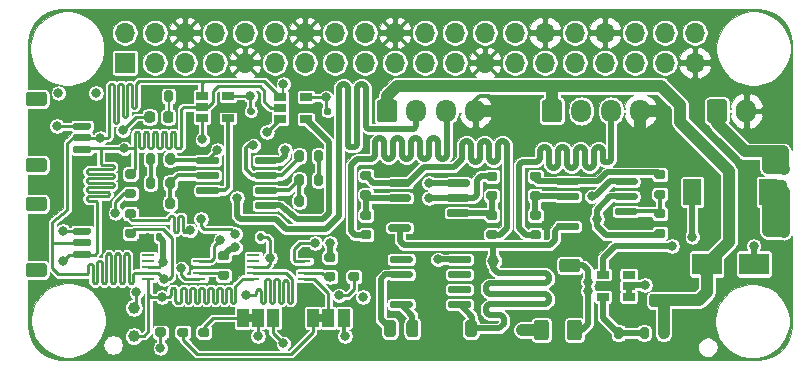
<source format=gbr>
G04 #@! TF.GenerationSoftware,KiCad,Pcbnew,5.99.0+really5.1.10+dfsg1-1*
G04 #@! TF.CreationDate,2022-03-07T12:18:42+01:00*
G04 #@! TF.ProjectId,Raspberry Pi Zero W,52617370-6265-4727-9279-205069205a65,1.0.8*
G04 #@! TF.SameCoordinates,Original*
G04 #@! TF.FileFunction,Copper,L1,Top*
G04 #@! TF.FilePolarity,Positive*
%FSLAX46Y46*%
G04 Gerber Fmt 4.6, Leading zero omitted, Abs format (unit mm)*
G04 Created by KiCad (PCBNEW 5.99.0+really5.1.10+dfsg1-1) date 2022-03-07 12:18:42*
%MOMM*%
%LPD*%
G01*
G04 APERTURE LIST*
G04 #@! TA.AperFunction,EtchedComponent*
%ADD10C,0.100000*%
G04 #@! TD*
G04 #@! TA.AperFunction,SMDPad,CuDef*
%ADD11R,1.500000X2.200000*%
G04 #@! TD*
G04 #@! TA.AperFunction,SMDPad,CuDef*
%ADD12R,2.500000X1.800000*%
G04 #@! TD*
G04 #@! TA.AperFunction,SMDPad,CuDef*
%ADD13R,1.100000X0.250000*%
G04 #@! TD*
G04 #@! TA.AperFunction,ComponentPad*
%ADD14O,1.700000X2.000000*%
G04 #@! TD*
G04 #@! TA.AperFunction,ComponentPad*
%ADD15O,1.700000X1.950000*%
G04 #@! TD*
G04 #@! TA.AperFunction,SMDPad,CuDef*
%ADD16R,1.060000X0.650000*%
G04 #@! TD*
G04 #@! TA.AperFunction,ComponentPad*
%ADD17R,1.700000X1.700000*%
G04 #@! TD*
G04 #@! TA.AperFunction,ComponentPad*
%ADD18O,1.700000X1.700000*%
G04 #@! TD*
G04 #@! TA.AperFunction,SMDPad,CuDef*
%ADD19R,1.000000X1.500000*%
G04 #@! TD*
G04 #@! TA.AperFunction,SMDPad,CuDef*
%ADD20C,1.000000*%
G04 #@! TD*
G04 #@! TA.AperFunction,ViaPad*
%ADD21C,0.800000*%
G04 #@! TD*
G04 #@! TA.AperFunction,Conductor*
%ADD22C,0.350000*%
G04 #@! TD*
G04 #@! TA.AperFunction,Conductor*
%ADD23C,0.250000*%
G04 #@! TD*
G04 #@! TA.AperFunction,Conductor*
%ADD24C,1.000000*%
G04 #@! TD*
G04 #@! TA.AperFunction,Conductor*
%ADD25C,0.500000*%
G04 #@! TD*
G04 #@! TA.AperFunction,Conductor*
%ADD26C,0.200000*%
G04 #@! TD*
G04 #@! TA.AperFunction,Conductor*
%ADD27C,0.100000*%
G04 #@! TD*
G04 APERTURE END LIST*
D10*
G36*
X134736000Y-114000000D02*
G01*
X135236000Y-114000000D01*
X135236000Y-114600000D01*
X134736000Y-114600000D01*
X134736000Y-114000000D01*
G37*
G36*
X140705000Y-114000000D02*
G01*
X141205000Y-114000000D01*
X141205000Y-114600000D01*
X140705000Y-114600000D01*
X140705000Y-114000000D01*
G37*
G04 #@! TA.AperFunction,SMDPad,CuDef*
G36*
G01*
X134877001Y-96522000D02*
X135217001Y-96522000D01*
G75*
G02*
X135357001Y-96662000I0J-140000D01*
G01*
X135357001Y-96942000D01*
G75*
G02*
X135217001Y-97082000I-140000J0D01*
G01*
X134877001Y-97082000D01*
G75*
G02*
X134737001Y-96942000I0J140000D01*
G01*
X134737001Y-96662000D01*
G75*
G02*
X134877001Y-96522000I140000J0D01*
G01*
G37*
G04 #@! TD.AperFunction*
G04 #@! TA.AperFunction,SMDPad,CuDef*
G36*
G01*
X134877001Y-97482000D02*
X135217001Y-97482000D01*
G75*
G02*
X135357001Y-97622000I0J-140000D01*
G01*
X135357001Y-97902000D01*
G75*
G02*
X135217001Y-98042000I-140000J0D01*
G01*
X134877001Y-98042000D01*
G75*
G02*
X134737001Y-97902000I0J140000D01*
G01*
X134737001Y-97622000D01*
G75*
G02*
X134877001Y-97482000I140000J0D01*
G01*
G37*
G04 #@! TD.AperFunction*
G04 #@! TA.AperFunction,SMDPad,CuDef*
G36*
G01*
X128606000Y-104309500D02*
X128606000Y-104859500D01*
G75*
G02*
X128406000Y-105059500I-200000J0D01*
G01*
X128006000Y-105059500D01*
G75*
G02*
X127806000Y-104859500I0J200000D01*
G01*
X127806000Y-104309500D01*
G75*
G02*
X128006000Y-104109500I200000J0D01*
G01*
X128406000Y-104109500D01*
G75*
G02*
X128606000Y-104309500I0J-200000D01*
G01*
G37*
G04 #@! TD.AperFunction*
G04 #@! TA.AperFunction,SMDPad,CuDef*
G36*
G01*
X126956000Y-104309500D02*
X126956000Y-104859500D01*
G75*
G02*
X126756000Y-105059500I-200000J0D01*
G01*
X126356000Y-105059500D01*
G75*
G02*
X126156000Y-104859500I0J200000D01*
G01*
X126156000Y-104309500D01*
G75*
G02*
X126356000Y-104109500I200000J0D01*
G01*
X126756000Y-104109500D01*
G75*
G02*
X126956000Y-104309500I0J-200000D01*
G01*
G37*
G04 #@! TD.AperFunction*
G04 #@! TA.AperFunction,SMDPad,CuDef*
G36*
G01*
X159011000Y-115941000D02*
X159011000Y-114691000D01*
G75*
G02*
X159261000Y-114441000I250000J0D01*
G01*
X160011000Y-114441000D01*
G75*
G02*
X160261000Y-114691000I0J-250000D01*
G01*
X160261000Y-115941000D01*
G75*
G02*
X160011000Y-116191000I-250000J0D01*
G01*
X159261000Y-116191000D01*
G75*
G02*
X159011000Y-115941000I0J250000D01*
G01*
G37*
G04 #@! TD.AperFunction*
G04 #@! TA.AperFunction,SMDPad,CuDef*
G36*
G01*
X161811000Y-115941000D02*
X161811000Y-114691000D01*
G75*
G02*
X162061000Y-114441000I250000J0D01*
G01*
X162811000Y-114441000D01*
G75*
G02*
X163061000Y-114691000I0J-250000D01*
G01*
X163061000Y-115941000D01*
G75*
G02*
X162811000Y-116191000I-250000J0D01*
G01*
X162061000Y-116191000D01*
G75*
G02*
X161811000Y-115941000I0J250000D01*
G01*
G37*
G04 #@! TD.AperFunction*
G04 #@! TA.AperFunction,SMDPad,CuDef*
G36*
G01*
X136142000Y-107272000D02*
X136142000Y-107612000D01*
G75*
G02*
X136002000Y-107752000I-140000J0D01*
G01*
X135722000Y-107752000D01*
G75*
G02*
X135582000Y-107612000I0J140000D01*
G01*
X135582000Y-107272000D01*
G75*
G02*
X135722000Y-107132000I140000J0D01*
G01*
X136002000Y-107132000D01*
G75*
G02*
X136142000Y-107272000I0J-140000D01*
G01*
G37*
G04 #@! TD.AperFunction*
G04 #@! TA.AperFunction,SMDPad,CuDef*
G36*
G01*
X135182000Y-107272000D02*
X135182000Y-107612000D01*
G75*
G02*
X135042000Y-107752000I-140000J0D01*
G01*
X134762000Y-107752000D01*
G75*
G02*
X134622000Y-107612000I0J140000D01*
G01*
X134622000Y-107272000D01*
G75*
G02*
X134762000Y-107132000I140000J0D01*
G01*
X135042000Y-107132000D01*
G75*
G02*
X135182000Y-107272000I0J-140000D01*
G01*
G37*
G04 #@! TD.AperFunction*
G04 #@! TA.AperFunction,SMDPad,CuDef*
G36*
G01*
X169589000Y-115845000D02*
X169589000Y-115295000D01*
G75*
G02*
X169789000Y-115095000I200000J0D01*
G01*
X170189000Y-115095000D01*
G75*
G02*
X170389000Y-115295000I0J-200000D01*
G01*
X170389000Y-115845000D01*
G75*
G02*
X170189000Y-116045000I-200000J0D01*
G01*
X169789000Y-116045000D01*
G75*
G02*
X169589000Y-115845000I0J200000D01*
G01*
G37*
G04 #@! TD.AperFunction*
G04 #@! TA.AperFunction,SMDPad,CuDef*
G36*
G01*
X167939000Y-115845000D02*
X167939000Y-115295000D01*
G75*
G02*
X168139000Y-115095000I200000J0D01*
G01*
X168539000Y-115095000D01*
G75*
G02*
X168739000Y-115295000I0J-200000D01*
G01*
X168739000Y-115845000D01*
G75*
G02*
X168539000Y-116045000I-200000J0D01*
G01*
X168139000Y-116045000D01*
G75*
G02*
X167939000Y-115845000I0J200000D01*
G01*
G37*
G04 #@! TD.AperFunction*
G04 #@! TA.AperFunction,SMDPad,CuDef*
G36*
G01*
X164129000Y-115845000D02*
X164129000Y-115295000D01*
G75*
G02*
X164329000Y-115095000I200000J0D01*
G01*
X164729000Y-115095000D01*
G75*
G02*
X164929000Y-115295000I0J-200000D01*
G01*
X164929000Y-115845000D01*
G75*
G02*
X164729000Y-116045000I-200000J0D01*
G01*
X164329000Y-116045000D01*
G75*
G02*
X164129000Y-115845000I0J200000D01*
G01*
G37*
G04 #@! TD.AperFunction*
G04 #@! TA.AperFunction,SMDPad,CuDef*
G36*
G01*
X165779000Y-115845000D02*
X165779000Y-115295000D01*
G75*
G02*
X165979000Y-115095000I200000J0D01*
G01*
X166379000Y-115095000D01*
G75*
G02*
X166579000Y-115295000I0J-200000D01*
G01*
X166579000Y-115845000D01*
G75*
G02*
X166379000Y-116045000I-200000J0D01*
G01*
X165979000Y-116045000D01*
G75*
G02*
X165779000Y-115845000I0J200000D01*
G01*
G37*
G04 #@! TD.AperFunction*
G04 #@! TA.AperFunction,SMDPad,CuDef*
G36*
G01*
X146317000Y-115664000D02*
X146317000Y-114714000D01*
G75*
G02*
X146567000Y-114464000I250000J0D01*
G01*
X147067000Y-114464000D01*
G75*
G02*
X147317000Y-114714000I0J-250000D01*
G01*
X147317000Y-115664000D01*
G75*
G02*
X147067000Y-115914000I-250000J0D01*
G01*
X146567000Y-115914000D01*
G75*
G02*
X146317000Y-115664000I0J250000D01*
G01*
G37*
G04 #@! TD.AperFunction*
G04 #@! TA.AperFunction,SMDPad,CuDef*
G36*
G01*
X148217000Y-115664000D02*
X148217000Y-114714000D01*
G75*
G02*
X148467000Y-114464000I250000J0D01*
G01*
X148967000Y-114464000D01*
G75*
G02*
X149217000Y-114714000I0J-250000D01*
G01*
X149217000Y-115664000D01*
G75*
G02*
X148967000Y-115914000I-250000J0D01*
G01*
X148467000Y-115914000D01*
G75*
G02*
X148217000Y-115664000I0J250000D01*
G01*
G37*
G04 #@! TD.AperFunction*
G04 #@! TA.AperFunction,SMDPad,CuDef*
G36*
G01*
X152270000Y-114714000D02*
X152270000Y-115664000D01*
G75*
G02*
X152020000Y-115914000I-250000J0D01*
G01*
X151520000Y-115914000D01*
G75*
G02*
X151270000Y-115664000I0J250000D01*
G01*
X151270000Y-114714000D01*
G75*
G02*
X151520000Y-114464000I250000J0D01*
G01*
X152020000Y-114464000D01*
G75*
G02*
X152270000Y-114714000I0J-250000D01*
G01*
G37*
G04 #@! TD.AperFunction*
G04 #@! TA.AperFunction,SMDPad,CuDef*
G36*
G01*
X154170000Y-114714000D02*
X154170000Y-115664000D01*
G75*
G02*
X153920000Y-115914000I-250000J0D01*
G01*
X153420000Y-115914000D01*
G75*
G02*
X153170000Y-115664000I0J250000D01*
G01*
X153170000Y-114714000D01*
G75*
G02*
X153420000Y-114464000I250000J0D01*
G01*
X153920000Y-114464000D01*
G75*
G02*
X154170000Y-114714000I0J-250000D01*
G01*
G37*
G04 #@! TD.AperFunction*
G04 #@! TA.AperFunction,SMDPad,CuDef*
G36*
G01*
X141371500Y-97482000D02*
X141711500Y-97482000D01*
G75*
G02*
X141851500Y-97622000I0J-140000D01*
G01*
X141851500Y-97902000D01*
G75*
G02*
X141711500Y-98042000I-140000J0D01*
G01*
X141371500Y-98042000D01*
G75*
G02*
X141231500Y-97902000I0J140000D01*
G01*
X141231500Y-97622000D01*
G75*
G02*
X141371500Y-97482000I140000J0D01*
G01*
G37*
G04 #@! TD.AperFunction*
G04 #@! TA.AperFunction,SMDPad,CuDef*
G36*
G01*
X141371500Y-96522000D02*
X141711500Y-96522000D01*
G75*
G02*
X141851500Y-96662000I0J-140000D01*
G01*
X141851500Y-96942000D01*
G75*
G02*
X141711500Y-97082000I-140000J0D01*
G01*
X141371500Y-97082000D01*
G75*
G02*
X141231500Y-96942000I0J140000D01*
G01*
X141231500Y-96662000D01*
G75*
G02*
X141371500Y-96522000I140000J0D01*
G01*
G37*
G04 #@! TD.AperFunction*
G04 #@! TA.AperFunction,SMDPad,CuDef*
G36*
G01*
X138729000Y-104669000D02*
X138729000Y-104119000D01*
G75*
G02*
X138929000Y-103919000I200000J0D01*
G01*
X139329000Y-103919000D01*
G75*
G02*
X139529000Y-104119000I0J-200000D01*
G01*
X139529000Y-104669000D01*
G75*
G02*
X139329000Y-104869000I-200000J0D01*
G01*
X138929000Y-104869000D01*
G75*
G02*
X138729000Y-104669000I0J200000D01*
G01*
G37*
G04 #@! TD.AperFunction*
G04 #@! TA.AperFunction,SMDPad,CuDef*
G36*
G01*
X140379000Y-104669000D02*
X140379000Y-104119000D01*
G75*
G02*
X140579000Y-103919000I200000J0D01*
G01*
X140979000Y-103919000D01*
G75*
G02*
X141179000Y-104119000I0J-200000D01*
G01*
X141179000Y-104669000D01*
G75*
G02*
X140979000Y-104869000I-200000J0D01*
G01*
X140579000Y-104869000D01*
G75*
G02*
X140379000Y-104669000I0J200000D01*
G01*
G37*
G04 #@! TD.AperFunction*
G04 #@! TA.AperFunction,SMDPad,CuDef*
G36*
G01*
X138729000Y-102891000D02*
X138729000Y-102341000D01*
G75*
G02*
X138929000Y-102141000I200000J0D01*
G01*
X139329000Y-102141000D01*
G75*
G02*
X139529000Y-102341000I0J-200000D01*
G01*
X139529000Y-102891000D01*
G75*
G02*
X139329000Y-103091000I-200000J0D01*
G01*
X138929000Y-103091000D01*
G75*
G02*
X138729000Y-102891000I0J200000D01*
G01*
G37*
G04 #@! TD.AperFunction*
G04 #@! TA.AperFunction,SMDPad,CuDef*
G36*
G01*
X140379000Y-102891000D02*
X140379000Y-102341000D01*
G75*
G02*
X140579000Y-102141000I200000J0D01*
G01*
X140979000Y-102141000D01*
G75*
G02*
X141179000Y-102341000I0J-200000D01*
G01*
X141179000Y-102891000D01*
G75*
G02*
X140979000Y-103091000I-200000J0D01*
G01*
X140579000Y-103091000D01*
G75*
G02*
X140379000Y-102891000I0J200000D01*
G01*
G37*
G04 #@! TD.AperFunction*
G04 #@! TA.AperFunction,SMDPad,CuDef*
G36*
G01*
X139529000Y-100309000D02*
X139529000Y-100859000D01*
G75*
G02*
X139329000Y-101059000I-200000J0D01*
G01*
X138929000Y-101059000D01*
G75*
G02*
X138729000Y-100859000I0J200000D01*
G01*
X138729000Y-100309000D01*
G75*
G02*
X138929000Y-100109000I200000J0D01*
G01*
X139329000Y-100109000D01*
G75*
G02*
X139529000Y-100309000I0J-200000D01*
G01*
G37*
G04 #@! TD.AperFunction*
G04 #@! TA.AperFunction,SMDPad,CuDef*
G36*
G01*
X141179000Y-100309000D02*
X141179000Y-100859000D01*
G75*
G02*
X140979000Y-101059000I-200000J0D01*
G01*
X140579000Y-101059000D01*
G75*
G02*
X140379000Y-100859000I0J200000D01*
G01*
X140379000Y-100309000D01*
G75*
G02*
X140579000Y-100109000I200000J0D01*
G01*
X140979000Y-100109000D01*
G75*
G02*
X141179000Y-100309000I0J-200000D01*
G01*
G37*
G04 #@! TD.AperFunction*
G04 #@! TA.AperFunction,SMDPad,CuDef*
G36*
G01*
X126156000Y-101113000D02*
X126156000Y-100563000D01*
G75*
G02*
X126356000Y-100363000I200000J0D01*
G01*
X126756000Y-100363000D01*
G75*
G02*
X126956000Y-100563000I0J-200000D01*
G01*
X126956000Y-101113000D01*
G75*
G02*
X126756000Y-101313000I-200000J0D01*
G01*
X126356000Y-101313000D01*
G75*
G02*
X126156000Y-101113000I0J200000D01*
G01*
G37*
G04 #@! TD.AperFunction*
G04 #@! TA.AperFunction,SMDPad,CuDef*
G36*
G01*
X127806000Y-101113000D02*
X127806000Y-100563000D01*
G75*
G02*
X128006000Y-100363000I200000J0D01*
G01*
X128406000Y-100363000D01*
G75*
G02*
X128606000Y-100563000I0J-200000D01*
G01*
X128606000Y-101113000D01*
G75*
G02*
X128406000Y-101313000I-200000J0D01*
G01*
X128006000Y-101313000D01*
G75*
G02*
X127806000Y-101113000I0J200000D01*
G01*
G37*
G04 #@! TD.AperFunction*
G04 #@! TA.AperFunction,SMDPad,CuDef*
G36*
G01*
X126956000Y-102595000D02*
X126956000Y-103145000D01*
G75*
G02*
X126756000Y-103345000I-200000J0D01*
G01*
X126356000Y-103345000D01*
G75*
G02*
X126156000Y-103145000I0J200000D01*
G01*
X126156000Y-102595000D01*
G75*
G02*
X126356000Y-102395000I200000J0D01*
G01*
X126756000Y-102395000D01*
G75*
G02*
X126956000Y-102595000I0J-200000D01*
G01*
G37*
G04 #@! TD.AperFunction*
G04 #@! TA.AperFunction,SMDPad,CuDef*
G36*
G01*
X128606000Y-102595000D02*
X128606000Y-103145000D01*
G75*
G02*
X128406000Y-103345000I-200000J0D01*
G01*
X128006000Y-103345000D01*
G75*
G02*
X127806000Y-103145000I0J200000D01*
G01*
X127806000Y-102595000D01*
G75*
G02*
X128006000Y-102395000I200000J0D01*
G01*
X128406000Y-102395000D01*
G75*
G02*
X128606000Y-102595000I0J-200000D01*
G01*
G37*
G04 #@! TD.AperFunction*
G04 #@! TA.AperFunction,SMDPad,CuDef*
G36*
G01*
X126574000Y-107272000D02*
X126574000Y-107612000D01*
G75*
G02*
X126434000Y-107752000I-140000J0D01*
G01*
X126154000Y-107752000D01*
G75*
G02*
X126014000Y-107612000I0J140000D01*
G01*
X126014000Y-107272000D01*
G75*
G02*
X126154000Y-107132000I140000J0D01*
G01*
X126434000Y-107132000D01*
G75*
G02*
X126574000Y-107272000I0J-140000D01*
G01*
G37*
G04 #@! TD.AperFunction*
G04 #@! TA.AperFunction,SMDPad,CuDef*
G36*
G01*
X127534000Y-107272000D02*
X127534000Y-107612000D01*
G75*
G02*
X127394000Y-107752000I-140000J0D01*
G01*
X127114000Y-107752000D01*
G75*
G02*
X126974000Y-107612000I0J140000D01*
G01*
X126974000Y-107272000D01*
G75*
G02*
X127114000Y-107132000I140000J0D01*
G01*
X127394000Y-107132000D01*
G75*
G02*
X127534000Y-107272000I0J-140000D01*
G01*
G37*
G04 #@! TD.AperFunction*
G04 #@! TA.AperFunction,SMDPad,CuDef*
G36*
G01*
X126029000Y-95779000D02*
X126029000Y-95229000D01*
G75*
G02*
X126229000Y-95029000I200000J0D01*
G01*
X126629000Y-95029000D01*
G75*
G02*
X126829000Y-95229000I0J-200000D01*
G01*
X126829000Y-95779000D01*
G75*
G02*
X126629000Y-95979000I-200000J0D01*
G01*
X126229000Y-95979000D01*
G75*
G02*
X126029000Y-95779000I0J200000D01*
G01*
G37*
G04 #@! TD.AperFunction*
G04 #@! TA.AperFunction,SMDPad,CuDef*
G36*
G01*
X127679000Y-95779000D02*
X127679000Y-95229000D01*
G75*
G02*
X127879000Y-95029000I200000J0D01*
G01*
X128279000Y-95029000D01*
G75*
G02*
X128479000Y-95229000I0J-200000D01*
G01*
X128479000Y-95779000D01*
G75*
G02*
X128279000Y-95979000I-200000J0D01*
G01*
X127879000Y-95979000D01*
G75*
G02*
X127679000Y-95779000I0J200000D01*
G01*
G37*
G04 #@! TD.AperFunction*
G04 #@! TA.AperFunction,SMDPad,CuDef*
G36*
G01*
X125116000Y-104159000D02*
X124566000Y-104159000D01*
G75*
G02*
X124366000Y-103959000I0J200000D01*
G01*
X124366000Y-103559000D01*
G75*
G02*
X124566000Y-103359000I200000J0D01*
G01*
X125116000Y-103359000D01*
G75*
G02*
X125316000Y-103559000I0J-200000D01*
G01*
X125316000Y-103959000D01*
G75*
G02*
X125116000Y-104159000I-200000J0D01*
G01*
G37*
G04 #@! TD.AperFunction*
G04 #@! TA.AperFunction,SMDPad,CuDef*
G36*
G01*
X125116000Y-102509000D02*
X124566000Y-102509000D01*
G75*
G02*
X124366000Y-102309000I0J200000D01*
G01*
X124366000Y-101909000D01*
G75*
G02*
X124566000Y-101709000I200000J0D01*
G01*
X125116000Y-101709000D01*
G75*
G02*
X125316000Y-101909000I0J-200000D01*
G01*
X125316000Y-102309000D01*
G75*
G02*
X125116000Y-102509000I-200000J0D01*
G01*
G37*
G04 #@! TD.AperFunction*
G04 #@! TA.AperFunction,SMDPad,CuDef*
G36*
G01*
X125116000Y-105874000D02*
X124566000Y-105874000D01*
G75*
G02*
X124366000Y-105674000I0J200000D01*
G01*
X124366000Y-105274000D01*
G75*
G02*
X124566000Y-105074000I200000J0D01*
G01*
X125116000Y-105074000D01*
G75*
G02*
X125316000Y-105274000I0J-200000D01*
G01*
X125316000Y-105674000D01*
G75*
G02*
X125116000Y-105874000I-200000J0D01*
G01*
G37*
G04 #@! TD.AperFunction*
G04 #@! TA.AperFunction,SMDPad,CuDef*
G36*
G01*
X125116000Y-107524000D02*
X124566000Y-107524000D01*
G75*
G02*
X124366000Y-107324000I0J200000D01*
G01*
X124366000Y-106924000D01*
G75*
G02*
X124566000Y-106724000I200000J0D01*
G01*
X125116000Y-106724000D01*
G75*
G02*
X125316000Y-106924000I0J-200000D01*
G01*
X125316000Y-107324000D01*
G75*
G02*
X125116000Y-107524000I-200000J0D01*
G01*
G37*
G04 #@! TD.AperFunction*
G04 #@! TA.AperFunction,SMDPad,CuDef*
G36*
G01*
X132990000Y-111080000D02*
X132440000Y-111080000D01*
G75*
G02*
X132240000Y-110880000I0J200000D01*
G01*
X132240000Y-110480000D01*
G75*
G02*
X132440000Y-110280000I200000J0D01*
G01*
X132990000Y-110280000D01*
G75*
G02*
X133190000Y-110480000I0J-200000D01*
G01*
X133190000Y-110880000D01*
G75*
G02*
X132990000Y-111080000I-200000J0D01*
G01*
G37*
G04 #@! TD.AperFunction*
G04 #@! TA.AperFunction,SMDPad,CuDef*
G36*
G01*
X132990000Y-109430000D02*
X132440000Y-109430000D01*
G75*
G02*
X132240000Y-109230000I0J200000D01*
G01*
X132240000Y-108830000D01*
G75*
G02*
X132440000Y-108630000I200000J0D01*
G01*
X132990000Y-108630000D01*
G75*
G02*
X133190000Y-108830000I0J-200000D01*
G01*
X133190000Y-109230000D01*
G75*
G02*
X132990000Y-109430000I-200000J0D01*
G01*
G37*
G04 #@! TD.AperFunction*
G04 #@! TA.AperFunction,SMDPad,CuDef*
G36*
G01*
X130789000Y-113456000D02*
X131339000Y-113456000D01*
G75*
G02*
X131539000Y-113656000I0J-200000D01*
G01*
X131539000Y-114056000D01*
G75*
G02*
X131339000Y-114256000I-200000J0D01*
G01*
X130789000Y-114256000D01*
G75*
G02*
X130589000Y-114056000I0J200000D01*
G01*
X130589000Y-113656000D01*
G75*
G02*
X130789000Y-113456000I200000J0D01*
G01*
G37*
G04 #@! TD.AperFunction*
G04 #@! TA.AperFunction,SMDPad,CuDef*
G36*
G01*
X130789000Y-115106000D02*
X131339000Y-115106000D01*
G75*
G02*
X131539000Y-115306000I0J-200000D01*
G01*
X131539000Y-115706000D01*
G75*
G02*
X131339000Y-115906000I-200000J0D01*
G01*
X130789000Y-115906000D01*
G75*
G02*
X130589000Y-115706000I0J200000D01*
G01*
X130589000Y-115306000D01*
G75*
G02*
X130789000Y-115106000I200000J0D01*
G01*
G37*
G04 #@! TD.AperFunction*
G04 #@! TA.AperFunction,SMDPad,CuDef*
G36*
G01*
X129011000Y-115106000D02*
X129561000Y-115106000D01*
G75*
G02*
X129761000Y-115306000I0J-200000D01*
G01*
X129761000Y-115706000D01*
G75*
G02*
X129561000Y-115906000I-200000J0D01*
G01*
X129011000Y-115906000D01*
G75*
G02*
X128811000Y-115706000I0J200000D01*
G01*
X128811000Y-115306000D01*
G75*
G02*
X129011000Y-115106000I200000J0D01*
G01*
G37*
G04 #@! TD.AperFunction*
G04 #@! TA.AperFunction,SMDPad,CuDef*
G36*
G01*
X129011000Y-113456000D02*
X129561000Y-113456000D01*
G75*
G02*
X129761000Y-113656000I0J-200000D01*
G01*
X129761000Y-114056000D01*
G75*
G02*
X129561000Y-114256000I-200000J0D01*
G01*
X129011000Y-114256000D01*
G75*
G02*
X128811000Y-114056000I0J200000D01*
G01*
X128811000Y-113656000D01*
G75*
G02*
X129011000Y-113456000I200000J0D01*
G01*
G37*
G04 #@! TD.AperFunction*
G04 #@! TA.AperFunction,SMDPad,CuDef*
G36*
G01*
X127106000Y-113455500D02*
X127656000Y-113455500D01*
G75*
G02*
X127856000Y-113655500I0J-200000D01*
G01*
X127856000Y-114055500D01*
G75*
G02*
X127656000Y-114255500I-200000J0D01*
G01*
X127106000Y-114255500D01*
G75*
G02*
X126906000Y-114055500I0J200000D01*
G01*
X126906000Y-113655500D01*
G75*
G02*
X127106000Y-113455500I200000J0D01*
G01*
G37*
G04 #@! TD.AperFunction*
G04 #@! TA.AperFunction,SMDPad,CuDef*
G36*
G01*
X127106000Y-115105500D02*
X127656000Y-115105500D01*
G75*
G02*
X127856000Y-115305500I0J-200000D01*
G01*
X127856000Y-115705500D01*
G75*
G02*
X127656000Y-115905500I-200000J0D01*
G01*
X127106000Y-115905500D01*
G75*
G02*
X126906000Y-115705500I0J200000D01*
G01*
X126906000Y-115305500D01*
G75*
G02*
X127106000Y-115105500I200000J0D01*
G01*
G37*
G04 #@! TD.AperFunction*
G04 #@! TA.AperFunction,SMDPad,CuDef*
G36*
G01*
X142007000Y-109557000D02*
X141457000Y-109557000D01*
G75*
G02*
X141257000Y-109357000I0J200000D01*
G01*
X141257000Y-108957000D01*
G75*
G02*
X141457000Y-108757000I200000J0D01*
G01*
X142007000Y-108757000D01*
G75*
G02*
X142207000Y-108957000I0J-200000D01*
G01*
X142207000Y-109357000D01*
G75*
G02*
X142007000Y-109557000I-200000J0D01*
G01*
G37*
G04 #@! TD.AperFunction*
G04 #@! TA.AperFunction,SMDPad,CuDef*
G36*
G01*
X142007000Y-111207000D02*
X141457000Y-111207000D01*
G75*
G02*
X141257000Y-111007000I0J200000D01*
G01*
X141257000Y-110607000D01*
G75*
G02*
X141457000Y-110407000I200000J0D01*
G01*
X142007000Y-110407000D01*
G75*
G02*
X142207000Y-110607000I0J-200000D01*
G01*
X142207000Y-111007000D01*
G75*
G02*
X142007000Y-111207000I-200000J0D01*
G01*
G37*
G04 #@! TD.AperFunction*
G04 #@! TA.AperFunction,SMDPad,CuDef*
G36*
G01*
X143489000Y-110407000D02*
X144039000Y-110407000D01*
G75*
G02*
X144239000Y-110607000I0J-200000D01*
G01*
X144239000Y-111007000D01*
G75*
G02*
X144039000Y-111207000I-200000J0D01*
G01*
X143489000Y-111207000D01*
G75*
G02*
X143289000Y-111007000I0J200000D01*
G01*
X143289000Y-110607000D01*
G75*
G02*
X143489000Y-110407000I200000J0D01*
G01*
G37*
G04 #@! TD.AperFunction*
G04 #@! TA.AperFunction,SMDPad,CuDef*
G36*
G01*
X143489000Y-108757000D02*
X144039000Y-108757000D01*
G75*
G02*
X144239000Y-108957000I0J-200000D01*
G01*
X144239000Y-109357000D01*
G75*
G02*
X144039000Y-109557000I-200000J0D01*
G01*
X143489000Y-109557000D01*
G75*
G02*
X143289000Y-109357000I0J200000D01*
G01*
X143289000Y-108957000D01*
G75*
G02*
X143489000Y-108757000I200000J0D01*
G01*
G37*
G04 #@! TD.AperFunction*
G04 #@! TA.AperFunction,SMDPad,CuDef*
G36*
G01*
X145055000Y-102636000D02*
X144505000Y-102636000D01*
G75*
G02*
X144305000Y-102436000I0J200000D01*
G01*
X144305000Y-102036000D01*
G75*
G02*
X144505000Y-101836000I200000J0D01*
G01*
X145055000Y-101836000D01*
G75*
G02*
X145255000Y-102036000I0J-200000D01*
G01*
X145255000Y-102436000D01*
G75*
G02*
X145055000Y-102636000I-200000J0D01*
G01*
G37*
G04 #@! TD.AperFunction*
G04 #@! TA.AperFunction,SMDPad,CuDef*
G36*
G01*
X145055000Y-104286000D02*
X144505000Y-104286000D01*
G75*
G02*
X144305000Y-104086000I0J200000D01*
G01*
X144305000Y-103686000D01*
G75*
G02*
X144505000Y-103486000I200000J0D01*
G01*
X145055000Y-103486000D01*
G75*
G02*
X145255000Y-103686000I0J-200000D01*
G01*
X145255000Y-104086000D01*
G75*
G02*
X145055000Y-104286000I-200000J0D01*
G01*
G37*
G04 #@! TD.AperFunction*
G04 #@! TA.AperFunction,SMDPad,CuDef*
G36*
G01*
X145055000Y-106001000D02*
X144505000Y-106001000D01*
G75*
G02*
X144305000Y-105801000I0J200000D01*
G01*
X144305000Y-105401000D01*
G75*
G02*
X144505000Y-105201000I200000J0D01*
G01*
X145055000Y-105201000D01*
G75*
G02*
X145255000Y-105401000I0J-200000D01*
G01*
X145255000Y-105801000D01*
G75*
G02*
X145055000Y-106001000I-200000J0D01*
G01*
G37*
G04 #@! TD.AperFunction*
G04 #@! TA.AperFunction,SMDPad,CuDef*
G36*
G01*
X145055000Y-107651000D02*
X144505000Y-107651000D01*
G75*
G02*
X144305000Y-107451000I0J200000D01*
G01*
X144305000Y-107051000D01*
G75*
G02*
X144505000Y-106851000I200000J0D01*
G01*
X145055000Y-106851000D01*
G75*
G02*
X145255000Y-107051000I0J-200000D01*
G01*
X145255000Y-107451000D01*
G75*
G02*
X145055000Y-107651000I-200000J0D01*
G01*
G37*
G04 #@! TD.AperFunction*
G04 #@! TA.AperFunction,SMDPad,CuDef*
G36*
G01*
X169947000Y-107524000D02*
X169397000Y-107524000D01*
G75*
G02*
X169197000Y-107324000I0J200000D01*
G01*
X169197000Y-106924000D01*
G75*
G02*
X169397000Y-106724000I200000J0D01*
G01*
X169947000Y-106724000D01*
G75*
G02*
X170147000Y-106924000I0J-200000D01*
G01*
X170147000Y-107324000D01*
G75*
G02*
X169947000Y-107524000I-200000J0D01*
G01*
G37*
G04 #@! TD.AperFunction*
G04 #@! TA.AperFunction,SMDPad,CuDef*
G36*
G01*
X169947000Y-105874000D02*
X169397000Y-105874000D01*
G75*
G02*
X169197000Y-105674000I0J200000D01*
G01*
X169197000Y-105274000D01*
G75*
G02*
X169397000Y-105074000I200000J0D01*
G01*
X169947000Y-105074000D01*
G75*
G02*
X170147000Y-105274000I0J-200000D01*
G01*
X170147000Y-105674000D01*
G75*
G02*
X169947000Y-105874000I-200000J0D01*
G01*
G37*
G04 #@! TD.AperFunction*
G04 #@! TA.AperFunction,SMDPad,CuDef*
G36*
G01*
X169947000Y-102572000D02*
X169397000Y-102572000D01*
G75*
G02*
X169197000Y-102372000I0J200000D01*
G01*
X169197000Y-101972000D01*
G75*
G02*
X169397000Y-101772000I200000J0D01*
G01*
X169947000Y-101772000D01*
G75*
G02*
X170147000Y-101972000I0J-200000D01*
G01*
X170147000Y-102372000D01*
G75*
G02*
X169947000Y-102572000I-200000J0D01*
G01*
G37*
G04 #@! TD.AperFunction*
G04 #@! TA.AperFunction,SMDPad,CuDef*
G36*
G01*
X169947000Y-104222000D02*
X169397000Y-104222000D01*
G75*
G02*
X169197000Y-104022000I0J200000D01*
G01*
X169197000Y-103622000D01*
G75*
G02*
X169397000Y-103422000I200000J0D01*
G01*
X169947000Y-103422000D01*
G75*
G02*
X170147000Y-103622000I0J-200000D01*
G01*
X170147000Y-104022000D01*
G75*
G02*
X169947000Y-104222000I-200000J0D01*
G01*
G37*
G04 #@! TD.AperFunction*
D11*
X178816000Y-103632000D03*
X172416000Y-103632000D03*
G04 #@! TA.AperFunction,SMDPad,CuDef*
G36*
G01*
X159406000Y-106001000D02*
X158856000Y-106001000D01*
G75*
G02*
X158656000Y-105801000I0J200000D01*
G01*
X158656000Y-105401000D01*
G75*
G02*
X158856000Y-105201000I200000J0D01*
G01*
X159406000Y-105201000D01*
G75*
G02*
X159606000Y-105401000I0J-200000D01*
G01*
X159606000Y-105801000D01*
G75*
G02*
X159406000Y-106001000I-200000J0D01*
G01*
G37*
G04 #@! TD.AperFunction*
G04 #@! TA.AperFunction,SMDPad,CuDef*
G36*
G01*
X159406000Y-107651000D02*
X158856000Y-107651000D01*
G75*
G02*
X158656000Y-107451000I0J200000D01*
G01*
X158656000Y-107051000D01*
G75*
G02*
X158856000Y-106851000I200000J0D01*
G01*
X159406000Y-106851000D01*
G75*
G02*
X159606000Y-107051000I0J-200000D01*
G01*
X159606000Y-107451000D01*
G75*
G02*
X159406000Y-107651000I-200000J0D01*
G01*
G37*
G04 #@! TD.AperFunction*
G04 #@! TA.AperFunction,SMDPad,CuDef*
G36*
G01*
X155173000Y-106851000D02*
X155723000Y-106851000D01*
G75*
G02*
X155923000Y-107051000I0J-200000D01*
G01*
X155923000Y-107451000D01*
G75*
G02*
X155723000Y-107651000I-200000J0D01*
G01*
X155173000Y-107651000D01*
G75*
G02*
X154973000Y-107451000I0J200000D01*
G01*
X154973000Y-107051000D01*
G75*
G02*
X155173000Y-106851000I200000J0D01*
G01*
G37*
G04 #@! TD.AperFunction*
G04 #@! TA.AperFunction,SMDPad,CuDef*
G36*
G01*
X155173000Y-105201000D02*
X155723000Y-105201000D01*
G75*
G02*
X155923000Y-105401000I0J-200000D01*
G01*
X155923000Y-105801000D01*
G75*
G02*
X155723000Y-106001000I-200000J0D01*
G01*
X155173000Y-106001000D01*
G75*
G02*
X154973000Y-105801000I0J200000D01*
G01*
X154973000Y-105401000D01*
G75*
G02*
X155173000Y-105201000I200000J0D01*
G01*
G37*
G04 #@! TD.AperFunction*
G04 #@! TA.AperFunction,SMDPad,CuDef*
G36*
G01*
X155173000Y-101899000D02*
X155723000Y-101899000D01*
G75*
G02*
X155923000Y-102099000I0J-200000D01*
G01*
X155923000Y-102499000D01*
G75*
G02*
X155723000Y-102699000I-200000J0D01*
G01*
X155173000Y-102699000D01*
G75*
G02*
X154973000Y-102499000I0J200000D01*
G01*
X154973000Y-102099000D01*
G75*
G02*
X155173000Y-101899000I200000J0D01*
G01*
G37*
G04 #@! TD.AperFunction*
G04 #@! TA.AperFunction,SMDPad,CuDef*
G36*
G01*
X155173000Y-103549000D02*
X155723000Y-103549000D01*
G75*
G02*
X155923000Y-103749000I0J-200000D01*
G01*
X155923000Y-104149000D01*
G75*
G02*
X155723000Y-104349000I-200000J0D01*
G01*
X155173000Y-104349000D01*
G75*
G02*
X154973000Y-104149000I0J200000D01*
G01*
X154973000Y-103749000D01*
G75*
G02*
X155173000Y-103549000I200000J0D01*
G01*
G37*
G04 #@! TD.AperFunction*
G04 #@! TA.AperFunction,SMDPad,CuDef*
G36*
G01*
X159406000Y-104349000D02*
X158856000Y-104349000D01*
G75*
G02*
X158656000Y-104149000I0J200000D01*
G01*
X158656000Y-103749000D01*
G75*
G02*
X158856000Y-103549000I200000J0D01*
G01*
X159406000Y-103549000D01*
G75*
G02*
X159606000Y-103749000I0J-200000D01*
G01*
X159606000Y-104149000D01*
G75*
G02*
X159406000Y-104349000I-200000J0D01*
G01*
G37*
G04 #@! TD.AperFunction*
G04 #@! TA.AperFunction,SMDPad,CuDef*
G36*
G01*
X159406000Y-102699000D02*
X158856000Y-102699000D01*
G75*
G02*
X158656000Y-102499000I0J200000D01*
G01*
X158656000Y-102099000D01*
G75*
G02*
X158856000Y-101899000I200000J0D01*
G01*
X159406000Y-101899000D01*
G75*
G02*
X159606000Y-102099000I0J-200000D01*
G01*
X159606000Y-102499000D01*
G75*
G02*
X159406000Y-102699000I-200000J0D01*
G01*
G37*
G04 #@! TD.AperFunction*
G04 #@! TA.AperFunction,SMDPad,CuDef*
G36*
G01*
X170322001Y-110430000D02*
X169021999Y-110430000D01*
G75*
G02*
X168772000Y-110180001I0J249999D01*
G01*
X168772000Y-109529999D01*
G75*
G02*
X169021999Y-109280000I249999J0D01*
G01*
X170322001Y-109280000D01*
G75*
G02*
X170572000Y-109529999I0J-249999D01*
G01*
X170572000Y-110180001D01*
G75*
G02*
X170322001Y-110430000I-249999J0D01*
G01*
G37*
G04 #@! TD.AperFunction*
G04 #@! TA.AperFunction,SMDPad,CuDef*
G36*
G01*
X170322001Y-113380000D02*
X169021999Y-113380000D01*
G75*
G02*
X168772000Y-113130001I0J249999D01*
G01*
X168772000Y-112479999D01*
G75*
G02*
X169021999Y-112230000I249999J0D01*
G01*
X170322001Y-112230000D01*
G75*
G02*
X170572000Y-112479999I0J-249999D01*
G01*
X170572000Y-113130001D01*
G75*
G02*
X170322001Y-113380000I-249999J0D01*
G01*
G37*
G04 #@! TD.AperFunction*
G04 #@! TA.AperFunction,SMDPad,CuDef*
G36*
G01*
X161401999Y-109280000D02*
X162702001Y-109280000D01*
G75*
G02*
X162952000Y-109529999I0J-249999D01*
G01*
X162952000Y-110180001D01*
G75*
G02*
X162702001Y-110430000I-249999J0D01*
G01*
X161401999Y-110430000D01*
G75*
G02*
X161152000Y-110180001I0J249999D01*
G01*
X161152000Y-109529999D01*
G75*
G02*
X161401999Y-109280000I249999J0D01*
G01*
G37*
G04 #@! TD.AperFunction*
G04 #@! TA.AperFunction,SMDPad,CuDef*
G36*
G01*
X161401999Y-112230000D02*
X162702001Y-112230000D01*
G75*
G02*
X162952000Y-112479999I0J-249999D01*
G01*
X162952000Y-113130001D01*
G75*
G02*
X162702001Y-113380000I-249999J0D01*
G01*
X161401999Y-113380000D01*
G75*
G02*
X161152000Y-113130001I0J249999D01*
G01*
X161152000Y-112479999D01*
G75*
G02*
X161401999Y-112230000I249999J0D01*
G01*
G37*
G04 #@! TD.AperFunction*
D12*
X173641000Y-109728000D03*
X177641000Y-109728000D03*
D13*
X130665000Y-110982000D03*
X130665000Y-110482000D03*
X130665000Y-109982000D03*
X130665000Y-109482000D03*
X130665000Y-108982000D03*
X126365000Y-108982000D03*
X126365000Y-109482000D03*
X126365000Y-109982000D03*
X126365000Y-110482000D03*
X126365000Y-110982000D03*
X135264000Y-110982000D03*
X135264000Y-110482000D03*
X135264000Y-109982000D03*
X135264000Y-109482000D03*
X135264000Y-108982000D03*
X139564000Y-108982000D03*
X139564000Y-109482000D03*
X139564000Y-109982000D03*
X139564000Y-110482000D03*
X139564000Y-110982000D03*
G04 #@! TA.AperFunction,ComponentPad*
G36*
G01*
X173648000Y-97524000D02*
X173648000Y-96024000D01*
G75*
G02*
X173898000Y-95774000I250000J0D01*
G01*
X175098000Y-95774000D01*
G75*
G02*
X175348000Y-96024000I0J-250000D01*
G01*
X175348000Y-97524000D01*
G75*
G02*
X175098000Y-97774000I-250000J0D01*
G01*
X173898000Y-97774000D01*
G75*
G02*
X173648000Y-97524000I0J250000D01*
G01*
G37*
G04 #@! TD.AperFunction*
D14*
X176998000Y-96774000D03*
G04 #@! TA.AperFunction,ComponentPad*
G36*
G01*
X159671000Y-97499000D02*
X159671000Y-96049000D01*
G75*
G02*
X159921000Y-95799000I250000J0D01*
G01*
X161121000Y-95799000D01*
G75*
G02*
X161371000Y-96049000I0J-250000D01*
G01*
X161371000Y-97499000D01*
G75*
G02*
X161121000Y-97749000I-250000J0D01*
G01*
X159921000Y-97749000D01*
G75*
G02*
X159671000Y-97499000I0J250000D01*
G01*
G37*
G04 #@! TD.AperFunction*
D15*
X163021000Y-96774000D03*
X165521000Y-96774000D03*
X168021000Y-96774000D03*
X154058000Y-96774000D03*
X151558000Y-96774000D03*
X149058000Y-96774000D03*
G04 #@! TA.AperFunction,ComponentPad*
G36*
G01*
X145708000Y-97499000D02*
X145708000Y-96049000D01*
G75*
G02*
X145958000Y-95799000I250000J0D01*
G01*
X147158000Y-95799000D01*
G75*
G02*
X147408000Y-96049000I0J-250000D01*
G01*
X147408000Y-97499000D01*
G75*
G02*
X147158000Y-97749000I-250000J0D01*
G01*
X145958000Y-97749000D01*
G75*
G02*
X145708000Y-97499000I0J250000D01*
G01*
G37*
G04 #@! TD.AperFunction*
G04 #@! TA.AperFunction,SMDPad,CuDef*
G36*
G01*
X130408000Y-101115000D02*
X130408000Y-100815000D01*
G75*
G02*
X130558000Y-100665000I150000J0D01*
G01*
X132208000Y-100665000D01*
G75*
G02*
X132358000Y-100815000I0J-150000D01*
G01*
X132358000Y-101115000D01*
G75*
G02*
X132208000Y-101265000I-150000J0D01*
G01*
X130558000Y-101265000D01*
G75*
G02*
X130408000Y-101115000I0J150000D01*
G01*
G37*
G04 #@! TD.AperFunction*
G04 #@! TA.AperFunction,SMDPad,CuDef*
G36*
G01*
X130408000Y-102385000D02*
X130408000Y-102085000D01*
G75*
G02*
X130558000Y-101935000I150000J0D01*
G01*
X132208000Y-101935000D01*
G75*
G02*
X132358000Y-102085000I0J-150000D01*
G01*
X132358000Y-102385000D01*
G75*
G02*
X132208000Y-102535000I-150000J0D01*
G01*
X130558000Y-102535000D01*
G75*
G02*
X130408000Y-102385000I0J150000D01*
G01*
G37*
G04 #@! TD.AperFunction*
G04 #@! TA.AperFunction,SMDPad,CuDef*
G36*
G01*
X130408000Y-103655000D02*
X130408000Y-103355000D01*
G75*
G02*
X130558000Y-103205000I150000J0D01*
G01*
X132208000Y-103205000D01*
G75*
G02*
X132358000Y-103355000I0J-150000D01*
G01*
X132358000Y-103655000D01*
G75*
G02*
X132208000Y-103805000I-150000J0D01*
G01*
X130558000Y-103805000D01*
G75*
G02*
X130408000Y-103655000I0J150000D01*
G01*
G37*
G04 #@! TD.AperFunction*
G04 #@! TA.AperFunction,SMDPad,CuDef*
G36*
G01*
X130408000Y-104925000D02*
X130408000Y-104625000D01*
G75*
G02*
X130558000Y-104475000I150000J0D01*
G01*
X132208000Y-104475000D01*
G75*
G02*
X132358000Y-104625000I0J-150000D01*
G01*
X132358000Y-104925000D01*
G75*
G02*
X132208000Y-105075000I-150000J0D01*
G01*
X130558000Y-105075000D01*
G75*
G02*
X130408000Y-104925000I0J150000D01*
G01*
G37*
G04 #@! TD.AperFunction*
G04 #@! TA.AperFunction,SMDPad,CuDef*
G36*
G01*
X135358000Y-104925000D02*
X135358000Y-104625000D01*
G75*
G02*
X135508000Y-104475000I150000J0D01*
G01*
X137158000Y-104475000D01*
G75*
G02*
X137308000Y-104625000I0J-150000D01*
G01*
X137308000Y-104925000D01*
G75*
G02*
X137158000Y-105075000I-150000J0D01*
G01*
X135508000Y-105075000D01*
G75*
G02*
X135358000Y-104925000I0J150000D01*
G01*
G37*
G04 #@! TD.AperFunction*
G04 #@! TA.AperFunction,SMDPad,CuDef*
G36*
G01*
X135358000Y-103655000D02*
X135358000Y-103355000D01*
G75*
G02*
X135508000Y-103205000I150000J0D01*
G01*
X137158000Y-103205000D01*
G75*
G02*
X137308000Y-103355000I0J-150000D01*
G01*
X137308000Y-103655000D01*
G75*
G02*
X137158000Y-103805000I-150000J0D01*
G01*
X135508000Y-103805000D01*
G75*
G02*
X135358000Y-103655000I0J150000D01*
G01*
G37*
G04 #@! TD.AperFunction*
G04 #@! TA.AperFunction,SMDPad,CuDef*
G36*
G01*
X135358000Y-102385000D02*
X135358000Y-102085000D01*
G75*
G02*
X135508000Y-101935000I150000J0D01*
G01*
X137158000Y-101935000D01*
G75*
G02*
X137308000Y-102085000I0J-150000D01*
G01*
X137308000Y-102385000D01*
G75*
G02*
X137158000Y-102535000I-150000J0D01*
G01*
X135508000Y-102535000D01*
G75*
G02*
X135358000Y-102385000I0J150000D01*
G01*
G37*
G04 #@! TD.AperFunction*
G04 #@! TA.AperFunction,SMDPad,CuDef*
G36*
G01*
X135358000Y-101115000D02*
X135358000Y-100815000D01*
G75*
G02*
X135508000Y-100665000I150000J0D01*
G01*
X137158000Y-100665000D01*
G75*
G02*
X137308000Y-100815000I0J-150000D01*
G01*
X137308000Y-101115000D01*
G75*
G02*
X137158000Y-101265000I-150000J0D01*
G01*
X135508000Y-101265000D01*
G75*
G02*
X135358000Y-101115000I0J150000D01*
G01*
G37*
G04 #@! TD.AperFunction*
G04 #@! TA.AperFunction,SMDPad,CuDef*
G36*
G01*
X160888000Y-102893000D02*
X160888000Y-102593000D01*
G75*
G02*
X161038000Y-102443000I150000J0D01*
G01*
X162688000Y-102443000D01*
G75*
G02*
X162838000Y-102593000I0J-150000D01*
G01*
X162838000Y-102893000D01*
G75*
G02*
X162688000Y-103043000I-150000J0D01*
G01*
X161038000Y-103043000D01*
G75*
G02*
X160888000Y-102893000I0J150000D01*
G01*
G37*
G04 #@! TD.AperFunction*
G04 #@! TA.AperFunction,SMDPad,CuDef*
G36*
G01*
X160888000Y-104163000D02*
X160888000Y-103863000D01*
G75*
G02*
X161038000Y-103713000I150000J0D01*
G01*
X162688000Y-103713000D01*
G75*
G02*
X162838000Y-103863000I0J-150000D01*
G01*
X162838000Y-104163000D01*
G75*
G02*
X162688000Y-104313000I-150000J0D01*
G01*
X161038000Y-104313000D01*
G75*
G02*
X160888000Y-104163000I0J150000D01*
G01*
G37*
G04 #@! TD.AperFunction*
G04 #@! TA.AperFunction,SMDPad,CuDef*
G36*
G01*
X160888000Y-105433000D02*
X160888000Y-105133000D01*
G75*
G02*
X161038000Y-104983000I150000J0D01*
G01*
X162688000Y-104983000D01*
G75*
G02*
X162838000Y-105133000I0J-150000D01*
G01*
X162838000Y-105433000D01*
G75*
G02*
X162688000Y-105583000I-150000J0D01*
G01*
X161038000Y-105583000D01*
G75*
G02*
X160888000Y-105433000I0J150000D01*
G01*
G37*
G04 #@! TD.AperFunction*
G04 #@! TA.AperFunction,SMDPad,CuDef*
G36*
G01*
X160888000Y-106703000D02*
X160888000Y-106403000D01*
G75*
G02*
X161038000Y-106253000I150000J0D01*
G01*
X162688000Y-106253000D01*
G75*
G02*
X162838000Y-106403000I0J-150000D01*
G01*
X162838000Y-106703000D01*
G75*
G02*
X162688000Y-106853000I-150000J0D01*
G01*
X161038000Y-106853000D01*
G75*
G02*
X160888000Y-106703000I0J150000D01*
G01*
G37*
G04 #@! TD.AperFunction*
G04 #@! TA.AperFunction,SMDPad,CuDef*
G36*
G01*
X165838000Y-106703000D02*
X165838000Y-106403000D01*
G75*
G02*
X165988000Y-106253000I150000J0D01*
G01*
X167638000Y-106253000D01*
G75*
G02*
X167788000Y-106403000I0J-150000D01*
G01*
X167788000Y-106703000D01*
G75*
G02*
X167638000Y-106853000I-150000J0D01*
G01*
X165988000Y-106853000D01*
G75*
G02*
X165838000Y-106703000I0J150000D01*
G01*
G37*
G04 #@! TD.AperFunction*
G04 #@! TA.AperFunction,SMDPad,CuDef*
G36*
G01*
X165838000Y-105433000D02*
X165838000Y-105133000D01*
G75*
G02*
X165988000Y-104983000I150000J0D01*
G01*
X167638000Y-104983000D01*
G75*
G02*
X167788000Y-105133000I0J-150000D01*
G01*
X167788000Y-105433000D01*
G75*
G02*
X167638000Y-105583000I-150000J0D01*
G01*
X165988000Y-105583000D01*
G75*
G02*
X165838000Y-105433000I0J150000D01*
G01*
G37*
G04 #@! TD.AperFunction*
G04 #@! TA.AperFunction,SMDPad,CuDef*
G36*
G01*
X165838000Y-104163000D02*
X165838000Y-103863000D01*
G75*
G02*
X165988000Y-103713000I150000J0D01*
G01*
X167638000Y-103713000D01*
G75*
G02*
X167788000Y-103863000I0J-150000D01*
G01*
X167788000Y-104163000D01*
G75*
G02*
X167638000Y-104313000I-150000J0D01*
G01*
X165988000Y-104313000D01*
G75*
G02*
X165838000Y-104163000I0J150000D01*
G01*
G37*
G04 #@! TD.AperFunction*
G04 #@! TA.AperFunction,SMDPad,CuDef*
G36*
G01*
X165838000Y-102893000D02*
X165838000Y-102593000D01*
G75*
G02*
X165988000Y-102443000I150000J0D01*
G01*
X167638000Y-102443000D01*
G75*
G02*
X167788000Y-102593000I0J-150000D01*
G01*
X167788000Y-102893000D01*
G75*
G02*
X167638000Y-103043000I-150000J0D01*
G01*
X165988000Y-103043000D01*
G75*
G02*
X165838000Y-102893000I0J150000D01*
G01*
G37*
G04 #@! TD.AperFunction*
G04 #@! TA.AperFunction,SMDPad,CuDef*
G36*
G01*
X151614000Y-103020000D02*
X151614000Y-102720000D01*
G75*
G02*
X151764000Y-102570000I150000J0D01*
G01*
X153414000Y-102570000D01*
G75*
G02*
X153564000Y-102720000I0J-150000D01*
G01*
X153564000Y-103020000D01*
G75*
G02*
X153414000Y-103170000I-150000J0D01*
G01*
X151764000Y-103170000D01*
G75*
G02*
X151614000Y-103020000I0J150000D01*
G01*
G37*
G04 #@! TD.AperFunction*
G04 #@! TA.AperFunction,SMDPad,CuDef*
G36*
G01*
X151614000Y-104290000D02*
X151614000Y-103990000D01*
G75*
G02*
X151764000Y-103840000I150000J0D01*
G01*
X153414000Y-103840000D01*
G75*
G02*
X153564000Y-103990000I0J-150000D01*
G01*
X153564000Y-104290000D01*
G75*
G02*
X153414000Y-104440000I-150000J0D01*
G01*
X151764000Y-104440000D01*
G75*
G02*
X151614000Y-104290000I0J150000D01*
G01*
G37*
G04 #@! TD.AperFunction*
G04 #@! TA.AperFunction,SMDPad,CuDef*
G36*
G01*
X151614000Y-105560000D02*
X151614000Y-105260000D01*
G75*
G02*
X151764000Y-105110000I150000J0D01*
G01*
X153414000Y-105110000D01*
G75*
G02*
X153564000Y-105260000I0J-150000D01*
G01*
X153564000Y-105560000D01*
G75*
G02*
X153414000Y-105710000I-150000J0D01*
G01*
X151764000Y-105710000D01*
G75*
G02*
X151614000Y-105560000I0J150000D01*
G01*
G37*
G04 #@! TD.AperFunction*
G04 #@! TA.AperFunction,SMDPad,CuDef*
G36*
G01*
X151614000Y-106830000D02*
X151614000Y-106530000D01*
G75*
G02*
X151764000Y-106380000I150000J0D01*
G01*
X153414000Y-106380000D01*
G75*
G02*
X153564000Y-106530000I0J-150000D01*
G01*
X153564000Y-106830000D01*
G75*
G02*
X153414000Y-106980000I-150000J0D01*
G01*
X151764000Y-106980000D01*
G75*
G02*
X151614000Y-106830000I0J150000D01*
G01*
G37*
G04 #@! TD.AperFunction*
G04 #@! TA.AperFunction,SMDPad,CuDef*
G36*
G01*
X146664000Y-106830000D02*
X146664000Y-106530000D01*
G75*
G02*
X146814000Y-106380000I150000J0D01*
G01*
X148464000Y-106380000D01*
G75*
G02*
X148614000Y-106530000I0J-150000D01*
G01*
X148614000Y-106830000D01*
G75*
G02*
X148464000Y-106980000I-150000J0D01*
G01*
X146814000Y-106980000D01*
G75*
G02*
X146664000Y-106830000I0J150000D01*
G01*
G37*
G04 #@! TD.AperFunction*
G04 #@! TA.AperFunction,SMDPad,CuDef*
G36*
G01*
X146664000Y-105560000D02*
X146664000Y-105260000D01*
G75*
G02*
X146814000Y-105110000I150000J0D01*
G01*
X148464000Y-105110000D01*
G75*
G02*
X148614000Y-105260000I0J-150000D01*
G01*
X148614000Y-105560000D01*
G75*
G02*
X148464000Y-105710000I-150000J0D01*
G01*
X146814000Y-105710000D01*
G75*
G02*
X146664000Y-105560000I0J150000D01*
G01*
G37*
G04 #@! TD.AperFunction*
G04 #@! TA.AperFunction,SMDPad,CuDef*
G36*
G01*
X146664000Y-104290000D02*
X146664000Y-103990000D01*
G75*
G02*
X146814000Y-103840000I150000J0D01*
G01*
X148464000Y-103840000D01*
G75*
G02*
X148614000Y-103990000I0J-150000D01*
G01*
X148614000Y-104290000D01*
G75*
G02*
X148464000Y-104440000I-150000J0D01*
G01*
X146814000Y-104440000D01*
G75*
G02*
X146664000Y-104290000I0J150000D01*
G01*
G37*
G04 #@! TD.AperFunction*
G04 #@! TA.AperFunction,SMDPad,CuDef*
G36*
G01*
X146664000Y-103020000D02*
X146664000Y-102720000D01*
G75*
G02*
X146814000Y-102570000I150000J0D01*
G01*
X148464000Y-102570000D01*
G75*
G02*
X148614000Y-102720000I0J-150000D01*
G01*
X148614000Y-103020000D01*
G75*
G02*
X148464000Y-103170000I-150000J0D01*
G01*
X146814000Y-103170000D01*
G75*
G02*
X146664000Y-103020000I0J150000D01*
G01*
G37*
G04 #@! TD.AperFunction*
G04 #@! TA.AperFunction,SMDPad,CuDef*
G36*
G01*
X146791000Y-109497000D02*
X146791000Y-109197000D01*
G75*
G02*
X146941000Y-109047000I150000J0D01*
G01*
X148591000Y-109047000D01*
G75*
G02*
X148741000Y-109197000I0J-150000D01*
G01*
X148741000Y-109497000D01*
G75*
G02*
X148591000Y-109647000I-150000J0D01*
G01*
X146941000Y-109647000D01*
G75*
G02*
X146791000Y-109497000I0J150000D01*
G01*
G37*
G04 #@! TD.AperFunction*
G04 #@! TA.AperFunction,SMDPad,CuDef*
G36*
G01*
X146791000Y-110767000D02*
X146791000Y-110467000D01*
G75*
G02*
X146941000Y-110317000I150000J0D01*
G01*
X148591000Y-110317000D01*
G75*
G02*
X148741000Y-110467000I0J-150000D01*
G01*
X148741000Y-110767000D01*
G75*
G02*
X148591000Y-110917000I-150000J0D01*
G01*
X146941000Y-110917000D01*
G75*
G02*
X146791000Y-110767000I0J150000D01*
G01*
G37*
G04 #@! TD.AperFunction*
G04 #@! TA.AperFunction,SMDPad,CuDef*
G36*
G01*
X146791000Y-112037000D02*
X146791000Y-111737000D01*
G75*
G02*
X146941000Y-111587000I150000J0D01*
G01*
X148591000Y-111587000D01*
G75*
G02*
X148741000Y-111737000I0J-150000D01*
G01*
X148741000Y-112037000D01*
G75*
G02*
X148591000Y-112187000I-150000J0D01*
G01*
X146941000Y-112187000D01*
G75*
G02*
X146791000Y-112037000I0J150000D01*
G01*
G37*
G04 #@! TD.AperFunction*
G04 #@! TA.AperFunction,SMDPad,CuDef*
G36*
G01*
X146791000Y-113307000D02*
X146791000Y-113007000D01*
G75*
G02*
X146941000Y-112857000I150000J0D01*
G01*
X148591000Y-112857000D01*
G75*
G02*
X148741000Y-113007000I0J-150000D01*
G01*
X148741000Y-113307000D01*
G75*
G02*
X148591000Y-113457000I-150000J0D01*
G01*
X146941000Y-113457000D01*
G75*
G02*
X146791000Y-113307000I0J150000D01*
G01*
G37*
G04 #@! TD.AperFunction*
G04 #@! TA.AperFunction,SMDPad,CuDef*
G36*
G01*
X151741000Y-113307000D02*
X151741000Y-113007000D01*
G75*
G02*
X151891000Y-112857000I150000J0D01*
G01*
X153541000Y-112857000D01*
G75*
G02*
X153691000Y-113007000I0J-150000D01*
G01*
X153691000Y-113307000D01*
G75*
G02*
X153541000Y-113457000I-150000J0D01*
G01*
X151891000Y-113457000D01*
G75*
G02*
X151741000Y-113307000I0J150000D01*
G01*
G37*
G04 #@! TD.AperFunction*
G04 #@! TA.AperFunction,SMDPad,CuDef*
G36*
G01*
X151741000Y-112037000D02*
X151741000Y-111737000D01*
G75*
G02*
X151891000Y-111587000I150000J0D01*
G01*
X153541000Y-111587000D01*
G75*
G02*
X153691000Y-111737000I0J-150000D01*
G01*
X153691000Y-112037000D01*
G75*
G02*
X153541000Y-112187000I-150000J0D01*
G01*
X151891000Y-112187000D01*
G75*
G02*
X151741000Y-112037000I0J150000D01*
G01*
G37*
G04 #@! TD.AperFunction*
G04 #@! TA.AperFunction,SMDPad,CuDef*
G36*
G01*
X151741000Y-110767000D02*
X151741000Y-110467000D01*
G75*
G02*
X151891000Y-110317000I150000J0D01*
G01*
X153541000Y-110317000D01*
G75*
G02*
X153691000Y-110467000I0J-150000D01*
G01*
X153691000Y-110767000D01*
G75*
G02*
X153541000Y-110917000I-150000J0D01*
G01*
X151891000Y-110917000D01*
G75*
G02*
X151741000Y-110767000I0J150000D01*
G01*
G37*
G04 #@! TD.AperFunction*
G04 #@! TA.AperFunction,SMDPad,CuDef*
G36*
G01*
X151741000Y-109497000D02*
X151741000Y-109197000D01*
G75*
G02*
X151891000Y-109047000I150000J0D01*
G01*
X153541000Y-109047000D01*
G75*
G02*
X153691000Y-109197000I0J-150000D01*
G01*
X153691000Y-109497000D01*
G75*
G02*
X153541000Y-109647000I-150000J0D01*
G01*
X151891000Y-109647000D01*
G75*
G02*
X151741000Y-109497000I0J150000D01*
G01*
G37*
G04 #@! TD.AperFunction*
D16*
X139700000Y-97470000D03*
X139700000Y-96520000D03*
X139700000Y-95570000D03*
X137500000Y-95570000D03*
X137500000Y-97470000D03*
X137500000Y-96520000D03*
X133096000Y-97404000D03*
X133096000Y-96454000D03*
X133096000Y-95504000D03*
X130896000Y-95504000D03*
X130896000Y-97404000D03*
X130896000Y-96454000D03*
G04 #@! TA.AperFunction,SMDPad,CuDef*
G36*
G01*
X120120000Y-105642000D02*
X121370000Y-105642000D01*
G75*
G02*
X121520000Y-105792000I0J-150000D01*
G01*
X121520000Y-106092000D01*
G75*
G02*
X121370000Y-106242000I-150000J0D01*
G01*
X120120000Y-106242000D01*
G75*
G02*
X119970000Y-106092000I0J150000D01*
G01*
X119970000Y-105792000D01*
G75*
G02*
X120120000Y-105642000I150000J0D01*
G01*
G37*
G04 #@! TD.AperFunction*
G04 #@! TA.AperFunction,SMDPad,CuDef*
G36*
G01*
X120120000Y-106642000D02*
X121370000Y-106642000D01*
G75*
G02*
X121520000Y-106792000I0J-150000D01*
G01*
X121520000Y-107092000D01*
G75*
G02*
X121370000Y-107242000I-150000J0D01*
G01*
X120120000Y-107242000D01*
G75*
G02*
X119970000Y-107092000I0J150000D01*
G01*
X119970000Y-106792000D01*
G75*
G02*
X120120000Y-106642000I150000J0D01*
G01*
G37*
G04 #@! TD.AperFunction*
G04 #@! TA.AperFunction,SMDPad,CuDef*
G36*
G01*
X120120000Y-107642000D02*
X121370000Y-107642000D01*
G75*
G02*
X121520000Y-107792000I0J-150000D01*
G01*
X121520000Y-108092000D01*
G75*
G02*
X121370000Y-108242000I-150000J0D01*
G01*
X120120000Y-108242000D01*
G75*
G02*
X119970000Y-108092000I0J150000D01*
G01*
X119970000Y-107792000D01*
G75*
G02*
X120120000Y-107642000I150000J0D01*
G01*
G37*
G04 #@! TD.AperFunction*
G04 #@! TA.AperFunction,SMDPad,CuDef*
G36*
G01*
X120120000Y-108642000D02*
X121370000Y-108642000D01*
G75*
G02*
X121520000Y-108792000I0J-150000D01*
G01*
X121520000Y-109092000D01*
G75*
G02*
X121370000Y-109242000I-150000J0D01*
G01*
X120120000Y-109242000D01*
G75*
G02*
X119970000Y-109092000I0J150000D01*
G01*
X119970000Y-108792000D01*
G75*
G02*
X120120000Y-108642000I150000J0D01*
G01*
G37*
G04 #@! TD.AperFunction*
G04 #@! TA.AperFunction,SMDPad,CuDef*
G36*
G01*
X116219999Y-104042000D02*
X117520001Y-104042000D01*
G75*
G02*
X117770000Y-104291999I0J-249999D01*
G01*
X117770000Y-104992001D01*
G75*
G02*
X117520001Y-105242000I-249999J0D01*
G01*
X116219999Y-105242000D01*
G75*
G02*
X115970000Y-104992001I0J249999D01*
G01*
X115970000Y-104291999D01*
G75*
G02*
X116219999Y-104042000I249999J0D01*
G01*
G37*
G04 #@! TD.AperFunction*
G04 #@! TA.AperFunction,SMDPad,CuDef*
G36*
G01*
X116219999Y-109642000D02*
X117520001Y-109642000D01*
G75*
G02*
X117770000Y-109891999I0J-249999D01*
G01*
X117770000Y-110592001D01*
G75*
G02*
X117520001Y-110842000I-249999J0D01*
G01*
X116219999Y-110842000D01*
G75*
G02*
X115970000Y-110592001I0J249999D01*
G01*
X115970000Y-109891999D01*
G75*
G02*
X116219999Y-109642000I249999J0D01*
G01*
G37*
G04 #@! TD.AperFunction*
G04 #@! TA.AperFunction,SMDPad,CuDef*
G36*
G01*
X116219999Y-100752000D02*
X117520001Y-100752000D01*
G75*
G02*
X117770000Y-101001999I0J-249999D01*
G01*
X117770000Y-101702001D01*
G75*
G02*
X117520001Y-101952000I-249999J0D01*
G01*
X116219999Y-101952000D01*
G75*
G02*
X115970000Y-101702001I0J249999D01*
G01*
X115970000Y-101001999D01*
G75*
G02*
X116219999Y-100752000I249999J0D01*
G01*
G37*
G04 #@! TD.AperFunction*
G04 #@! TA.AperFunction,SMDPad,CuDef*
G36*
G01*
X116219999Y-95152000D02*
X117520001Y-95152000D01*
G75*
G02*
X117770000Y-95401999I0J-249999D01*
G01*
X117770000Y-96102001D01*
G75*
G02*
X117520001Y-96352000I-249999J0D01*
G01*
X116219999Y-96352000D01*
G75*
G02*
X115970000Y-96102001I0J249999D01*
G01*
X115970000Y-95401999D01*
G75*
G02*
X116219999Y-95152000I249999J0D01*
G01*
G37*
G04 #@! TD.AperFunction*
G04 #@! TA.AperFunction,SMDPad,CuDef*
G36*
G01*
X120120000Y-99752000D02*
X121370000Y-99752000D01*
G75*
G02*
X121520000Y-99902000I0J-150000D01*
G01*
X121520000Y-100202000D01*
G75*
G02*
X121370000Y-100352000I-150000J0D01*
G01*
X120120000Y-100352000D01*
G75*
G02*
X119970000Y-100202000I0J150000D01*
G01*
X119970000Y-99902000D01*
G75*
G02*
X120120000Y-99752000I150000J0D01*
G01*
G37*
G04 #@! TD.AperFunction*
G04 #@! TA.AperFunction,SMDPad,CuDef*
G36*
G01*
X120120000Y-98752000D02*
X121370000Y-98752000D01*
G75*
G02*
X121520000Y-98902000I0J-150000D01*
G01*
X121520000Y-99202000D01*
G75*
G02*
X121370000Y-99352000I-150000J0D01*
G01*
X120120000Y-99352000D01*
G75*
G02*
X119970000Y-99202000I0J150000D01*
G01*
X119970000Y-98902000D01*
G75*
G02*
X120120000Y-98752000I150000J0D01*
G01*
G37*
G04 #@! TD.AperFunction*
G04 #@! TA.AperFunction,SMDPad,CuDef*
G36*
G01*
X120120000Y-97752000D02*
X121370000Y-97752000D01*
G75*
G02*
X121520000Y-97902000I0J-150000D01*
G01*
X121520000Y-98202000D01*
G75*
G02*
X121370000Y-98352000I-150000J0D01*
G01*
X120120000Y-98352000D01*
G75*
G02*
X119970000Y-98202000I0J150000D01*
G01*
X119970000Y-97902000D01*
G75*
G02*
X120120000Y-97752000I150000J0D01*
G01*
G37*
G04 #@! TD.AperFunction*
G04 #@! TA.AperFunction,SMDPad,CuDef*
G36*
G01*
X120120000Y-96752000D02*
X121370000Y-96752000D01*
G75*
G02*
X121520000Y-96902000I0J-150000D01*
G01*
X121520000Y-97202000D01*
G75*
G02*
X121370000Y-97352000I-150000J0D01*
G01*
X120120000Y-97352000D01*
G75*
G02*
X119970000Y-97202000I0J150000D01*
G01*
X119970000Y-96902000D01*
G75*
G02*
X120120000Y-96752000I150000J0D01*
G01*
G37*
G04 #@! TD.AperFunction*
D17*
X124383800Y-92684600D03*
D18*
X124383800Y-90144600D03*
X126923800Y-92684600D03*
X126923800Y-90144600D03*
X129463800Y-92684600D03*
X129463800Y-90144600D03*
X132003800Y-92684600D03*
X132003800Y-90144600D03*
X134543800Y-92684600D03*
X134543800Y-90144600D03*
X137083800Y-92684600D03*
X137083800Y-90144600D03*
X139623800Y-92684600D03*
X139623800Y-90144600D03*
X142163800Y-92684600D03*
X142163800Y-90144600D03*
X144703800Y-92684600D03*
X144703800Y-90144600D03*
X147243800Y-92684600D03*
X147243800Y-90144600D03*
X149783800Y-92684600D03*
X149783800Y-90144600D03*
X152323800Y-92684600D03*
X152323800Y-90144600D03*
X154863800Y-92684600D03*
X154863800Y-90144600D03*
X157403800Y-92684600D03*
X157403800Y-90144600D03*
X159943800Y-92684600D03*
X159943800Y-90144600D03*
X162483800Y-92684600D03*
X162483800Y-90144600D03*
X165023800Y-92684600D03*
X165023800Y-90144600D03*
X167563800Y-92684600D03*
X167563800Y-90144600D03*
X170103800Y-92684600D03*
X170103800Y-90144600D03*
X172643800Y-92684600D03*
X172643800Y-90144600D03*
D19*
X135636000Y-114300000D03*
X136936000Y-114300000D03*
X134336000Y-114300000D03*
D16*
X164825500Y-110619500D03*
X164825500Y-111569500D03*
X164825500Y-112519500D03*
X167025500Y-112519500D03*
X167025500Y-110619500D03*
X167025500Y-111569500D03*
D19*
X141605000Y-114300000D03*
X142905000Y-114300000D03*
X140305000Y-114300000D03*
D20*
X172974000Y-114808000D03*
G04 #@! TA.AperFunction,SMDPad,CuDef*
G36*
G01*
X128479000Y-97025750D02*
X128479000Y-97538250D01*
G75*
G02*
X128260250Y-97757000I-218750J0D01*
G01*
X127822750Y-97757000D01*
G75*
G02*
X127604000Y-97538250I0J218750D01*
G01*
X127604000Y-97025750D01*
G75*
G02*
X127822750Y-96807000I218750J0D01*
G01*
X128260250Y-96807000D01*
G75*
G02*
X128479000Y-97025750I0J-218750D01*
G01*
G37*
G04 #@! TD.AperFunction*
G04 #@! TA.AperFunction,SMDPad,CuDef*
G36*
G01*
X126904000Y-97025750D02*
X126904000Y-97538250D01*
G75*
G02*
X126685250Y-97757000I-218750J0D01*
G01*
X126247750Y-97757000D01*
G75*
G02*
X126029000Y-97538250I0J218750D01*
G01*
X126029000Y-97025750D01*
G75*
G02*
X126247750Y-96807000I218750J0D01*
G01*
X126685250Y-96807000D01*
G75*
G02*
X126904000Y-97025750I0J-218750D01*
G01*
G37*
G04 #@! TD.AperFunction*
X172974000Y-112776000D03*
X155575000Y-109474000D03*
X125120400Y-115849400D03*
X125120400Y-113436400D03*
D21*
X144526000Y-112522000D03*
X145135600Y-108712000D03*
X167386000Y-109220000D03*
X160020000Y-109220000D03*
X144526000Y-114808000D03*
X118110000Y-102997000D03*
X144526000Y-116840000D03*
X179832000Y-95504000D03*
X170942000Y-99517200D03*
X170942000Y-101854000D03*
X157226000Y-109220000D03*
X138557000Y-114300000D03*
X120332500Y-102997000D03*
X129667000Y-94996000D03*
X153416000Y-116840000D03*
X171704000Y-116586000D03*
X167182800Y-99568000D03*
X157988000Y-99822000D03*
X179832000Y-97282000D03*
X146304000Y-101854000D03*
X150317200Y-115163600D03*
X117094000Y-97282000D03*
X117094000Y-99822000D03*
X117094000Y-106172000D03*
X117094000Y-108712000D03*
X136017000Y-97028000D03*
X171196000Y-110490000D03*
X165862000Y-113538000D03*
X162052000Y-111506000D03*
X167132000Y-113538000D03*
X168402000Y-114046000D03*
X137922000Y-100076000D03*
X150114000Y-102870000D03*
X150876000Y-109347000D03*
X180149500Y-101663500D03*
X180086000Y-100203000D03*
X178816000Y-101600000D03*
X178816000Y-100203000D03*
X163893500Y-104013000D03*
X157988000Y-115316000D03*
X143002000Y-115824000D03*
X137795000Y-116459000D03*
X121920000Y-95250000D03*
X118745000Y-95250000D03*
X127635000Y-109601000D03*
X136652000Y-109220000D03*
X119126000Y-106934000D03*
X133731000Y-108331000D03*
X141414500Y-95631000D03*
X124206000Y-98425000D03*
X135001000Y-95504000D03*
X123571000Y-105410000D03*
X129921000Y-106870500D03*
X118618000Y-98044000D03*
X141732000Y-107950000D03*
X137795000Y-94488000D03*
X122301000Y-99060000D03*
X134620000Y-112395000D03*
X125349000Y-112141000D03*
X127681000Y-110998000D03*
X135636000Y-115824000D03*
X136398000Y-98552000D03*
X127508000Y-112522000D03*
X119126000Y-109474000D03*
X124333000Y-99949000D03*
X129159000Y-110109000D03*
X132207000Y-100076000D03*
X133858000Y-104140000D03*
X135255000Y-99695000D03*
X130810000Y-105918000D03*
X133731000Y-107188000D03*
X130937000Y-99187000D03*
X150114000Y-104140000D03*
X132461000Y-107696000D03*
X164338000Y-105918000D03*
X140462000Y-107950000D03*
X142494000Y-112395000D03*
X127381000Y-116840000D03*
X177609500Y-108204000D03*
X172416000Y-107428500D03*
X170688000Y-108204000D03*
X163576000Y-112014000D03*
X180149500Y-105664000D03*
X178816000Y-106934000D03*
X180149500Y-106997500D03*
X178816000Y-105664000D03*
X168402000Y-111506000D03*
X163576000Y-111252000D03*
D22*
X128841000Y-102235000D02*
X128206000Y-102870000D01*
X131383000Y-102235000D02*
X128841000Y-102235000D01*
X128206000Y-104584500D02*
X128206000Y-102870000D01*
D23*
X119150000Y-97052000D02*
X119126000Y-97028000D01*
X120745000Y-97052000D02*
X119150000Y-97052000D01*
X126429000Y-95504000D02*
X126429000Y-95059000D01*
X126429000Y-95059000D02*
X126784010Y-94703990D01*
X129120990Y-94703990D02*
X129413000Y-94996000D01*
X126784010Y-94703990D02*
X129120990Y-94703990D01*
D22*
X129463800Y-90144600D02*
X130454400Y-89154000D01*
X129463800Y-90144600D02*
X128524000Y-89204800D01*
X129463800Y-90144600D02*
X128524000Y-91084400D01*
X129463800Y-90144600D02*
X130505200Y-91186000D01*
X134543800Y-92684600D02*
X135534400Y-91694000D01*
X134543800Y-92684600D02*
X133604000Y-91744800D01*
X134543800Y-92684600D02*
X133502400Y-93726000D01*
X134543800Y-92684600D02*
X135585200Y-93726000D01*
X139623800Y-90144600D02*
X140665200Y-91186000D01*
X139623800Y-90144600D02*
X140614400Y-89154000D01*
X139623800Y-90144600D02*
X138633200Y-89154000D01*
X139623800Y-90144600D02*
X138582400Y-91186000D01*
X147243800Y-90144600D02*
X148234400Y-89154000D01*
X147243800Y-90144600D02*
X146253200Y-89154000D01*
X147243800Y-90144600D02*
X146202400Y-91186000D01*
X147243800Y-90144600D02*
X148336000Y-91236800D01*
X154863800Y-92684600D02*
X155854400Y-91694000D01*
X154863800Y-92684600D02*
X153873200Y-91694000D01*
X154863800Y-92684600D02*
X153822400Y-93726000D01*
X154863800Y-92684600D02*
X155905200Y-93726000D01*
X154058000Y-96774000D02*
X154058000Y-95878000D01*
X154058000Y-95878000D02*
X154432000Y-95504000D01*
X154432000Y-95504000D02*
X155194000Y-95504000D01*
X154058000Y-96774000D02*
X153924000Y-96774000D01*
D24*
X168021000Y-98171000D02*
X168021000Y-96774000D01*
X168021000Y-96774000D02*
X169418000Y-96774000D01*
X169418000Y-96774000D02*
X170180000Y-96774000D01*
X154058000Y-96774000D02*
X155702000Y-96774000D01*
X154058000Y-96774000D02*
X154058000Y-96386000D01*
D25*
X166878000Y-102678000D02*
X166813000Y-102743000D01*
X137541000Y-100965000D02*
X136333000Y-100965000D01*
X137922000Y-100584000D02*
X137541000Y-100965000D01*
X151003000Y-109347000D02*
X150876000Y-109220000D01*
D24*
X178816000Y-101600000D02*
X178816000Y-100203000D01*
D25*
X137922000Y-100076000D02*
X137922000Y-100584000D01*
X152716000Y-109347000D02*
X150876000Y-109347000D01*
D24*
X178816000Y-101600000D02*
X180086000Y-101600000D01*
X178816000Y-100203000D02*
X180086000Y-100203000D01*
X180086000Y-101600000D02*
X180149500Y-101663500D01*
X180086000Y-100203000D02*
X180086000Y-101600000D01*
D25*
X178816000Y-101473000D02*
X180086000Y-100203000D01*
X178816000Y-101600000D02*
X178816000Y-101473000D01*
X178816000Y-100330000D02*
X180149500Y-101663500D01*
X178816000Y-100203000D02*
X178816000Y-100330000D01*
X164184962Y-104013000D02*
X163893500Y-104013000D01*
X165454962Y-102743000D02*
X164184962Y-104013000D01*
X166813000Y-102743000D02*
X165454962Y-102743000D01*
X150114000Y-102870000D02*
X152589000Y-102870000D01*
D24*
X178816000Y-100203000D02*
X176911000Y-100203000D01*
X174498000Y-97790000D02*
X174498000Y-96774000D01*
X176911000Y-100203000D02*
X174498000Y-97790000D01*
X157988000Y-115316000D02*
X159636000Y-115316000D01*
D26*
X120753000Y-106934000D02*
X120745000Y-106942000D01*
D23*
X120753000Y-98044000D02*
X120745000Y-98052000D01*
X135862000Y-107442000D02*
X136398000Y-107442000D01*
X136398000Y-107442000D02*
X136652000Y-107696000D01*
X136652000Y-107696000D02*
X136652000Y-109220000D01*
X135264000Y-109982000D02*
X136398000Y-109982000D01*
X136652000Y-109728000D02*
X136652000Y-109220000D01*
X136398000Y-109982000D02*
X136652000Y-109728000D01*
X141605000Y-95631000D02*
X141544000Y-95570000D01*
X127254000Y-107442000D02*
X127381000Y-107442000D01*
X126365000Y-109982000D02*
X127254000Y-109982000D01*
X127254000Y-109982000D02*
X127635000Y-109601000D01*
X141353500Y-95570000D02*
X141414500Y-95631000D01*
D22*
X141541500Y-95758000D02*
X141414500Y-95631000D01*
D23*
X135001000Y-95504000D02*
X135001000Y-96755999D01*
X133096000Y-95504000D02*
X135001000Y-95504000D01*
X135001000Y-96755999D02*
X135047001Y-96802000D01*
X141414500Y-96675000D02*
X141541500Y-96802000D01*
X141414500Y-95631000D02*
X141414500Y-96675000D01*
X139761000Y-95631000D02*
X139700000Y-95570000D01*
X141414500Y-95631000D02*
X139761000Y-95631000D01*
X126466500Y-97282000D02*
X125349000Y-97282000D01*
X125349000Y-97282000D02*
X124206000Y-98425000D01*
X120737000Y-106934000D02*
X120745000Y-106942000D01*
X119126000Y-106934000D02*
X120737000Y-106934000D01*
X137795000Y-116459000D02*
X136906000Y-115570000D01*
X136906000Y-114330000D02*
X136936000Y-114300000D01*
X136906000Y-115570000D02*
X136906000Y-114330000D01*
D22*
X142905000Y-115727000D02*
X143002000Y-115824000D01*
X142905000Y-114300000D02*
X142905000Y-115727000D01*
D23*
X123317000Y-105410000D02*
X123317000Y-105410000D01*
X124269500Y-103759000D02*
X124841000Y-103759000D01*
X123571000Y-104521000D02*
X124269500Y-103759000D01*
X123571000Y-105410000D02*
X123571000Y-104521000D01*
X128397000Y-105664000D02*
X128270000Y-105664000D01*
X129794000Y-106934000D02*
X129667000Y-107061000D01*
X129667000Y-107061000D02*
X129413000Y-107061000D01*
X128778000Y-107061000D02*
X128651000Y-107061000D01*
X128524000Y-106934000D02*
X128524000Y-105791000D01*
X129286000Y-106934000D02*
X129286000Y-105791000D01*
X129286000Y-105791000D02*
X129159000Y-105664000D01*
X128270000Y-105664000D02*
X128143000Y-105791000D01*
X128651000Y-107061000D02*
X128524000Y-106934000D01*
X129413000Y-107061000D02*
X129286000Y-106934000D01*
X128524000Y-105791000D02*
X128397000Y-105664000D01*
X129159000Y-105664000D02*
X129032000Y-105664000D01*
X129032000Y-105664000D02*
X128905000Y-105791000D01*
X128905000Y-105791000D02*
X128905000Y-106934000D01*
X128905000Y-106934000D02*
X128778000Y-107061000D01*
X128143000Y-105791000D02*
X128143000Y-105943400D01*
X128143000Y-105943400D02*
X128066800Y-106019600D01*
X128066800Y-106019600D02*
X124968000Y-106019600D01*
X124841000Y-105892600D02*
X124841000Y-105474000D01*
X124968000Y-106019600D02*
X124841000Y-105892600D01*
X119134000Y-98052000D02*
X120745000Y-98052000D01*
X118618000Y-98044000D02*
X119134000Y-98052000D01*
D25*
X141732000Y-109157000D02*
X141732000Y-107950000D01*
X133731000Y-108331000D02*
X133604000Y-108458000D01*
X133287000Y-108458000D02*
X132715000Y-109030000D01*
X133604000Y-108458000D02*
X133287000Y-108458000D01*
X127635000Y-107823000D02*
X127254000Y-107442000D01*
X127635000Y-109601000D02*
X127635000Y-107823000D01*
D26*
X119970000Y-99052000D02*
X120745000Y-99052000D01*
X120816500Y-99123500D02*
X120745000Y-99052000D01*
X130896000Y-95504000D02*
X131191000Y-95504000D01*
D23*
X118237000Y-107569000D02*
X118237000Y-107442000D01*
X118245000Y-107942000D02*
X118237000Y-107950000D01*
X120745000Y-107942000D02*
X118245000Y-107942000D01*
X118237000Y-107950000D02*
X118237000Y-107442000D01*
X118237000Y-109093000D02*
X118237000Y-107950000D01*
X118237000Y-110109000D02*
X118237000Y-109093000D01*
X118745000Y-110617000D02*
X118237000Y-110109000D01*
X121158000Y-110617000D02*
X118745000Y-110617000D01*
X121285000Y-110490000D02*
X121158000Y-110617000D01*
X121412000Y-109728000D02*
X121285000Y-109855000D01*
X121539000Y-109728000D02*
X121412000Y-109728000D01*
X121666000Y-109855000D02*
X121539000Y-109728000D01*
X121666000Y-111252000D02*
X121666000Y-109855000D01*
X121793000Y-111379000D02*
X121666000Y-111252000D01*
X121285000Y-109855000D02*
X121285000Y-110490000D01*
X122047000Y-111252000D02*
X121920000Y-111379000D01*
X122047000Y-109601000D02*
X122047000Y-111252000D01*
X124206000Y-111379000D02*
X124079000Y-111379000D01*
X122428000Y-111252000D02*
X122428000Y-109601000D01*
X124333000Y-111252000D02*
X124206000Y-111379000D01*
X123952000Y-111252000D02*
X123952000Y-108966000D01*
X123063000Y-108839000D02*
X122936000Y-108839000D01*
X122809000Y-111252000D02*
X122682000Y-111379000D01*
X124968000Y-111379000D02*
X124841000Y-111379000D01*
X122174000Y-109474000D02*
X122047000Y-109601000D01*
X125095000Y-111252000D02*
X124968000Y-111379000D01*
X122682000Y-111379000D02*
X122555000Y-111379000D01*
X122555000Y-111379000D02*
X122428000Y-111252000D01*
X124333000Y-108966000D02*
X124333000Y-111252000D01*
X124714000Y-111252000D02*
X124714000Y-108966000D01*
X124841000Y-111379000D02*
X124714000Y-111252000D01*
X123190000Y-108966000D02*
X123063000Y-108839000D01*
X125095000Y-110617000D02*
X125095000Y-111252000D01*
X124460000Y-108839000D02*
X124333000Y-108966000D01*
X122428000Y-109601000D02*
X122301000Y-109474000D01*
X124714000Y-108966000D02*
X124587000Y-108839000D01*
X124587000Y-108839000D02*
X124460000Y-108839000D01*
X126365000Y-110482000D02*
X125230000Y-110482000D01*
X124079000Y-111379000D02*
X123952000Y-111252000D01*
X122936000Y-108839000D02*
X122809000Y-108966000D01*
X123952000Y-108966000D02*
X123825000Y-108839000D01*
X122301000Y-109474000D02*
X122174000Y-109474000D01*
X123698000Y-108839000D02*
X123571000Y-108966000D01*
X123571000Y-108966000D02*
X123571000Y-111252000D01*
X125230000Y-110482000D02*
X125095000Y-110617000D01*
X123571000Y-111252000D02*
X123444000Y-111379000D01*
X123190000Y-111252000D02*
X123190000Y-108966000D01*
X123444000Y-111379000D02*
X123317000Y-111379000D01*
X121920000Y-111379000D02*
X121793000Y-111379000D01*
X123317000Y-111379000D02*
X123190000Y-111252000D01*
X123825000Y-108839000D02*
X123698000Y-108839000D01*
X122809000Y-108966000D02*
X122809000Y-111252000D01*
X120753000Y-99060000D02*
X120745000Y-99052000D01*
X122301000Y-99060000D02*
X120753000Y-99060000D01*
X127165000Y-110482000D02*
X126365000Y-110482000D01*
X125349000Y-112141000D02*
X125349000Y-113030000D01*
X127165000Y-110482000D02*
X127681000Y-110998000D01*
X128143000Y-110998000D02*
X127681000Y-110998000D01*
X128360001Y-110780999D02*
X128143000Y-110998000D01*
X128360001Y-107530591D02*
X128360001Y-110780999D01*
X127636400Y-106806990D02*
X128360001Y-107530591D01*
X125158010Y-106806990D02*
X127636400Y-106806990D01*
X124841000Y-107124000D02*
X125158010Y-106806990D01*
X118237000Y-106172000D02*
X118237000Y-107442000D01*
X119507000Y-105156000D02*
X118237000Y-106172000D01*
X119507000Y-99515000D02*
X119507000Y-105156000D01*
X119970000Y-99052000D02*
X119507000Y-99515000D01*
X137025000Y-110482000D02*
X135264000Y-110482000D01*
X138041000Y-110482000D02*
X137025000Y-110482000D01*
X138303000Y-113030000D02*
X138430000Y-113030000D01*
X138176000Y-112903000D02*
X138303000Y-113030000D01*
X138176000Y-111252000D02*
X138176000Y-112903000D01*
X136271000Y-111125000D02*
X136398000Y-110998000D01*
X135890000Y-112903000D02*
X136017000Y-113030000D01*
X138557000Y-112903000D02*
X138557000Y-110998000D01*
X137668000Y-113030000D02*
X137795000Y-112903000D01*
X136271000Y-112903000D02*
X136271000Y-111125000D01*
X137541000Y-113030000D02*
X137668000Y-113030000D01*
X136144000Y-113030000D02*
X136271000Y-112903000D01*
X136398000Y-110998000D02*
X136525000Y-110998000D01*
X136652000Y-111125000D02*
X136652000Y-112903000D01*
X138049000Y-111125000D02*
X138176000Y-111252000D01*
X136017000Y-113030000D02*
X136144000Y-113030000D01*
X135890000Y-112014000D02*
X135890000Y-112903000D01*
X135509000Y-112014000D02*
X135636000Y-111887000D01*
X135636000Y-111887000D02*
X135763000Y-111887000D01*
X136906000Y-113030000D02*
X137033000Y-112903000D01*
X138557000Y-110998000D02*
X138041000Y-110482000D01*
X137414000Y-111125000D02*
X137414000Y-112903000D01*
X138430000Y-113030000D02*
X138557000Y-112903000D01*
X135509000Y-112268000D02*
X135509000Y-112014000D01*
X135382000Y-112395000D02*
X135509000Y-112268000D01*
X135763000Y-111887000D02*
X135890000Y-112014000D01*
X137795000Y-112903000D02*
X137795000Y-111252000D01*
X136652000Y-112903000D02*
X136779000Y-113030000D01*
X136779000Y-113030000D02*
X136906000Y-113030000D01*
X137033000Y-112903000D02*
X137033000Y-111125000D01*
X134620000Y-112395000D02*
X135382000Y-112395000D01*
X137922000Y-111125000D02*
X138049000Y-111125000D01*
X137033000Y-111125000D02*
X137160000Y-110998000D01*
X137414000Y-112903000D02*
X137541000Y-113030000D01*
X137160000Y-110998000D02*
X137287000Y-110998000D01*
X136525000Y-110998000D02*
X136652000Y-111125000D01*
X137287000Y-110998000D02*
X137414000Y-111125000D01*
X137795000Y-111252000D02*
X137922000Y-111125000D01*
X125730000Y-94234000D02*
X131064000Y-94234000D01*
X123825000Y-94615000D02*
X123952000Y-94488000D01*
X123444000Y-94615000D02*
X123444000Y-97663000D01*
X123952000Y-94488000D02*
X124079000Y-94488000D01*
X125349000Y-96393000D02*
X125349000Y-94488000D01*
X123698000Y-97790000D02*
X123825000Y-97663000D01*
X123063000Y-98933000D02*
X123063000Y-94615000D01*
X124206000Y-97155000D02*
X124333000Y-97282000D01*
X123825000Y-97663000D02*
X123825000Y-94615000D01*
X124714000Y-94488000D02*
X124841000Y-94488000D01*
X124079000Y-94488000D02*
X124206000Y-94615000D01*
X123317000Y-94488000D02*
X123444000Y-94615000D01*
X125603000Y-94234000D02*
X125730000Y-94234000D01*
X122936000Y-99060000D02*
X123063000Y-98933000D01*
X124333000Y-97282000D02*
X124460000Y-97282000D01*
X123571000Y-97790000D02*
X123698000Y-97790000D01*
X124587000Y-97155000D02*
X124587000Y-94615000D01*
X122301000Y-99060000D02*
X122936000Y-99060000D01*
X123190000Y-94488000D02*
X123317000Y-94488000D01*
X124206000Y-94615000D02*
X124206000Y-97155000D01*
X124460000Y-97282000D02*
X124587000Y-97155000D01*
X124587000Y-94615000D02*
X124714000Y-94488000D01*
X125349000Y-94488000D02*
X125603000Y-94234000D01*
X123444000Y-97663000D02*
X123571000Y-97790000D01*
X124841000Y-94488000D02*
X124968000Y-94615000D01*
X123063000Y-94615000D02*
X123190000Y-94488000D01*
X124968000Y-94615000D02*
X124968000Y-96393000D01*
X124968000Y-96393000D02*
X125095000Y-96520000D01*
X125095000Y-96520000D02*
X125222000Y-96520000D01*
X125222000Y-96520000D02*
X125349000Y-96393000D01*
X130896000Y-95504000D02*
X130896000Y-94402000D01*
X130896000Y-94402000D02*
X131064000Y-94234000D01*
D26*
X137500000Y-95570000D02*
X137500000Y-95545000D01*
X137795000Y-95250000D02*
X137795000Y-94488000D01*
X137500000Y-95545000D02*
X137795000Y-95250000D01*
D23*
X137500000Y-95570000D02*
X136164000Y-94234000D01*
X136164000Y-94234000D02*
X131318000Y-94234000D01*
X131064000Y-94234000D02*
X131318000Y-94234000D01*
X137500000Y-97470000D02*
X137500000Y-97577000D01*
X135606000Y-114300000D02*
X135606000Y-114965000D01*
X135636000Y-114935000D02*
X135636000Y-114300000D01*
X136418000Y-98552000D02*
X137500000Y-97470000D01*
X135636000Y-115697000D02*
X135636000Y-114300000D01*
X133477000Y-113030000D02*
X133604000Y-113030000D01*
X130556000Y-113030000D02*
X130683000Y-112903000D01*
X131826000Y-111887000D02*
X131826000Y-112903000D01*
X132715000Y-113030000D02*
X132842000Y-113030000D01*
X130429000Y-113030000D02*
X130556000Y-113030000D01*
X132969000Y-111887000D02*
X133096000Y-111760000D01*
X130048000Y-111760000D02*
X130175000Y-111760000D01*
X132969000Y-112903000D02*
X132969000Y-111887000D01*
X129794000Y-113030000D02*
X129921000Y-112903000D01*
X128143000Y-112522000D02*
X128270000Y-112395000D01*
X133604000Y-113030000D02*
X133731000Y-112903000D01*
X132334000Y-111760000D02*
X132461000Y-111760000D01*
X131191000Y-113030000D02*
X131318000Y-113030000D01*
X130302000Y-111887000D02*
X130302000Y-112903000D01*
X129540000Y-111887000D02*
X129540000Y-112903000D01*
X133350000Y-111887000D02*
X133350000Y-112903000D01*
X129286000Y-111760000D02*
X129413000Y-111760000D01*
X130175000Y-111760000D02*
X130302000Y-111887000D01*
X130810000Y-111760000D02*
X130937000Y-111760000D01*
X129159000Y-111887000D02*
X129286000Y-111760000D01*
X130302000Y-112903000D02*
X130429000Y-113030000D01*
X132207000Y-111887000D02*
X132334000Y-111760000D01*
X129921000Y-112903000D02*
X129921000Y-111887000D01*
X132588000Y-112903000D02*
X132715000Y-113030000D01*
X128651000Y-112903000D02*
X128778000Y-113030000D01*
X128397000Y-111760000D02*
X128524000Y-111760000D01*
X128524000Y-111760000D02*
X128651000Y-111887000D01*
X128651000Y-111887000D02*
X128651000Y-112903000D01*
X128778000Y-113030000D02*
X129032000Y-113030000D01*
X131445000Y-111887000D02*
X131572000Y-111760000D01*
X128270000Y-111887000D02*
X128397000Y-111760000D01*
X128270000Y-112395000D02*
X128270000Y-111887000D01*
X129032000Y-113030000D02*
X129159000Y-112903000D01*
X129921000Y-111887000D02*
X130048000Y-111760000D01*
X133096000Y-111760000D02*
X133223000Y-111760000D01*
X130683000Y-112903000D02*
X130683000Y-111887000D01*
X131064000Y-112903000D02*
X131191000Y-113030000D01*
X130683000Y-111887000D02*
X130810000Y-111760000D01*
X129159000Y-112903000D02*
X129159000Y-111887000D01*
X131953000Y-113030000D02*
X132080000Y-113030000D01*
X129540000Y-112903000D02*
X129667000Y-113030000D01*
X130937000Y-111760000D02*
X131064000Y-111887000D01*
X131064000Y-111887000D02*
X131064000Y-112903000D01*
X131318000Y-113030000D02*
X131445000Y-112903000D01*
X131445000Y-112903000D02*
X131445000Y-111887000D01*
X131699000Y-111760000D02*
X131826000Y-111887000D01*
X129413000Y-111760000D02*
X129540000Y-111887000D01*
X131572000Y-111760000D02*
X131699000Y-111760000D01*
X131826000Y-112903000D02*
X131953000Y-113030000D01*
X132842000Y-113030000D02*
X132969000Y-112903000D01*
X132080000Y-113030000D02*
X132207000Y-112903000D01*
X132207000Y-112903000D02*
X132207000Y-111887000D01*
X132461000Y-111760000D02*
X132588000Y-111887000D01*
X129667000Y-113030000D02*
X129794000Y-113030000D01*
X132588000Y-111887000D02*
X132588000Y-112903000D01*
X133223000Y-111760000D02*
X133350000Y-111887000D01*
X133350000Y-112903000D02*
X133477000Y-113030000D01*
X128143000Y-112522000D02*
X127508000Y-112522000D01*
X126365000Y-110982000D02*
X126365000Y-112268000D01*
X126619000Y-112522000D02*
X127508000Y-112522000D01*
X126365000Y-112268000D02*
X126619000Y-112522000D01*
X133731000Y-112903000D02*
X133731000Y-111633000D01*
X134382000Y-110982000D02*
X135264000Y-110982000D01*
X133731000Y-111633000D02*
X134382000Y-110982000D01*
X120745000Y-108942000D02*
X119658000Y-108942000D01*
X119658000Y-108942000D02*
X119126000Y-109474000D01*
X119126000Y-109474000D02*
X119126000Y-109474000D01*
X121158000Y-101854000D02*
X121285000Y-101727000D01*
X121158000Y-102743000D02*
X121158000Y-102616000D01*
X121285000Y-102108000D02*
X121158000Y-101981000D01*
X123317000Y-102108000D02*
X121285000Y-102108000D01*
X123444000Y-102362000D02*
X123444000Y-102235000D01*
X123317000Y-102489000D02*
X123444000Y-102362000D01*
X121285000Y-102489000D02*
X123317000Y-102489000D01*
X121158000Y-102616000D02*
X121285000Y-102489000D01*
X121285000Y-102870000D02*
X121158000Y-102743000D01*
X123317000Y-102870000D02*
X121285000Y-102870000D01*
X123444000Y-101473000D02*
X123317000Y-101346000D01*
X121817000Y-108942000D02*
X122047000Y-108712000D01*
X121920000Y-104394000D02*
X121285000Y-104394000D01*
X122325000Y-101243000D02*
X122325000Y-100052000D01*
X122047000Y-108712000D02*
X122047000Y-104521000D01*
X121285000Y-101727000D02*
X123317000Y-101727000D01*
X122047000Y-104521000D02*
X121920000Y-104394000D01*
X123444000Y-102997000D02*
X123317000Y-102870000D01*
X121285000Y-103251000D02*
X123317000Y-103251000D01*
X121285000Y-104394000D02*
X121158000Y-104267000D01*
X123444000Y-103124000D02*
X123444000Y-102997000D01*
X121158000Y-101981000D02*
X121158000Y-101854000D01*
X123444000Y-101600000D02*
X123444000Y-101473000D01*
X120745000Y-108942000D02*
X121817000Y-108942000D01*
X121158000Y-104267000D02*
X121158000Y-104140000D01*
X121158000Y-103505000D02*
X121158000Y-103378000D01*
X122428000Y-101346000D02*
X122325000Y-101243000D01*
X123444000Y-102235000D02*
X123317000Y-102108000D01*
X121158000Y-103378000D02*
X121285000Y-103251000D01*
X123317000Y-101727000D02*
X123444000Y-101600000D01*
X123317000Y-103251000D02*
X123444000Y-103124000D01*
X123317000Y-101346000D02*
X122428000Y-101346000D01*
X121285000Y-103632000D02*
X121158000Y-103505000D01*
X121158000Y-104140000D02*
X121285000Y-104013000D01*
X122936000Y-103632000D02*
X121285000Y-103632000D01*
X121285000Y-104013000D02*
X122936000Y-104013000D01*
X123063000Y-103886000D02*
X123063000Y-103759000D01*
X123063000Y-103759000D02*
X122936000Y-103632000D01*
X122936000Y-104013000D02*
X123063000Y-103886000D01*
X125603000Y-98679000D02*
X125476000Y-98552000D01*
X125603000Y-99822000D02*
X125603000Y-98679000D01*
X125984000Y-99822000D02*
X125857000Y-99949000D01*
X125984000Y-98679000D02*
X125984000Y-99822000D01*
X125349000Y-98552000D02*
X125222000Y-98679000D01*
X126238000Y-98552000D02*
X126111000Y-98552000D01*
X125222000Y-101728000D02*
X124841000Y-102109000D01*
X126365000Y-98679000D02*
X126238000Y-98552000D01*
X125730000Y-99949000D02*
X125603000Y-99822000D01*
X128270000Y-98679000D02*
X128270000Y-99822000D01*
X126873000Y-98552000D02*
X126746000Y-98679000D01*
X127381000Y-99949000D02*
X127254000Y-99949000D01*
X128778000Y-99949000D02*
X128651000Y-99822000D01*
X126365000Y-99822000D02*
X126365000Y-98679000D01*
X129159000Y-99822000D02*
X129032000Y-99949000D01*
X128143000Y-99949000D02*
X128016000Y-99949000D01*
X128651000Y-99822000D02*
X128651000Y-98679000D01*
X129159000Y-96647000D02*
X129159000Y-99822000D01*
X128524000Y-98552000D02*
X128397000Y-98552000D01*
X127508000Y-99822000D02*
X127381000Y-99949000D01*
X127127000Y-98679000D02*
X127000000Y-98552000D01*
X125857000Y-99949000D02*
X125730000Y-99949000D01*
X129352000Y-96454000D02*
X129159000Y-96647000D01*
X127635000Y-98552000D02*
X127508000Y-98679000D01*
X128397000Y-98552000D02*
X128270000Y-98679000D01*
X130896000Y-96454000D02*
X129352000Y-96454000D01*
X126492000Y-99949000D02*
X126365000Y-99822000D01*
X128016000Y-99949000D02*
X127889000Y-99822000D01*
X128270000Y-99822000D02*
X128143000Y-99949000D01*
X127254000Y-99949000D02*
X127127000Y-99822000D01*
X127889000Y-98679000D02*
X127762000Y-98552000D01*
X126746000Y-98679000D02*
X126746000Y-99822000D01*
X127762000Y-98552000D02*
X127635000Y-98552000D01*
X127508000Y-98679000D02*
X127508000Y-99822000D01*
X125476000Y-98552000D02*
X125349000Y-98552000D01*
X129032000Y-99949000D02*
X128778000Y-99949000D01*
X127127000Y-99822000D02*
X127127000Y-98679000D01*
X128651000Y-98679000D02*
X128524000Y-98552000D01*
X127000000Y-98552000D02*
X126873000Y-98552000D01*
X127889000Y-99822000D02*
X127889000Y-98679000D01*
X126746000Y-99822000D02*
X126619000Y-99949000D01*
X125222000Y-99949000D02*
X125222000Y-101728000D01*
X125222000Y-98679000D02*
X125222000Y-99949000D01*
X126365000Y-115443000D02*
X125984000Y-115824000D01*
X126365000Y-112268000D02*
X126365000Y-115443000D01*
X125145800Y-115824000D02*
X125120400Y-115849400D01*
X125984000Y-115824000D02*
X125145800Y-115824000D01*
X137500000Y-96520000D02*
X136720000Y-96520000D01*
X132264990Y-94684010D02*
X131826000Y-95123000D01*
X131826000Y-95123000D02*
X131826000Y-96014002D01*
X131826000Y-96014002D02*
X131386002Y-96454000D01*
X131386002Y-96454000D02*
X130896000Y-96454000D01*
X132264990Y-94684010D02*
X135781210Y-94684010D01*
X135781210Y-94684010D02*
X136194800Y-95097600D01*
X136194800Y-95994800D02*
X136660600Y-96460600D01*
X136194800Y-95097600D02*
X136194800Y-95994800D01*
X136660600Y-96460600D02*
X136525000Y-96325000D01*
X136720000Y-96520000D02*
X136660600Y-96460600D01*
X124968000Y-99949000D02*
X120848000Y-99949000D01*
X124968000Y-99949000D02*
X125222000Y-99949000D01*
X120848000Y-99949000D02*
X120745000Y-100052000D01*
X126111000Y-98552000D02*
X125984000Y-98679000D01*
X126619000Y-99949000D02*
X126492000Y-99949000D01*
X129466315Y-110982000D02*
X130665000Y-110982000D01*
X129159000Y-110674685D02*
X129466315Y-110982000D01*
X129159000Y-110109000D02*
X129159000Y-110674685D01*
D22*
X131383000Y-100965000D02*
X128333000Y-100965000D01*
X131953000Y-100395000D02*
X131383000Y-100965000D01*
X132207000Y-100076000D02*
X131953000Y-100395000D01*
D25*
X144780000Y-98120200D02*
X144957800Y-98298000D01*
X144780000Y-94742000D02*
X144780000Y-98120200D01*
X144957800Y-98298000D02*
X148844000Y-98298000D01*
X144526000Y-94488000D02*
X144780000Y-94742000D01*
X148844000Y-98298000D02*
X149058000Y-98084000D01*
X144272000Y-94488000D02*
X144526000Y-94488000D01*
X144018000Y-99695000D02*
X144018000Y-94742000D01*
X143891000Y-99822000D02*
X144018000Y-99695000D01*
X133858000Y-104140000D02*
X133858000Y-105664000D01*
X133858000Y-105664000D02*
X134112000Y-105918000D01*
X149058000Y-98084000D02*
X149058000Y-96774000D01*
X144018000Y-94742000D02*
X144272000Y-94488000D01*
X137989010Y-106747010D02*
X141410990Y-106747010D01*
X142748000Y-94488000D02*
X143002000Y-94488000D01*
X143256000Y-94742000D02*
X143256000Y-99695000D01*
X134112000Y-105918000D02*
X137160000Y-105918000D01*
X137160000Y-105918000D02*
X137989010Y-106747010D01*
X143256000Y-99695000D02*
X143383000Y-99822000D01*
X142494000Y-94742000D02*
X142748000Y-94488000D01*
X141410990Y-106747010D02*
X142494000Y-105664000D01*
X143002000Y-94488000D02*
X143256000Y-94742000D01*
X142494000Y-105664000D02*
X142494000Y-94742000D01*
X143383000Y-99822000D02*
X143891000Y-99822000D01*
D22*
X128333000Y-100965000D02*
X128206000Y-100838000D01*
X131383000Y-103505000D02*
X132842000Y-103505000D01*
X133096000Y-103251000D02*
X132842000Y-103505000D01*
X133096000Y-97404000D02*
X133096000Y-103251000D01*
D25*
X136333000Y-104775000D02*
X137541000Y-104775000D01*
X137541000Y-104775000D02*
X138938000Y-105918000D01*
X138938000Y-105918000D02*
X141157254Y-105918000D01*
X141157254Y-105918000D02*
X141629010Y-105446244D01*
X141629010Y-105446244D02*
X141629010Y-99399010D01*
X141629010Y-99399010D02*
X139700000Y-97470000D01*
D22*
X169672000Y-103822000D02*
X169672000Y-105474000D01*
X169481000Y-105283000D02*
X169672000Y-105474000D01*
X166813000Y-105283000D02*
X169481000Y-105283000D01*
X135128000Y-102235000D02*
X136333000Y-102235000D01*
X134620000Y-101727000D02*
X135128000Y-102235000D01*
X139129000Y-100584000D02*
X139129000Y-100774000D01*
X137668000Y-102235000D02*
X136333000Y-102235000D01*
X139129000Y-100774000D02*
X137668000Y-102235000D01*
X134620000Y-101727000D02*
X134620000Y-99949000D01*
X134874000Y-99695000D02*
X135255000Y-99695000D01*
X134620000Y-99949000D02*
X134874000Y-99695000D01*
D23*
X133331001Y-106788001D02*
X133731000Y-107188000D01*
X130810000Y-106553000D02*
X131045001Y-106788001D01*
X131045001Y-106788001D02*
X133331001Y-106788001D01*
X130810000Y-105918000D02*
X130810000Y-106553000D01*
X130937000Y-97445000D02*
X130896000Y-97404000D01*
X130937000Y-99187000D02*
X130937000Y-97445000D01*
D25*
X152589000Y-104140000D02*
X151638000Y-104140000D01*
D23*
X131914990Y-109194510D02*
X131627500Y-109482000D01*
X131627500Y-109482000D02*
X130665000Y-109482000D01*
X132461000Y-107696000D02*
X131914990Y-108242010D01*
X131914990Y-108242010D02*
X131914990Y-109194510D01*
D25*
X150114000Y-104140000D02*
X152589000Y-104140000D01*
X155448000Y-102299000D02*
X154495000Y-102299000D01*
X154495000Y-102299000D02*
X154178000Y-102616000D01*
X154178000Y-102616000D02*
X154178000Y-103886000D01*
X153924000Y-104140000D02*
X152589000Y-104140000D01*
X154178000Y-103886000D02*
X153924000Y-104140000D01*
X159131000Y-103949000D02*
X159131000Y-105601000D01*
X161799000Y-103949000D02*
X161863000Y-104013000D01*
X159131000Y-103949000D02*
X161799000Y-103949000D01*
D22*
X140779000Y-102616000D02*
X140779000Y-100584000D01*
D25*
X161863000Y-102743000D02*
X159385000Y-102743000D01*
X159131000Y-102489000D02*
X159131000Y-102299000D01*
X159385000Y-102743000D02*
X159131000Y-102489000D01*
X161863000Y-102743000D02*
X164465000Y-102743000D01*
X169477992Y-101977992D02*
X169672000Y-102172000D01*
X165230008Y-101977992D02*
X169477992Y-101977992D01*
X164465000Y-102743000D02*
X165230008Y-101977992D01*
X164338000Y-105918000D02*
X164338000Y-105918000D01*
X164338000Y-105918000D02*
X164338000Y-105156000D01*
X165481000Y-104013000D02*
X166813000Y-104013000D01*
X164338000Y-105156000D02*
X165481000Y-104013000D01*
D23*
X139564000Y-109482000D02*
X138764000Y-109482000D01*
X138688999Y-109406999D02*
X138688999Y-108453001D01*
X138764000Y-109482000D02*
X138688999Y-109406999D01*
X139192000Y-107950000D02*
X140462000Y-107950000D01*
X138688999Y-108453001D02*
X139192000Y-107950000D01*
D25*
X164338000Y-105918000D02*
X164338000Y-106553000D01*
X169492990Y-107303010D02*
X169672000Y-107124000D01*
X165088010Y-107303010D02*
X169492990Y-107303010D01*
X164338000Y-106553000D02*
X165088010Y-107303010D01*
D22*
X126556000Y-102870000D02*
X126556000Y-100838000D01*
X138240000Y-103505000D02*
X139129000Y-102616000D01*
X136333000Y-103505000D02*
X138240000Y-103505000D01*
X139129000Y-102616000D02*
X139129000Y-104394000D01*
D25*
X144780000Y-103886000D02*
X144780000Y-105601000D01*
X145034000Y-104140000D02*
X144780000Y-103886000D01*
X147639000Y-104140000D02*
X145034000Y-104140000D01*
X151638000Y-100584000D02*
X151638000Y-96854000D01*
X151384000Y-100838000D02*
X151638000Y-100584000D01*
X151130000Y-100838000D02*
X151384000Y-100838000D01*
X150876000Y-100584000D02*
X151130000Y-100838000D01*
X150114000Y-99314000D02*
X150368000Y-99060000D01*
X149860000Y-100838000D02*
X150114000Y-100584000D01*
X149098000Y-99060000D02*
X149352000Y-99314000D01*
X145542000Y-100584000D02*
X145542000Y-99314000D01*
X149352000Y-100584000D02*
X149606000Y-100838000D01*
X144018000Y-100838000D02*
X145288000Y-100838000D01*
X146304000Y-100584000D02*
X146558000Y-100838000D01*
X146558000Y-100838000D02*
X146812000Y-100838000D01*
X146050000Y-99060000D02*
X146304000Y-99314000D01*
X145542000Y-99314000D02*
X145796000Y-99060000D01*
X143510000Y-101346000D02*
X144018000Y-100838000D01*
X146304000Y-99314000D02*
X146304000Y-100584000D01*
X150876000Y-99314000D02*
X150876000Y-100584000D01*
X145796000Y-99060000D02*
X146050000Y-99060000D01*
X150114000Y-100584000D02*
X150114000Y-99314000D01*
X147828000Y-99314000D02*
X147828000Y-100584000D01*
X143510000Y-106934000D02*
X143510000Y-101346000D01*
X146812000Y-100838000D02*
X147066000Y-100584000D01*
X144780000Y-107251000D02*
X143827000Y-107251000D01*
X150622000Y-99060000D02*
X150876000Y-99314000D01*
X150368000Y-99060000D02*
X150622000Y-99060000D01*
X147066000Y-100584000D02*
X147066000Y-99314000D01*
X147066000Y-99314000D02*
X147320000Y-99060000D01*
X147574000Y-99060000D02*
X147828000Y-99314000D01*
X145288000Y-100838000D02*
X145542000Y-100584000D01*
X147828000Y-100584000D02*
X148082000Y-100838000D01*
X143827000Y-107251000D02*
X143510000Y-106934000D01*
X148082000Y-100838000D02*
X148336000Y-100838000D01*
X148336000Y-100838000D02*
X148590000Y-100584000D01*
X147320000Y-99060000D02*
X147574000Y-99060000D01*
X148590000Y-100584000D02*
X148590000Y-99314000D01*
X148590000Y-99314000D02*
X148844000Y-99060000D01*
X148844000Y-99060000D02*
X149098000Y-99060000D01*
X149352000Y-99314000D02*
X149352000Y-100584000D01*
X151638000Y-96854000D02*
X151558000Y-96774000D01*
X149606000Y-100838000D02*
X149860000Y-100838000D01*
X147639000Y-102870000D02*
X145414000Y-102870000D01*
X145414000Y-102870000D02*
X144780000Y-102236000D01*
X153416000Y-99314000D02*
X153670000Y-99568000D01*
X153162000Y-99314000D02*
X153416000Y-99314000D01*
X152908000Y-100838000D02*
X152908000Y-99568000D01*
X152207990Y-101538010D02*
X152908000Y-100838000D01*
X152908000Y-99568000D02*
X153162000Y-99314000D01*
X154432000Y-99568000D02*
X154686000Y-99314000D01*
X156210000Y-99314000D02*
X156464000Y-99314000D01*
X156147000Y-107251000D02*
X155448000Y-107251000D01*
X154686000Y-99314000D02*
X154940000Y-99314000D01*
X154940000Y-99314000D02*
X155194000Y-99568000D01*
X155194000Y-99568000D02*
X155194000Y-100838000D01*
X155194000Y-100838000D02*
X155448000Y-101092000D01*
X155448000Y-101092000D02*
X155702000Y-101092000D01*
X156464000Y-99314000D02*
X156718000Y-99568000D01*
X155702000Y-101092000D02*
X155956000Y-100838000D01*
X156718000Y-99568000D02*
X156718000Y-106680000D01*
X155956000Y-100838000D02*
X155956000Y-99568000D01*
X155956000Y-99568000D02*
X156210000Y-99314000D01*
X156718000Y-106680000D02*
X156147000Y-107251000D01*
X153670000Y-99568000D02*
X153670000Y-100838000D01*
X153670000Y-100838000D02*
X153924000Y-101092000D01*
X153924000Y-101092000D02*
X154178000Y-101092000D01*
X154178000Y-101092000D02*
X154432000Y-100838000D01*
X154432000Y-100838000D02*
X154432000Y-99568000D01*
X152207990Y-101538010D02*
X149667990Y-101538010D01*
X148336000Y-102870000D02*
X147639000Y-102870000D01*
X149667990Y-101538010D02*
X148336000Y-102870000D01*
X155448000Y-104648000D02*
X155448000Y-103949000D01*
X155448000Y-105601000D02*
X155448000Y-104648000D01*
X155257000Y-105410000D02*
X155448000Y-105601000D01*
X152589000Y-105410000D02*
X155257000Y-105410000D01*
X165608000Y-96861000D02*
X165521000Y-96774000D01*
X165521000Y-100417000D02*
X165521000Y-96774000D01*
X165354000Y-101092000D02*
X165521000Y-100925000D01*
X164084000Y-101346000D02*
X164084000Y-100076000D01*
X163830000Y-101600000D02*
X164084000Y-101346000D01*
X160046011Y-99848011D02*
X160274000Y-100076000D01*
X164592000Y-99822000D02*
X164846000Y-100076000D01*
X160274000Y-101346000D02*
X160528000Y-101600000D01*
X161036000Y-101346000D02*
X161036000Y-100076000D01*
X160274000Y-100076000D02*
X160274000Y-101346000D01*
X163576000Y-101600000D02*
X163830000Y-101600000D01*
X159739989Y-99848011D02*
X160046011Y-99848011D01*
X161570011Y-99848011D02*
X161798000Y-100076000D01*
X159512000Y-100076000D02*
X159739989Y-99848011D01*
X160528000Y-101600000D02*
X160782000Y-101600000D01*
X161263989Y-99848011D02*
X161570011Y-99848011D01*
X157734000Y-101346000D02*
X157988000Y-101092000D01*
X165521000Y-100925000D02*
X165521000Y-100417000D01*
X164338000Y-99822000D02*
X164592000Y-99822000D01*
X157734000Y-106680000D02*
X157734000Y-101346000D01*
X164084000Y-100076000D02*
X164338000Y-99822000D01*
X162814000Y-99822000D02*
X163068000Y-99822000D01*
X159512000Y-100838000D02*
X159512000Y-100076000D01*
X163322000Y-101346000D02*
X163576000Y-101600000D01*
X158305000Y-107251000D02*
X157734000Y-106680000D01*
X161798000Y-100076000D02*
X161798000Y-101346000D01*
X162306000Y-101600000D02*
X162560000Y-101346000D01*
X160782000Y-101600000D02*
X161036000Y-101346000D01*
X157988000Y-101092000D02*
X159258000Y-101092000D01*
X162560000Y-100076000D02*
X162814000Y-99822000D01*
X164973000Y-101092000D02*
X165354000Y-101092000D01*
X162052000Y-101600000D02*
X162306000Y-101600000D01*
X159258000Y-101092000D02*
X159512000Y-100838000D01*
X161036000Y-100076000D02*
X161263989Y-99848011D01*
X164846000Y-100965000D02*
X164973000Y-101092000D01*
X163068000Y-99822000D02*
X163322000Y-100076000D01*
X161798000Y-101346000D02*
X162052000Y-101600000D01*
X159131000Y-107251000D02*
X158305000Y-107251000D01*
X162560000Y-101346000D02*
X162560000Y-100076000D01*
X164846000Y-100076000D02*
X164846000Y-100965000D01*
X163322000Y-100076000D02*
X163322000Y-101346000D01*
D24*
X173228000Y-110141000D02*
X173641000Y-109728000D01*
D25*
X146558000Y-96774000D02*
X146558000Y-96266000D01*
X146558000Y-96774000D02*
X146558000Y-96012000D01*
X173641000Y-109728000D02*
X173863000Y-109506000D01*
X169481000Y-112996000D02*
X169672000Y-112805000D01*
D24*
X169701000Y-112776000D02*
X169672000Y-112805000D01*
X172720000Y-112776000D02*
X171958000Y-112776000D01*
X170688000Y-112776000D02*
X169701000Y-112776000D01*
X171958000Y-112776000D02*
X170688000Y-112776000D01*
X146558000Y-96774000D02*
X146558000Y-95504000D01*
X147433010Y-94628990D02*
X160414990Y-94628990D01*
X146558000Y-95504000D02*
X147433010Y-94628990D01*
X160521000Y-94735000D02*
X160521000Y-96774000D01*
X160414990Y-94628990D02*
X160521000Y-94735000D01*
X175514000Y-107855000D02*
X173641000Y-109728000D01*
X175514000Y-101854000D02*
X175514000Y-107855000D01*
X171380010Y-97720010D02*
X175514000Y-101854000D01*
X171380010Y-96276940D02*
X171380010Y-97720010D01*
X169732060Y-94628990D02*
X171380010Y-96276940D01*
X160414990Y-94628990D02*
X169732060Y-94628990D01*
X169989000Y-113122000D02*
X169672000Y-112805000D01*
X169989000Y-115570000D02*
X169989000Y-113122000D01*
X173641000Y-112109000D02*
X173641000Y-109728000D01*
X172974000Y-112776000D02*
X173641000Y-112109000D01*
D23*
X143764000Y-110807000D02*
X143764000Y-111887000D01*
X143256000Y-112395000D02*
X142494000Y-112395000D01*
X143764000Y-111887000D02*
X143256000Y-112395000D01*
X140372522Y-110982000D02*
X139564000Y-110982000D01*
X141605000Y-112214478D02*
X140372522Y-110982000D01*
X141605000Y-114300000D02*
X141605000Y-112214478D01*
X131064000Y-115073478D02*
X131064000Y-115506000D01*
X131837478Y-114300000D02*
X131064000Y-115073478D01*
X134336000Y-114300000D02*
X131837478Y-114300000D01*
X141090000Y-110482000D02*
X141732000Y-111124000D01*
X139564000Y-110482000D02*
X141090000Y-110482000D01*
X132517000Y-110482000D02*
X130665000Y-110482000D01*
X132715000Y-110680000D02*
X132517000Y-110482000D01*
D25*
X164825500Y-112519500D02*
X164825500Y-112628500D01*
X166179000Y-115570000D02*
X168339000Y-115570000D01*
X166179000Y-115570000D02*
X166116000Y-115570000D01*
X164825500Y-114279500D02*
X164825500Y-112519500D01*
X166116000Y-115570000D02*
X164825500Y-114279500D01*
D23*
X127381000Y-115506000D02*
X127381000Y-116840000D01*
X138430000Y-117348000D02*
X140305000Y-115473000D01*
X130492500Y-117348000D02*
X138430000Y-117348000D01*
X129286000Y-116141500D02*
X130492500Y-117348000D01*
X140305000Y-115473000D02*
X140305000Y-114300000D01*
X129286000Y-115506000D02*
X129286000Y-116141500D01*
D26*
X128079000Y-97244500D02*
X128041500Y-97282000D01*
X128079000Y-95504000D02*
X128079000Y-97244500D01*
D25*
X146817000Y-115189000D02*
X146050000Y-114422000D01*
X146431000Y-110617000D02*
X147766000Y-110617000D01*
X146050000Y-110998000D02*
X146431000Y-110617000D01*
X146050000Y-114422000D02*
X146050000Y-110998000D01*
X148717000Y-115189000D02*
X148717000Y-114108000D01*
X148717000Y-114108000D02*
X147766000Y-113157000D01*
X161798000Y-106618000D02*
X161863000Y-106553000D01*
X147639000Y-107761000D02*
X147639000Y-106680000D01*
X147979010Y-108101010D02*
X147639000Y-107761000D01*
X155550990Y-108101010D02*
X147979010Y-108101010D01*
X155575000Y-108125020D02*
X155550990Y-108101010D01*
X155575000Y-109474000D02*
X155575000Y-108125020D01*
X152716000Y-113157000D02*
X153733500Y-114174500D01*
X153733500Y-115125500D02*
X153670000Y-115189000D01*
X153733500Y-114174500D02*
X153733500Y-115125500D01*
X161863000Y-106553000D02*
X161163000Y-106553000D01*
X161163000Y-106553000D02*
X160782000Y-106934000D01*
X155575000Y-108125020D02*
X160352980Y-108125020D01*
X160782000Y-107696000D02*
X160782000Y-106934000D01*
X160352980Y-108125020D02*
X160782000Y-107696000D01*
X154940000Y-113792000D02*
X155194000Y-114046000D01*
X154940000Y-113411000D02*
X154940000Y-113792000D01*
X160020000Y-113157000D02*
X155194000Y-113157000D01*
X160274000Y-112903000D02*
X160020000Y-113157000D01*
X155575000Y-109474000D02*
X155575000Y-110109000D01*
X155575000Y-110109000D02*
X155956000Y-110490000D01*
X155956000Y-110490000D02*
X160020000Y-110490000D01*
X160274000Y-110744000D02*
X160274000Y-111125000D01*
X160020000Y-110490000D02*
X160274000Y-110744000D01*
X160274000Y-111125000D02*
X160020000Y-111379000D01*
X155194000Y-113157000D02*
X154940000Y-113411000D01*
X155194000Y-111379000D02*
X154940000Y-111633000D01*
X160020000Y-111379000D02*
X155194000Y-111379000D01*
X154940000Y-111633000D02*
X154940000Y-112014000D01*
X160020000Y-112268000D02*
X160274000Y-112522000D01*
X154940000Y-112014000D02*
X155194000Y-112268000D01*
X155194000Y-112268000D02*
X160020000Y-112268000D01*
X160274000Y-112522000D02*
X160274000Y-112903000D01*
X155194000Y-114046000D02*
X156210000Y-114046000D01*
X156210000Y-114046000D02*
X156464000Y-114300000D01*
X156464000Y-114300000D02*
X156464000Y-114808000D01*
X156083000Y-115189000D02*
X153670000Y-115189000D01*
X156464000Y-114808000D02*
X156083000Y-115189000D01*
X172416000Y-103632000D02*
X172416000Y-104444000D01*
X177609500Y-109696500D02*
X177641000Y-109728000D01*
X177609500Y-108204000D02*
X177609500Y-109696500D01*
X172416000Y-105206000D02*
X172416000Y-103632000D01*
X172416000Y-107428500D02*
X172416000Y-105206000D01*
X170688000Y-108204000D02*
X165862000Y-108204000D01*
X165862000Y-108204000D02*
X164825500Y-109240500D01*
X164825500Y-109240500D02*
X164825500Y-110619500D01*
X167025500Y-112519500D02*
X167025500Y-111569500D01*
D24*
X178816000Y-105664000D02*
X178816000Y-103632000D01*
X180149500Y-105664000D02*
X180149500Y-103632000D01*
X180149500Y-105664000D02*
X179641500Y-105156000D01*
X179641500Y-104457500D02*
X178816000Y-103632000D01*
X179641500Y-105156000D02*
X179641500Y-104457500D01*
X180149500Y-106997500D02*
X178816000Y-105664000D01*
D25*
X180213000Y-103568500D02*
X180213000Y-102997000D01*
X180213000Y-102997000D02*
X180086000Y-102870000D01*
X179578000Y-102870000D02*
X178816000Y-103632000D01*
X180086000Y-102870000D02*
X179578000Y-102870000D01*
X179832000Y-103505000D02*
X179832000Y-103124000D01*
X179768500Y-103568500D02*
X179832000Y-103505000D01*
X180213000Y-103568500D02*
X179768500Y-103568500D01*
X167089000Y-111506000D02*
X167025500Y-111569500D01*
X168402000Y-111506000D02*
X167089000Y-111506000D01*
X163195000Y-109855000D02*
X162052000Y-109855000D01*
X163576000Y-110236000D02*
X163195000Y-109855000D01*
X163068000Y-115316000D02*
X162436000Y-115316000D01*
X163576000Y-111252000D02*
X163576000Y-110236000D01*
X163576000Y-114808000D02*
X163068000Y-115316000D01*
X163576000Y-111252000D02*
X163576000Y-114808000D01*
D24*
X180086000Y-106934000D02*
X180149500Y-106997500D01*
X178816000Y-106934000D02*
X180086000Y-106934000D01*
X180149500Y-106997500D02*
X180149500Y-105664000D01*
X180149500Y-105664000D02*
X178816000Y-105664000D01*
X178816000Y-105664000D02*
X178816000Y-106934000D01*
D27*
X178548551Y-88229626D02*
X179076205Y-88388934D01*
X179562868Y-88647697D01*
X179990000Y-88996057D01*
X180341335Y-89420748D01*
X180603489Y-89905594D01*
X180766479Y-90432127D01*
X180824959Y-90988527D01*
X180825000Y-91000323D01*
X180825000Y-100055491D01*
X180782261Y-99914599D01*
X180712619Y-99784307D01*
X180618895Y-99670105D01*
X180504693Y-99576381D01*
X180374401Y-99506739D01*
X180233026Y-99463853D01*
X180122835Y-99453000D01*
X180086000Y-99449372D01*
X180049165Y-99453000D01*
X178852835Y-99453000D01*
X178816000Y-99449372D01*
X178779165Y-99453000D01*
X177221661Y-99453000D01*
X175534377Y-97765718D01*
X175561057Y-97715804D01*
X175589578Y-97621781D01*
X175599209Y-97524000D01*
X175599209Y-96978002D01*
X175733414Y-96978002D01*
X175619649Y-97196982D01*
X175699390Y-97460640D01*
X175829036Y-97703675D01*
X176003604Y-97916747D01*
X176216386Y-98091669D01*
X176459205Y-98221718D01*
X176578576Y-98268078D01*
X176794000Y-98175989D01*
X176794000Y-96978000D01*
X177202000Y-96978000D01*
X177202000Y-98175989D01*
X177417424Y-98268078D01*
X177536795Y-98221718D01*
X177779614Y-98091669D01*
X177992396Y-97916747D01*
X178166964Y-97703675D01*
X178296610Y-97460640D01*
X178376351Y-97196982D01*
X178262585Y-96978000D01*
X177202000Y-96978000D01*
X176794000Y-96978000D01*
X176774000Y-96978000D01*
X176774000Y-96570000D01*
X176794000Y-96570000D01*
X176794000Y-95372011D01*
X177202000Y-95372011D01*
X177202000Y-96570000D01*
X178262585Y-96570000D01*
X178376351Y-96351018D01*
X178296610Y-96087360D01*
X178166964Y-95844325D01*
X177992396Y-95631253D01*
X177779614Y-95456331D01*
X177536795Y-95326282D01*
X177417424Y-95279922D01*
X177202000Y-95372011D01*
X176794000Y-95372011D01*
X176578576Y-95279922D01*
X176459205Y-95326282D01*
X176216386Y-95456331D01*
X176003604Y-95631253D01*
X175829036Y-95844325D01*
X175699390Y-96087360D01*
X175619649Y-96351018D01*
X175733414Y-96569998D01*
X175599209Y-96569998D01*
X175599209Y-96024000D01*
X175589578Y-95926219D01*
X175561057Y-95832196D01*
X175514740Y-95745543D01*
X175452408Y-95669592D01*
X175376457Y-95607260D01*
X175289804Y-95560943D01*
X175195781Y-95532422D01*
X175098000Y-95522791D01*
X173898000Y-95522791D01*
X173800219Y-95532422D01*
X173706196Y-95560943D01*
X173619543Y-95607260D01*
X173543592Y-95669592D01*
X173481260Y-95745543D01*
X173434943Y-95832196D01*
X173406422Y-95926219D01*
X173396791Y-96024000D01*
X173396791Y-97524000D01*
X173406422Y-97621781D01*
X173434943Y-97715804D01*
X173481260Y-97802457D01*
X173543592Y-97878408D01*
X173619543Y-97940740D01*
X173706196Y-97987057D01*
X173780905Y-98009719D01*
X173801739Y-98078400D01*
X173871381Y-98208692D01*
X173965105Y-98322895D01*
X173993719Y-98346378D01*
X176354630Y-100707291D01*
X176378105Y-100735895D01*
X176406708Y-100759369D01*
X176406715Y-100759376D01*
X176462862Y-100805454D01*
X176492307Y-100829619D01*
X176622599Y-100899261D01*
X176763974Y-100942147D01*
X176874165Y-100953000D01*
X176874174Y-100953000D01*
X176910999Y-100956627D01*
X176947824Y-100953000D01*
X178066000Y-100953000D01*
X178066000Y-101563164D01*
X178062372Y-101600000D01*
X178076853Y-101747026D01*
X178119739Y-101888401D01*
X178189381Y-102018693D01*
X178267254Y-102113581D01*
X178283105Y-102132895D01*
X178397307Y-102226619D01*
X178498656Y-102280791D01*
X178066000Y-102280791D01*
X178016992Y-102285618D01*
X177969866Y-102299913D01*
X177926436Y-102323127D01*
X177888368Y-102354368D01*
X177857127Y-102392436D01*
X177833913Y-102435866D01*
X177819618Y-102482992D01*
X177814791Y-102532000D01*
X177814791Y-104732000D01*
X177819618Y-104781008D01*
X177833913Y-104828134D01*
X177857127Y-104871564D01*
X177888368Y-104909632D01*
X177926436Y-104940873D01*
X177969866Y-104964087D01*
X178016992Y-104978382D01*
X178066000Y-104983209D01*
X178066000Y-105627164D01*
X178062372Y-105664000D01*
X178066000Y-105700834D01*
X178066001Y-106897155D01*
X178062372Y-106934000D01*
X178076853Y-107081026D01*
X178119739Y-107222401D01*
X178189381Y-107352693D01*
X178283105Y-107466895D01*
X178397307Y-107560619D01*
X178527599Y-107630261D01*
X178668974Y-107673147D01*
X178779165Y-107684000D01*
X178816000Y-107687628D01*
X178852835Y-107684000D01*
X179842837Y-107684000D01*
X179861099Y-107693761D01*
X180002474Y-107736647D01*
X180149500Y-107751128D01*
X180283343Y-107737945D01*
X180296526Y-107736647D01*
X180437900Y-107693761D01*
X180568193Y-107624119D01*
X180682395Y-107530395D01*
X180776119Y-107416193D01*
X180786193Y-107397346D01*
X180825001Y-107324741D01*
X180825001Y-114991429D01*
X180770374Y-115548550D01*
X180611067Y-116076202D01*
X180352303Y-116562868D01*
X180003943Y-116990000D01*
X179579252Y-117341335D01*
X179094406Y-117603489D01*
X178567874Y-117766479D01*
X178011473Y-117824959D01*
X177999677Y-117825000D01*
X119008561Y-117825000D01*
X118451450Y-117770374D01*
X117923798Y-117611067D01*
X117437132Y-117352303D01*
X117010000Y-117003943D01*
X116658665Y-116579252D01*
X116396511Y-116094406D01*
X116233521Y-115567874D01*
X116175041Y-115011473D01*
X116175000Y-114999677D01*
X116175000Y-114189752D01*
X116450000Y-114189752D01*
X116450000Y-114810248D01*
X116571052Y-115418821D01*
X116808506Y-115992085D01*
X117153235Y-116508008D01*
X117591992Y-116946765D01*
X118107915Y-117291494D01*
X118681179Y-117528948D01*
X119289752Y-117650000D01*
X119910248Y-117650000D01*
X120518821Y-117528948D01*
X121092085Y-117291494D01*
X121608008Y-116946765D01*
X122046765Y-116508008D01*
X122049011Y-116504646D01*
X122554500Y-116504646D01*
X122554500Y-116667354D01*
X122586242Y-116826935D01*
X122648508Y-116977258D01*
X122738904Y-117112545D01*
X122853955Y-117227596D01*
X122989242Y-117317992D01*
X123139565Y-117380258D01*
X123299146Y-117412000D01*
X123461854Y-117412000D01*
X123621435Y-117380258D01*
X123771758Y-117317992D01*
X123907045Y-117227596D01*
X124022096Y-117112545D01*
X124112492Y-116977258D01*
X124174758Y-116826935D01*
X124206500Y-116667354D01*
X124206500Y-116504646D01*
X124174758Y-116345065D01*
X124112492Y-116194742D01*
X124022096Y-116059455D01*
X123907045Y-115944404D01*
X123771758Y-115854008D01*
X123621435Y-115791742D01*
X123461854Y-115760000D01*
X123299146Y-115760000D01*
X123139565Y-115791742D01*
X122989242Y-115854008D01*
X122853955Y-115944404D01*
X122738904Y-116059455D01*
X122648508Y-116194742D01*
X122586242Y-116345065D01*
X122554500Y-116504646D01*
X122049011Y-116504646D01*
X122391494Y-115992085D01*
X122628948Y-115418821D01*
X122750000Y-114810248D01*
X122750000Y-114189752D01*
X122628948Y-113581179D01*
X122391494Y-113007915D01*
X122046765Y-112491992D01*
X121608008Y-112053235D01*
X121092085Y-111708506D01*
X120518821Y-111471052D01*
X119910248Y-111350000D01*
X119289752Y-111350000D01*
X118681179Y-111471052D01*
X118107915Y-111708506D01*
X117591992Y-112053235D01*
X117153235Y-112491992D01*
X116808506Y-113007915D01*
X116571052Y-113581179D01*
X116450000Y-114189752D01*
X116175000Y-114189752D01*
X116175000Y-111088777D01*
X116219999Y-111093209D01*
X117520001Y-111093209D01*
X117617782Y-111083578D01*
X117711805Y-111055057D01*
X117798457Y-111008740D01*
X117874409Y-110946409D01*
X117936740Y-110870457D01*
X117983057Y-110783805D01*
X118011578Y-110689782D01*
X118021209Y-110592001D01*
X118021209Y-110423538D01*
X118466809Y-110869139D01*
X118478552Y-110883448D01*
X118503437Y-110903870D01*
X118535652Y-110930309D01*
X118597900Y-110963581D01*
X118600800Y-110965131D01*
X118671487Y-110986574D01*
X118726581Y-110992000D01*
X118726583Y-110992000D01*
X118744999Y-110993814D01*
X118763415Y-110992000D01*
X121139584Y-110992000D01*
X121158000Y-110993814D01*
X121176416Y-110992000D01*
X121176419Y-110992000D01*
X121231513Y-110986574D01*
X121291000Y-110968528D01*
X121291000Y-111233581D01*
X121289186Y-111252000D01*
X121291000Y-111270416D01*
X121291000Y-111270418D01*
X121296426Y-111325512D01*
X121317869Y-111396199D01*
X121352691Y-111461346D01*
X121399552Y-111518448D01*
X121413866Y-111530195D01*
X121514805Y-111631134D01*
X121526552Y-111645448D01*
X121583653Y-111692309D01*
X121648800Y-111727131D01*
X121719487Y-111748574D01*
X121774581Y-111754000D01*
X121774583Y-111754000D01*
X121792999Y-111755814D01*
X121811415Y-111754000D01*
X121901584Y-111754000D01*
X121920000Y-111755814D01*
X121938416Y-111754000D01*
X121938419Y-111754000D01*
X121993513Y-111748574D01*
X122064200Y-111727131D01*
X122129347Y-111692309D01*
X122186448Y-111645448D01*
X122198195Y-111631134D01*
X122237500Y-111591829D01*
X122276805Y-111631134D01*
X122288552Y-111645448D01*
X122345653Y-111692309D01*
X122410800Y-111727131D01*
X122481487Y-111748574D01*
X122536581Y-111754000D01*
X122536583Y-111754000D01*
X122554999Y-111755814D01*
X122573415Y-111754000D01*
X122663584Y-111754000D01*
X122682000Y-111755814D01*
X122700416Y-111754000D01*
X122700419Y-111754000D01*
X122755513Y-111748574D01*
X122826200Y-111727131D01*
X122891347Y-111692309D01*
X122948448Y-111645448D01*
X122960195Y-111631134D01*
X122999500Y-111591829D01*
X123038805Y-111631134D01*
X123050552Y-111645448D01*
X123107653Y-111692309D01*
X123172800Y-111727131D01*
X123243487Y-111748574D01*
X123298581Y-111754000D01*
X123298583Y-111754000D01*
X123316999Y-111755814D01*
X123335415Y-111754000D01*
X123425584Y-111754000D01*
X123444000Y-111755814D01*
X123462416Y-111754000D01*
X123462419Y-111754000D01*
X123517513Y-111748574D01*
X123588200Y-111727131D01*
X123653347Y-111692309D01*
X123710448Y-111645448D01*
X123722195Y-111631134D01*
X123761500Y-111591829D01*
X123800805Y-111631134D01*
X123812552Y-111645448D01*
X123869653Y-111692309D01*
X123934800Y-111727131D01*
X124005487Y-111748574D01*
X124060581Y-111754000D01*
X124060583Y-111754000D01*
X124078999Y-111755814D01*
X124097415Y-111754000D01*
X124187584Y-111754000D01*
X124206000Y-111755814D01*
X124224416Y-111754000D01*
X124224419Y-111754000D01*
X124279513Y-111748574D01*
X124350200Y-111727131D01*
X124415347Y-111692309D01*
X124472448Y-111645448D01*
X124484195Y-111631134D01*
X124523500Y-111591829D01*
X124562805Y-111631134D01*
X124574552Y-111645448D01*
X124631653Y-111692309D01*
X124696800Y-111727131D01*
X124767487Y-111748574D01*
X124822581Y-111754000D01*
X124822583Y-111754000D01*
X124825636Y-111754301D01*
X124772978Y-111833110D01*
X124723979Y-111951402D01*
X124699000Y-112076981D01*
X124699000Y-112205019D01*
X124723979Y-112330598D01*
X124772978Y-112448890D01*
X124844112Y-112555351D01*
X124934649Y-112645888D01*
X124974001Y-112672182D01*
X124974001Y-112700827D01*
X124901633Y-112715222D01*
X124765142Y-112771759D01*
X124642303Y-112853837D01*
X124537837Y-112958303D01*
X124455759Y-113081142D01*
X124399222Y-113217633D01*
X124370400Y-113362531D01*
X124370400Y-113510269D01*
X124399222Y-113655167D01*
X124455759Y-113791658D01*
X124537837Y-113914497D01*
X124642303Y-114018963D01*
X124765142Y-114101041D01*
X124901633Y-114157578D01*
X125046531Y-114186400D01*
X125194269Y-114186400D01*
X125339167Y-114157578D01*
X125475658Y-114101041D01*
X125598497Y-114018963D01*
X125702963Y-113914497D01*
X125785041Y-113791658D01*
X125841578Y-113655167D01*
X125870400Y-113510269D01*
X125870400Y-113362531D01*
X125841578Y-113217633D01*
X125785041Y-113081142D01*
X125724000Y-112989787D01*
X125724000Y-112672181D01*
X125763351Y-112645888D01*
X125853888Y-112555351D01*
X125925022Y-112448890D01*
X125974021Y-112330598D01*
X125989867Y-112250934D01*
X125988186Y-112268000D01*
X125990000Y-112286416D01*
X125990001Y-115287669D01*
X125828671Y-115449000D01*
X125754878Y-115449000D01*
X125702963Y-115371303D01*
X125598497Y-115266837D01*
X125475658Y-115184759D01*
X125339167Y-115128222D01*
X125194269Y-115099400D01*
X125046531Y-115099400D01*
X124901633Y-115128222D01*
X124765142Y-115184759D01*
X124642303Y-115266837D01*
X124537837Y-115371303D01*
X124455759Y-115494142D01*
X124399222Y-115630633D01*
X124370400Y-115775531D01*
X124370400Y-115923269D01*
X124399222Y-116068167D01*
X124455759Y-116204658D01*
X124537837Y-116327497D01*
X124642303Y-116431963D01*
X124765142Y-116514041D01*
X124901633Y-116570578D01*
X125046531Y-116599400D01*
X125194269Y-116599400D01*
X125339167Y-116570578D01*
X125475658Y-116514041D01*
X125598497Y-116431963D01*
X125702963Y-116327497D01*
X125785041Y-116204658D01*
X125787385Y-116199000D01*
X125965584Y-116199000D01*
X125984000Y-116200814D01*
X126002416Y-116199000D01*
X126002419Y-116199000D01*
X126057513Y-116193574D01*
X126128200Y-116172131D01*
X126193347Y-116137309D01*
X126250448Y-116090448D01*
X126262195Y-116076134D01*
X126617139Y-115721191D01*
X126631448Y-115709448D01*
X126654791Y-115681004D01*
X126654791Y-115705500D01*
X126663461Y-115793527D01*
X126689137Y-115878170D01*
X126730833Y-115956178D01*
X126786947Y-116024553D01*
X126855322Y-116080667D01*
X126933330Y-116122363D01*
X127006000Y-116144407D01*
X127006001Y-116308818D01*
X126966649Y-116335112D01*
X126876112Y-116425649D01*
X126804978Y-116532110D01*
X126755979Y-116650402D01*
X126731000Y-116775981D01*
X126731000Y-116904019D01*
X126755979Y-117029598D01*
X126804978Y-117147890D01*
X126876112Y-117254351D01*
X126966649Y-117344888D01*
X127073110Y-117416022D01*
X127191402Y-117465021D01*
X127316981Y-117490000D01*
X127445019Y-117490000D01*
X127570598Y-117465021D01*
X127688890Y-117416022D01*
X127795351Y-117344888D01*
X127885888Y-117254351D01*
X127957022Y-117147890D01*
X128006021Y-117029598D01*
X128031000Y-116904019D01*
X128031000Y-116775981D01*
X128006021Y-116650402D01*
X127957022Y-116532110D01*
X127885888Y-116425649D01*
X127795351Y-116335112D01*
X127756000Y-116308819D01*
X127756000Y-116144407D01*
X127828670Y-116122363D01*
X127906678Y-116080667D01*
X127975053Y-116024553D01*
X128031167Y-115956178D01*
X128072863Y-115878170D01*
X128098539Y-115793527D01*
X128107209Y-115705500D01*
X128107209Y-115305500D01*
X128098539Y-115217473D01*
X128072863Y-115132830D01*
X128031167Y-115054822D01*
X127975053Y-114986447D01*
X127906678Y-114930333D01*
X127828670Y-114888637D01*
X127744027Y-114862961D01*
X127656000Y-114854291D01*
X127106000Y-114854291D01*
X127017973Y-114862961D01*
X126933330Y-114888637D01*
X126855322Y-114930333D01*
X126786947Y-114986447D01*
X126740000Y-115043652D01*
X126740000Y-112897000D01*
X126976819Y-112897000D01*
X127003112Y-112936351D01*
X127093649Y-113026888D01*
X127200110Y-113098022D01*
X127318402Y-113147021D01*
X127443981Y-113172000D01*
X127572019Y-113172000D01*
X127697598Y-113147021D01*
X127815890Y-113098022D01*
X127922351Y-113026888D01*
X128012888Y-112936351D01*
X128039181Y-112897000D01*
X128124584Y-112897000D01*
X128143000Y-112898814D01*
X128161416Y-112897000D01*
X128161419Y-112897000D01*
X128216513Y-112891574D01*
X128276001Y-112873528D01*
X128276001Y-112884574D01*
X128274186Y-112903000D01*
X128280267Y-112964733D01*
X128281427Y-112976513D01*
X128294625Y-113020021D01*
X128302870Y-113047200D01*
X128337691Y-113112346D01*
X128345011Y-113121265D01*
X128384553Y-113169448D01*
X128398862Y-113181191D01*
X128499805Y-113282134D01*
X128511552Y-113296448D01*
X128568653Y-113343309D01*
X128633800Y-113378131D01*
X128704487Y-113399574D01*
X128759581Y-113405000D01*
X128759583Y-113405000D01*
X128777999Y-113406814D01*
X128796415Y-113405000D01*
X129013584Y-113405000D01*
X129032000Y-113406814D01*
X129050416Y-113405000D01*
X129050419Y-113405000D01*
X129105513Y-113399574D01*
X129176200Y-113378131D01*
X129241347Y-113343309D01*
X129298448Y-113296448D01*
X129310195Y-113282134D01*
X129349500Y-113242829D01*
X129388805Y-113282134D01*
X129400552Y-113296448D01*
X129457653Y-113343309D01*
X129522800Y-113378131D01*
X129593487Y-113399574D01*
X129648581Y-113405000D01*
X129648583Y-113405000D01*
X129666999Y-113406814D01*
X129685415Y-113405000D01*
X129775584Y-113405000D01*
X129794000Y-113406814D01*
X129812416Y-113405000D01*
X129812419Y-113405000D01*
X129867513Y-113399574D01*
X129938200Y-113378131D01*
X130003347Y-113343309D01*
X130060448Y-113296448D01*
X130072195Y-113282134D01*
X130111500Y-113242829D01*
X130150805Y-113282134D01*
X130162552Y-113296448D01*
X130219653Y-113343309D01*
X130284800Y-113378131D01*
X130355487Y-113399574D01*
X130410581Y-113405000D01*
X130410583Y-113405000D01*
X130428999Y-113406814D01*
X130447415Y-113405000D01*
X130537584Y-113405000D01*
X130556000Y-113406814D01*
X130574416Y-113405000D01*
X130574419Y-113405000D01*
X130629513Y-113399574D01*
X130700200Y-113378131D01*
X130765347Y-113343309D01*
X130822448Y-113296448D01*
X130834195Y-113282134D01*
X130873500Y-113242829D01*
X130912805Y-113282134D01*
X130924552Y-113296448D01*
X130981653Y-113343309D01*
X131046800Y-113378131D01*
X131117487Y-113399574D01*
X131172581Y-113405000D01*
X131172583Y-113405000D01*
X131190999Y-113406814D01*
X131209415Y-113405000D01*
X131299584Y-113405000D01*
X131318000Y-113406814D01*
X131336416Y-113405000D01*
X131336419Y-113405000D01*
X131391513Y-113399574D01*
X131462200Y-113378131D01*
X131527347Y-113343309D01*
X131584448Y-113296448D01*
X131596195Y-113282134D01*
X131635500Y-113242829D01*
X131674805Y-113282134D01*
X131686552Y-113296448D01*
X131743653Y-113343309D01*
X131808800Y-113378131D01*
X131879487Y-113399574D01*
X131934581Y-113405000D01*
X131934583Y-113405000D01*
X131952999Y-113406814D01*
X131971415Y-113405000D01*
X132061584Y-113405000D01*
X132080000Y-113406814D01*
X132098416Y-113405000D01*
X132098419Y-113405000D01*
X132153513Y-113399574D01*
X132224200Y-113378131D01*
X132289347Y-113343309D01*
X132346448Y-113296448D01*
X132358195Y-113282134D01*
X132397500Y-113242829D01*
X132436805Y-113282134D01*
X132448552Y-113296448D01*
X132505653Y-113343309D01*
X132570800Y-113378131D01*
X132641487Y-113399574D01*
X132696581Y-113405000D01*
X132696583Y-113405000D01*
X132714999Y-113406814D01*
X132733415Y-113405000D01*
X132823584Y-113405000D01*
X132842000Y-113406814D01*
X132860416Y-113405000D01*
X132860419Y-113405000D01*
X132915513Y-113399574D01*
X132986200Y-113378131D01*
X133051347Y-113343309D01*
X133108448Y-113296448D01*
X133120195Y-113282134D01*
X133159500Y-113242829D01*
X133198805Y-113282134D01*
X133210552Y-113296448D01*
X133267653Y-113343309D01*
X133332800Y-113378131D01*
X133403487Y-113399574D01*
X133458581Y-113405000D01*
X133458583Y-113405000D01*
X133476999Y-113406814D01*
X133495415Y-113405000D01*
X133585584Y-113405000D01*
X133604000Y-113406814D01*
X133622416Y-113405000D01*
X133622419Y-113405000D01*
X133632394Y-113404018D01*
X133627127Y-113410436D01*
X133603913Y-113453866D01*
X133589618Y-113500992D01*
X133584791Y-113550000D01*
X133584791Y-113925000D01*
X131855893Y-113925000D01*
X131837477Y-113923186D01*
X131819061Y-113925000D01*
X131819059Y-113925000D01*
X131763965Y-113930426D01*
X131693278Y-113951869D01*
X131628131Y-113986691D01*
X131571030Y-114033552D01*
X131559287Y-114047861D01*
X130811866Y-114795283D01*
X130797552Y-114807030D01*
X130755662Y-114858075D01*
X130700973Y-114863461D01*
X130616330Y-114889137D01*
X130538322Y-114930833D01*
X130469947Y-114986947D01*
X130413833Y-115055322D01*
X130372137Y-115133330D01*
X130346461Y-115217973D01*
X130337791Y-115306000D01*
X130337791Y-115706000D01*
X130346461Y-115794027D01*
X130372137Y-115878670D01*
X130413833Y-115956678D01*
X130469947Y-116025053D01*
X130538322Y-116081167D01*
X130616330Y-116122863D01*
X130700973Y-116148539D01*
X130789000Y-116157209D01*
X131339000Y-116157209D01*
X131427027Y-116148539D01*
X131511670Y-116122863D01*
X131589678Y-116081167D01*
X131658053Y-116025053D01*
X131714167Y-115956678D01*
X131755863Y-115878670D01*
X131781539Y-115794027D01*
X131790209Y-115706000D01*
X131790209Y-115306000D01*
X131781539Y-115217973D01*
X131755863Y-115133330D01*
X131714167Y-115055322D01*
X131668334Y-114999474D01*
X131992808Y-114675000D01*
X133584791Y-114675000D01*
X133584791Y-115050000D01*
X133589618Y-115099008D01*
X133603913Y-115146134D01*
X133627127Y-115189564D01*
X133658368Y-115227632D01*
X133696436Y-115258873D01*
X133739866Y-115282087D01*
X133786992Y-115296382D01*
X133836000Y-115301209D01*
X134836000Y-115301209D01*
X134885008Y-115296382D01*
X134932134Y-115282087D01*
X134975564Y-115258873D01*
X134986000Y-115250309D01*
X134996436Y-115258873D01*
X135039866Y-115282087D01*
X135086992Y-115296382D01*
X135136000Y-115301209D01*
X135248443Y-115301209D01*
X135221649Y-115319112D01*
X135131112Y-115409649D01*
X135059978Y-115516110D01*
X135010979Y-115634402D01*
X134986000Y-115759981D01*
X134986000Y-115888019D01*
X135010979Y-116013598D01*
X135059978Y-116131890D01*
X135131112Y-116238351D01*
X135221649Y-116328888D01*
X135328110Y-116400022D01*
X135446402Y-116449021D01*
X135571981Y-116474000D01*
X135700019Y-116474000D01*
X135825598Y-116449021D01*
X135943890Y-116400022D01*
X136050351Y-116328888D01*
X136140888Y-116238351D01*
X136212022Y-116131890D01*
X136261021Y-116013598D01*
X136286000Y-115888019D01*
X136286000Y-115759981D01*
X136261021Y-115634402D01*
X136212022Y-115516110D01*
X136140888Y-115409649D01*
X136050351Y-115319112D01*
X136023557Y-115301209D01*
X136136000Y-115301209D01*
X136185008Y-115296382D01*
X136232134Y-115282087D01*
X136275564Y-115258873D01*
X136286000Y-115250309D01*
X136296436Y-115258873D01*
X136339866Y-115282087D01*
X136386992Y-115296382D01*
X136436000Y-115301209D01*
X136531000Y-115301209D01*
X136531000Y-115551584D01*
X136529186Y-115570000D01*
X136531000Y-115588416D01*
X136531000Y-115588418D01*
X136536426Y-115643512D01*
X136557869Y-115714199D01*
X136592691Y-115779346D01*
X136639552Y-115836448D01*
X136653866Y-115848195D01*
X137154233Y-116348563D01*
X137145000Y-116394981D01*
X137145000Y-116523019D01*
X137169979Y-116648598D01*
X137218978Y-116766890D01*
X137290112Y-116873351D01*
X137380649Y-116963888D01*
X137394286Y-116973000D01*
X130647830Y-116973000D01*
X129775392Y-116100562D01*
X129811678Y-116081167D01*
X129880053Y-116025053D01*
X129936167Y-115956678D01*
X129977863Y-115878670D01*
X130003539Y-115794027D01*
X130012209Y-115706000D01*
X130012209Y-115306000D01*
X130003539Y-115217973D01*
X129977863Y-115133330D01*
X129936167Y-115055322D01*
X129880053Y-114986947D01*
X129811678Y-114930833D01*
X129733670Y-114889137D01*
X129649027Y-114863461D01*
X129561000Y-114854791D01*
X129011000Y-114854791D01*
X128922973Y-114863461D01*
X128838330Y-114889137D01*
X128760322Y-114930833D01*
X128691947Y-114986947D01*
X128635833Y-115055322D01*
X128594137Y-115133330D01*
X128568461Y-115217973D01*
X128559791Y-115306000D01*
X128559791Y-115706000D01*
X128568461Y-115794027D01*
X128594137Y-115878670D01*
X128635833Y-115956678D01*
X128691947Y-116025053D01*
X128760322Y-116081167D01*
X128838330Y-116122863D01*
X128909476Y-116144445D01*
X128915407Y-116204658D01*
X128916427Y-116215013D01*
X128928198Y-116253817D01*
X128937870Y-116285700D01*
X128965137Y-116336712D01*
X128972692Y-116350847D01*
X129019553Y-116407948D01*
X129033862Y-116419691D01*
X130214309Y-117600139D01*
X130226052Y-117614448D01*
X130240359Y-117626189D01*
X130283153Y-117661310D01*
X130324540Y-117683431D01*
X130348300Y-117696131D01*
X130418987Y-117717574D01*
X130474081Y-117723000D01*
X130474084Y-117723000D01*
X130492500Y-117724814D01*
X130510916Y-117723000D01*
X138411584Y-117723000D01*
X138430000Y-117724814D01*
X138448416Y-117723000D01*
X138448419Y-117723000D01*
X138503513Y-117717574D01*
X138574200Y-117696131D01*
X138639347Y-117661309D01*
X138696448Y-117614448D01*
X138708195Y-117600134D01*
X139613183Y-116695146D01*
X172910000Y-116695146D01*
X172910000Y-116857854D01*
X172941742Y-117017435D01*
X173004008Y-117167758D01*
X173094404Y-117303045D01*
X173209455Y-117418096D01*
X173344742Y-117508492D01*
X173495065Y-117570758D01*
X173654646Y-117602500D01*
X173817354Y-117602500D01*
X173976935Y-117570758D01*
X174127258Y-117508492D01*
X174262545Y-117418096D01*
X174377596Y-117303045D01*
X174467992Y-117167758D01*
X174530258Y-117017435D01*
X174562000Y-116857854D01*
X174562000Y-116695146D01*
X174530258Y-116535565D01*
X174467992Y-116385242D01*
X174377596Y-116249955D01*
X174262545Y-116134904D01*
X174127258Y-116044508D01*
X173976935Y-115982242D01*
X173817354Y-115950500D01*
X173654646Y-115950500D01*
X173495065Y-115982242D01*
X173344742Y-116044508D01*
X173209455Y-116134904D01*
X173094404Y-116249955D01*
X173004008Y-116385242D01*
X172941742Y-116535565D01*
X172910000Y-116695146D01*
X139613183Y-116695146D01*
X140557140Y-115751190D01*
X140571448Y-115739448D01*
X140599554Y-115705200D01*
X140618309Y-115682348D01*
X140653130Y-115617202D01*
X140653903Y-115614654D01*
X140674574Y-115546513D01*
X140680000Y-115491419D01*
X140680000Y-115491417D01*
X140681814Y-115473001D01*
X140680000Y-115454585D01*
X140680000Y-115301209D01*
X140805000Y-115301209D01*
X140854008Y-115296382D01*
X140901134Y-115282087D01*
X140944564Y-115258873D01*
X140955000Y-115250309D01*
X140965436Y-115258873D01*
X141008866Y-115282087D01*
X141055992Y-115296382D01*
X141105000Y-115301209D01*
X142105000Y-115301209D01*
X142154008Y-115296382D01*
X142201134Y-115282087D01*
X142244564Y-115258873D01*
X142255000Y-115250309D01*
X142265436Y-115258873D01*
X142308866Y-115282087D01*
X142355992Y-115296382D01*
X142405000Y-115301209D01*
X142480001Y-115301209D01*
X142480001Y-115435258D01*
X142425978Y-115516110D01*
X142376979Y-115634402D01*
X142352000Y-115759981D01*
X142352000Y-115888019D01*
X142376979Y-116013598D01*
X142425978Y-116131890D01*
X142497112Y-116238351D01*
X142587649Y-116328888D01*
X142694110Y-116400022D01*
X142812402Y-116449021D01*
X142937981Y-116474000D01*
X143066019Y-116474000D01*
X143191598Y-116449021D01*
X143309890Y-116400022D01*
X143416351Y-116328888D01*
X143506888Y-116238351D01*
X143578022Y-116131890D01*
X143627021Y-116013598D01*
X143652000Y-115888019D01*
X143652000Y-115759981D01*
X143627021Y-115634402D01*
X143578022Y-115516110D01*
X143506888Y-115409649D01*
X143416351Y-115319112D01*
X143389557Y-115301209D01*
X143405000Y-115301209D01*
X143454008Y-115296382D01*
X143501134Y-115282087D01*
X143544564Y-115258873D01*
X143582632Y-115227632D01*
X143613873Y-115189564D01*
X143637087Y-115146134D01*
X143651382Y-115099008D01*
X143656209Y-115050000D01*
X143656209Y-113550000D01*
X143651382Y-113500992D01*
X143637087Y-113453866D01*
X143613873Y-113410436D01*
X143582632Y-113372368D01*
X143544564Y-113341127D01*
X143501134Y-113317913D01*
X143454008Y-113303618D01*
X143405000Y-113298791D01*
X142405000Y-113298791D01*
X142355992Y-113303618D01*
X142308866Y-113317913D01*
X142265436Y-113341127D01*
X142255000Y-113349691D01*
X142244564Y-113341127D01*
X142201134Y-113317913D01*
X142154008Y-113303618D01*
X142105000Y-113298791D01*
X141980000Y-113298791D01*
X141980000Y-112795714D01*
X141989112Y-112809351D01*
X142079649Y-112899888D01*
X142186110Y-112971022D01*
X142304402Y-113020021D01*
X142429981Y-113045000D01*
X142558019Y-113045000D01*
X142683598Y-113020021D01*
X142801890Y-112971022D01*
X142908351Y-112899888D01*
X142998888Y-112809351D01*
X143025181Y-112770000D01*
X143237584Y-112770000D01*
X143256000Y-112771814D01*
X143274416Y-112770000D01*
X143274419Y-112770000D01*
X143329513Y-112764574D01*
X143400200Y-112743131D01*
X143465347Y-112708309D01*
X143522448Y-112661448D01*
X143534195Y-112647134D01*
X143937786Y-112243544D01*
X143900979Y-112332402D01*
X143876000Y-112457981D01*
X143876000Y-112586019D01*
X143900979Y-112711598D01*
X143949978Y-112829890D01*
X144021112Y-112936351D01*
X144111649Y-113026888D01*
X144218110Y-113098022D01*
X144336402Y-113147021D01*
X144461981Y-113172000D01*
X144590019Y-113172000D01*
X144715598Y-113147021D01*
X144833890Y-113098022D01*
X144940351Y-113026888D01*
X145030888Y-112936351D01*
X145102022Y-112829890D01*
X145151021Y-112711598D01*
X145176000Y-112586019D01*
X145176000Y-112457981D01*
X145151021Y-112332402D01*
X145102022Y-112214110D01*
X145030888Y-112107649D01*
X144940351Y-112017112D01*
X144833890Y-111945978D01*
X144715598Y-111896979D01*
X144590019Y-111872000D01*
X144461981Y-111872000D01*
X144336402Y-111896979D01*
X144218110Y-111945978D01*
X144117614Y-112013127D01*
X144133574Y-111960513D01*
X144139000Y-111905419D01*
X144139000Y-111905417D01*
X144140814Y-111887001D01*
X144139000Y-111868581D01*
X144139000Y-111445907D01*
X144211670Y-111423863D01*
X144289678Y-111382167D01*
X144358053Y-111326053D01*
X144414167Y-111257678D01*
X144455863Y-111179670D01*
X144481539Y-111095027D01*
X144490209Y-111007000D01*
X144490209Y-110998000D01*
X145547581Y-110998000D01*
X145550001Y-111022570D01*
X145550000Y-114397440D01*
X145547581Y-114422000D01*
X145557235Y-114520017D01*
X145562922Y-114538764D01*
X145585825Y-114614266D01*
X145632254Y-114701129D01*
X145694736Y-114777264D01*
X145713824Y-114792929D01*
X146065791Y-115144897D01*
X146065791Y-115664000D01*
X146075422Y-115761781D01*
X146103943Y-115855804D01*
X146150260Y-115942457D01*
X146212592Y-116018408D01*
X146288543Y-116080740D01*
X146375196Y-116127057D01*
X146469219Y-116155578D01*
X146567000Y-116165209D01*
X147067000Y-116165209D01*
X147164781Y-116155578D01*
X147258804Y-116127057D01*
X147345457Y-116080740D01*
X147421408Y-116018408D01*
X147483740Y-115942457D01*
X147530057Y-115855804D01*
X147558578Y-115761781D01*
X147568209Y-115664000D01*
X147568209Y-114714000D01*
X147558578Y-114616219D01*
X147530057Y-114522196D01*
X147483740Y-114435543D01*
X147421408Y-114359592D01*
X147345457Y-114297260D01*
X147258804Y-114250943D01*
X147164781Y-114222422D01*
X147067000Y-114212791D01*
X146567000Y-114212791D01*
X146550000Y-114214465D01*
X146550000Y-113393513D01*
X146570331Y-113460536D01*
X146607407Y-113529900D01*
X146657302Y-113590698D01*
X146718100Y-113640593D01*
X146787464Y-113677669D01*
X146862728Y-113700500D01*
X146941000Y-113708209D01*
X147610104Y-113708209D01*
X148195458Y-114293564D01*
X148188543Y-114297260D01*
X148112592Y-114359592D01*
X148050260Y-114435543D01*
X148003943Y-114522196D01*
X147975422Y-114616219D01*
X147965791Y-114714000D01*
X147965791Y-115664000D01*
X147975422Y-115761781D01*
X148003943Y-115855804D01*
X148050260Y-115942457D01*
X148112592Y-116018408D01*
X148188543Y-116080740D01*
X148275196Y-116127057D01*
X148369219Y-116155578D01*
X148467000Y-116165209D01*
X148967000Y-116165209D01*
X149064781Y-116155578D01*
X149158804Y-116127057D01*
X149245457Y-116080740D01*
X149321408Y-116018408D01*
X149383740Y-115942457D01*
X149430057Y-115855804D01*
X149458578Y-115761781D01*
X149468209Y-115664000D01*
X149468209Y-114714000D01*
X149458578Y-114616219D01*
X149430057Y-114522196D01*
X149383740Y-114435543D01*
X149321408Y-114359592D01*
X149245457Y-114297260D01*
X149217000Y-114282049D01*
X149217000Y-114132557D01*
X149219419Y-114107999D01*
X149216315Y-114076483D01*
X149209765Y-114009983D01*
X149181175Y-113915733D01*
X149134746Y-113828871D01*
X149072264Y-113752736D01*
X149053181Y-113737075D01*
X148889170Y-113573064D01*
X148924593Y-113529900D01*
X148961669Y-113460536D01*
X148984500Y-113385272D01*
X148992209Y-113307000D01*
X148992209Y-113007000D01*
X148984500Y-112928728D01*
X148961669Y-112853464D01*
X148924593Y-112784100D01*
X148874698Y-112723302D01*
X148813900Y-112673407D01*
X148744536Y-112636331D01*
X148669272Y-112613500D01*
X148591000Y-112605791D01*
X146941000Y-112605791D01*
X146862728Y-112613500D01*
X146787464Y-112636331D01*
X146718100Y-112673407D01*
X146657302Y-112723302D01*
X146607407Y-112784100D01*
X146570331Y-112853464D01*
X146550000Y-112920487D01*
X146550000Y-111737000D01*
X151489791Y-111737000D01*
X151489791Y-112037000D01*
X151497500Y-112115272D01*
X151520331Y-112190536D01*
X151557407Y-112259900D01*
X151607302Y-112320698D01*
X151668100Y-112370593D01*
X151737464Y-112407669D01*
X151812728Y-112430500D01*
X151891000Y-112438209D01*
X153541000Y-112438209D01*
X153619272Y-112430500D01*
X153694536Y-112407669D01*
X153763900Y-112370593D01*
X153824698Y-112320698D01*
X153874593Y-112259900D01*
X153911669Y-112190536D01*
X153934500Y-112115272D01*
X153942209Y-112037000D01*
X153942209Y-111737000D01*
X153934500Y-111658728D01*
X153911669Y-111583464D01*
X153874593Y-111514100D01*
X153824698Y-111453302D01*
X153763900Y-111403407D01*
X153694536Y-111366331D01*
X153619272Y-111343500D01*
X153541000Y-111335791D01*
X151891000Y-111335791D01*
X151812728Y-111343500D01*
X151737464Y-111366331D01*
X151668100Y-111403407D01*
X151607302Y-111453302D01*
X151557407Y-111514100D01*
X151520331Y-111583464D01*
X151497500Y-111658728D01*
X151489791Y-111737000D01*
X146550000Y-111737000D01*
X146550000Y-111205106D01*
X146638106Y-111117000D01*
X146748795Y-111117000D01*
X146787464Y-111137669D01*
X146862728Y-111160500D01*
X146941000Y-111168209D01*
X148591000Y-111168209D01*
X148669272Y-111160500D01*
X148744536Y-111137669D01*
X148813900Y-111100593D01*
X148874698Y-111050698D01*
X148924593Y-110989900D01*
X148961669Y-110920536D01*
X148984500Y-110845272D01*
X148992209Y-110767000D01*
X148992209Y-110467000D01*
X151489791Y-110467000D01*
X151489791Y-110767000D01*
X151497500Y-110845272D01*
X151520331Y-110920536D01*
X151557407Y-110989900D01*
X151607302Y-111050698D01*
X151668100Y-111100593D01*
X151737464Y-111137669D01*
X151812728Y-111160500D01*
X151891000Y-111168209D01*
X153541000Y-111168209D01*
X153619272Y-111160500D01*
X153694536Y-111137669D01*
X153763900Y-111100593D01*
X153824698Y-111050698D01*
X153874593Y-110989900D01*
X153911669Y-110920536D01*
X153934500Y-110845272D01*
X153942209Y-110767000D01*
X153942209Y-110467000D01*
X153934500Y-110388728D01*
X153911669Y-110313464D01*
X153874593Y-110244100D01*
X153824698Y-110183302D01*
X153763900Y-110133407D01*
X153694536Y-110096331D01*
X153619272Y-110073500D01*
X153541000Y-110065791D01*
X151891000Y-110065791D01*
X151812728Y-110073500D01*
X151737464Y-110096331D01*
X151668100Y-110133407D01*
X151607302Y-110183302D01*
X151557407Y-110244100D01*
X151520331Y-110313464D01*
X151497500Y-110388728D01*
X151489791Y-110467000D01*
X148992209Y-110467000D01*
X148984500Y-110388728D01*
X148961669Y-110313464D01*
X148924593Y-110244100D01*
X148874698Y-110183302D01*
X148813900Y-110133407D01*
X148744536Y-110096331D01*
X148669272Y-110073500D01*
X148591000Y-110065791D01*
X146941000Y-110065791D01*
X146862728Y-110073500D01*
X146787464Y-110096331D01*
X146748795Y-110117000D01*
X146455549Y-110117000D01*
X146430999Y-110114582D01*
X146406449Y-110117000D01*
X146406440Y-110117000D01*
X146332983Y-110124235D01*
X146238733Y-110152825D01*
X146151871Y-110199254D01*
X146075736Y-110261736D01*
X146060079Y-110280814D01*
X145713819Y-110627076D01*
X145694737Y-110642736D01*
X145632255Y-110718871D01*
X145594956Y-110788653D01*
X145585826Y-110805733D01*
X145557235Y-110899983D01*
X145547581Y-110998000D01*
X144490209Y-110998000D01*
X144490209Y-110607000D01*
X144481539Y-110518973D01*
X144455863Y-110434330D01*
X144414167Y-110356322D01*
X144358053Y-110287947D01*
X144289678Y-110231833D01*
X144211670Y-110190137D01*
X144127027Y-110164461D01*
X144039000Y-110155791D01*
X143489000Y-110155791D01*
X143400973Y-110164461D01*
X143316330Y-110190137D01*
X143238322Y-110231833D01*
X143169947Y-110287947D01*
X143113833Y-110356322D01*
X143072137Y-110434330D01*
X143046461Y-110518973D01*
X143037791Y-110607000D01*
X143037791Y-111007000D01*
X143046461Y-111095027D01*
X143072137Y-111179670D01*
X143113833Y-111257678D01*
X143169947Y-111326053D01*
X143238322Y-111382167D01*
X143316330Y-111423863D01*
X143389001Y-111445907D01*
X143389001Y-111731669D01*
X143100671Y-112020000D01*
X143025181Y-112020000D01*
X142998888Y-111980649D01*
X142908351Y-111890112D01*
X142801890Y-111818978D01*
X142683598Y-111769979D01*
X142558019Y-111745000D01*
X142429981Y-111745000D01*
X142304402Y-111769979D01*
X142186110Y-111818978D01*
X142079649Y-111890112D01*
X141989112Y-111980649D01*
X141942506Y-112050400D01*
X141918309Y-112005131D01*
X141904466Y-111988263D01*
X141871448Y-111948030D01*
X141857139Y-111936287D01*
X141370545Y-111449694D01*
X141457000Y-111458209D01*
X141561754Y-111458209D01*
X141587798Y-111472130D01*
X141658487Y-111493573D01*
X141731999Y-111500814D01*
X141805512Y-111493573D01*
X141876200Y-111472130D01*
X141902245Y-111458209D01*
X142007000Y-111458209D01*
X142095027Y-111449539D01*
X142179670Y-111423863D01*
X142257678Y-111382167D01*
X142326053Y-111326053D01*
X142382167Y-111257678D01*
X142423863Y-111179670D01*
X142449539Y-111095027D01*
X142458209Y-111007000D01*
X142458209Y-110607000D01*
X142449539Y-110518973D01*
X142423863Y-110434330D01*
X142382167Y-110356322D01*
X142326053Y-110287947D01*
X142257678Y-110231833D01*
X142179670Y-110190137D01*
X142095027Y-110164461D01*
X142007000Y-110155791D01*
X141457000Y-110155791D01*
X141368973Y-110164461D01*
X141314374Y-110181023D01*
X141299347Y-110168691D01*
X141234200Y-110133869D01*
X141163513Y-110112426D01*
X141108419Y-110107000D01*
X141108416Y-110107000D01*
X141090000Y-110105186D01*
X141071584Y-110107000D01*
X140126275Y-110107000D01*
X140114000Y-110105791D01*
X139014000Y-110105791D01*
X138964992Y-110110618D01*
X138917866Y-110124913D01*
X138874436Y-110148127D01*
X138836368Y-110179368D01*
X138805127Y-110217436D01*
X138781913Y-110260866D01*
X138767618Y-110307992D01*
X138762791Y-110357000D01*
X138762791Y-110607000D01*
X138767618Y-110656008D01*
X138777319Y-110687989D01*
X138319195Y-110229866D01*
X138307448Y-110215552D01*
X138250347Y-110168691D01*
X138185200Y-110133869D01*
X138114513Y-110112426D01*
X138059419Y-110107000D01*
X138059416Y-110107000D01*
X138041000Y-110105186D01*
X138022584Y-110107000D01*
X136803330Y-110107000D01*
X136904145Y-110006186D01*
X136918448Y-109994448D01*
X136930186Y-109980145D01*
X136930189Y-109980142D01*
X136965309Y-109937347D01*
X137000130Y-109872202D01*
X137001505Y-109867669D01*
X137021574Y-109801513D01*
X137026498Y-109751517D01*
X137066351Y-109724888D01*
X137156888Y-109634351D01*
X137228022Y-109527890D01*
X137277021Y-109409598D01*
X137302000Y-109284019D01*
X137302000Y-109155981D01*
X137277021Y-109030402D01*
X137228022Y-108912110D01*
X137156888Y-108805649D01*
X137066351Y-108715112D01*
X137027000Y-108688819D01*
X137027000Y-108453001D01*
X138312185Y-108453001D01*
X138314000Y-108471427D01*
X138313999Y-109388583D01*
X138312185Y-109406999D01*
X138313999Y-109425415D01*
X138313999Y-109425417D01*
X138319425Y-109480511D01*
X138340868Y-109551198D01*
X138375690Y-109616345D01*
X138422551Y-109673447D01*
X138436865Y-109685194D01*
X138485805Y-109734134D01*
X138497552Y-109748448D01*
X138554653Y-109795309D01*
X138619800Y-109830131D01*
X138690487Y-109851574D01*
X138745581Y-109857000D01*
X138745583Y-109857000D01*
X138763999Y-109858814D01*
X138782415Y-109857000D01*
X139001725Y-109857000D01*
X139014000Y-109858209D01*
X140114000Y-109858209D01*
X140163008Y-109853382D01*
X140210134Y-109839087D01*
X140253564Y-109815873D01*
X140291632Y-109784632D01*
X140322873Y-109746564D01*
X140346087Y-109703134D01*
X140360382Y-109656008D01*
X140365209Y-109607000D01*
X140365209Y-109357000D01*
X140360382Y-109307992D01*
X140346087Y-109260866D01*
X140322873Y-109217436D01*
X140291632Y-109179368D01*
X140253564Y-109148127D01*
X140210134Y-109124913D01*
X140163008Y-109110618D01*
X140114000Y-109105791D01*
X139063999Y-109105791D01*
X139063999Y-108608330D01*
X139347330Y-108325000D01*
X139930819Y-108325000D01*
X139957112Y-108364351D01*
X140047649Y-108454888D01*
X140154110Y-108526022D01*
X140272402Y-108575021D01*
X140397981Y-108600000D01*
X140526019Y-108600000D01*
X140651598Y-108575021D01*
X140769890Y-108526022D01*
X140876351Y-108454888D01*
X140966888Y-108364351D01*
X141038022Y-108257890D01*
X141087021Y-108139598D01*
X141097000Y-108089430D01*
X141106979Y-108139598D01*
X141155978Y-108257890D01*
X141227112Y-108364351D01*
X141232001Y-108369240D01*
X141232000Y-108568108D01*
X141206322Y-108581833D01*
X141137947Y-108637947D01*
X141081833Y-108706322D01*
X141040137Y-108784330D01*
X141014461Y-108868973D01*
X141005791Y-108957000D01*
X141005791Y-109357000D01*
X141014461Y-109445027D01*
X141040137Y-109529670D01*
X141081833Y-109607678D01*
X141137947Y-109676053D01*
X141206322Y-109732167D01*
X141284330Y-109773863D01*
X141368973Y-109799539D01*
X141457000Y-109808209D01*
X142007000Y-109808209D01*
X142095027Y-109799539D01*
X142179670Y-109773863D01*
X142257678Y-109732167D01*
X142326053Y-109676053D01*
X142382167Y-109607678D01*
X142423863Y-109529670D01*
X142449539Y-109445027D01*
X142458209Y-109357000D01*
X142458209Y-109197000D01*
X146539791Y-109197000D01*
X146539791Y-109497000D01*
X146547500Y-109575272D01*
X146570331Y-109650536D01*
X146607407Y-109719900D01*
X146657302Y-109780698D01*
X146718100Y-109830593D01*
X146787464Y-109867669D01*
X146862728Y-109890500D01*
X146941000Y-109898209D01*
X148591000Y-109898209D01*
X148669272Y-109890500D01*
X148744536Y-109867669D01*
X148813900Y-109830593D01*
X148874698Y-109780698D01*
X148924593Y-109719900D01*
X148961669Y-109650536D01*
X148984500Y-109575272D01*
X148992209Y-109497000D01*
X148992209Y-109282981D01*
X150226000Y-109282981D01*
X150226000Y-109411019D01*
X150250979Y-109536598D01*
X150299978Y-109654890D01*
X150371112Y-109761351D01*
X150461649Y-109851888D01*
X150568110Y-109923022D01*
X150686402Y-109972021D01*
X150811981Y-109997000D01*
X150940019Y-109997000D01*
X151065598Y-109972021D01*
X151183890Y-109923022D01*
X151290351Y-109851888D01*
X151295239Y-109847000D01*
X151698795Y-109847000D01*
X151737464Y-109867669D01*
X151812728Y-109890500D01*
X151891000Y-109898209D01*
X153541000Y-109898209D01*
X153619272Y-109890500D01*
X153694536Y-109867669D01*
X153763900Y-109830593D01*
X153824698Y-109780698D01*
X153874593Y-109719900D01*
X153911669Y-109650536D01*
X153934500Y-109575272D01*
X153942209Y-109497000D01*
X153942209Y-109197000D01*
X153934500Y-109118728D01*
X153911669Y-109043464D01*
X153874593Y-108974100D01*
X153824698Y-108913302D01*
X153763900Y-108863407D01*
X153694536Y-108826331D01*
X153619272Y-108803500D01*
X153541000Y-108795791D01*
X151891000Y-108795791D01*
X151812728Y-108803500D01*
X151737464Y-108826331D01*
X151698795Y-108847000D01*
X151295239Y-108847000D01*
X151290351Y-108842112D01*
X151183890Y-108770978D01*
X151065598Y-108721979D01*
X150940019Y-108697000D01*
X150811981Y-108697000D01*
X150686402Y-108721979D01*
X150568110Y-108770978D01*
X150461649Y-108842112D01*
X150371112Y-108932649D01*
X150299978Y-109039110D01*
X150250979Y-109157402D01*
X150226000Y-109282981D01*
X148992209Y-109282981D01*
X148992209Y-109197000D01*
X148984500Y-109118728D01*
X148961669Y-109043464D01*
X148924593Y-108974100D01*
X148874698Y-108913302D01*
X148813900Y-108863407D01*
X148744536Y-108826331D01*
X148669272Y-108803500D01*
X148591000Y-108795791D01*
X146941000Y-108795791D01*
X146862728Y-108803500D01*
X146787464Y-108826331D01*
X146718100Y-108863407D01*
X146657302Y-108913302D01*
X146607407Y-108974100D01*
X146570331Y-109043464D01*
X146547500Y-109118728D01*
X146539791Y-109197000D01*
X142458209Y-109197000D01*
X142458209Y-108957000D01*
X142449539Y-108868973D01*
X142423863Y-108784330D01*
X142382167Y-108706322D01*
X142326053Y-108637947D01*
X142257678Y-108581833D01*
X142232000Y-108568108D01*
X142232000Y-108369239D01*
X142236888Y-108364351D01*
X142308022Y-108257890D01*
X142357021Y-108139598D01*
X142382000Y-108014019D01*
X142382000Y-107885981D01*
X142357021Y-107760402D01*
X142308022Y-107642110D01*
X142236888Y-107535649D01*
X142146351Y-107445112D01*
X142039890Y-107373978D01*
X141921598Y-107324979D01*
X141796019Y-107300000D01*
X141667981Y-107300000D01*
X141542402Y-107324979D01*
X141424110Y-107373978D01*
X141317649Y-107445112D01*
X141227112Y-107535649D01*
X141155978Y-107642110D01*
X141106979Y-107760402D01*
X141097000Y-107810570D01*
X141087021Y-107760402D01*
X141038022Y-107642110D01*
X140966888Y-107535649D01*
X140876351Y-107445112D01*
X140769890Y-107373978D01*
X140651598Y-107324979D01*
X140526019Y-107300000D01*
X140397981Y-107300000D01*
X140272402Y-107324979D01*
X140154110Y-107373978D01*
X140047649Y-107445112D01*
X139957112Y-107535649D01*
X139930819Y-107575000D01*
X139210416Y-107575000D01*
X139192000Y-107573186D01*
X139173584Y-107575000D01*
X139173581Y-107575000D01*
X139118487Y-107580426D01*
X139047800Y-107601869D01*
X138982653Y-107636691D01*
X138925552Y-107683552D01*
X138913810Y-107697860D01*
X138436860Y-108174811D01*
X138422552Y-108186553D01*
X138398019Y-108216447D01*
X138375690Y-108243655D01*
X138352429Y-108287174D01*
X138340869Y-108308801D01*
X138319638Y-108378791D01*
X138319426Y-108379489D01*
X138312185Y-108453001D01*
X137027000Y-108453001D01*
X137027000Y-107714415D01*
X137028814Y-107695999D01*
X137026563Y-107673147D01*
X137021574Y-107622487D01*
X137000131Y-107551800D01*
X136965309Y-107486653D01*
X136961385Y-107481872D01*
X136930189Y-107443858D01*
X136930186Y-107443855D01*
X136918448Y-107429552D01*
X136904145Y-107417814D01*
X136676194Y-107189865D01*
X136664448Y-107175552D01*
X136607347Y-107128691D01*
X136542200Y-107093869D01*
X136471513Y-107072426D01*
X136416419Y-107067000D01*
X136416416Y-107067000D01*
X136398000Y-107065186D01*
X136379584Y-107067000D01*
X136333876Y-107067000D01*
X136327278Y-107054656D01*
X136278627Y-106995373D01*
X136219344Y-106946722D01*
X136151709Y-106910570D01*
X136078321Y-106888308D01*
X136002000Y-106880791D01*
X135722000Y-106880791D01*
X135645679Y-106888308D01*
X135572291Y-106910570D01*
X135504656Y-106946722D01*
X135445373Y-106995373D01*
X135396722Y-107054656D01*
X135360570Y-107122291D01*
X135338308Y-107195679D01*
X135330791Y-107272000D01*
X135330791Y-107612000D01*
X135338308Y-107688321D01*
X135360570Y-107761709D01*
X135396722Y-107829344D01*
X135445373Y-107888627D01*
X135504656Y-107937278D01*
X135572291Y-107973430D01*
X135645679Y-107995692D01*
X135722000Y-108003209D01*
X136002000Y-108003209D01*
X136078321Y-107995692D01*
X136151709Y-107973430D01*
X136219344Y-107937278D01*
X136277000Y-107889962D01*
X136277001Y-108688818D01*
X136237649Y-108715112D01*
X136147112Y-108805649D01*
X136075978Y-108912110D01*
X136065209Y-108938108D01*
X136065209Y-108857000D01*
X136060382Y-108807992D01*
X136046087Y-108760866D01*
X136022873Y-108717436D01*
X135991632Y-108679368D01*
X135953564Y-108648127D01*
X135910134Y-108624913D01*
X135863008Y-108610618D01*
X135814000Y-108605791D01*
X134714000Y-108605791D01*
X134664992Y-108610618D01*
X134617866Y-108624913D01*
X134574436Y-108648127D01*
X134536368Y-108679368D01*
X134505127Y-108717436D01*
X134481913Y-108760866D01*
X134467618Y-108807992D01*
X134462791Y-108857000D01*
X134462791Y-109107000D01*
X134467618Y-109156008D01*
X134481913Y-109203134D01*
X134497342Y-109232000D01*
X134481913Y-109260866D01*
X134467618Y-109307992D01*
X134462791Y-109357000D01*
X134462791Y-109607000D01*
X134467618Y-109656008D01*
X134481913Y-109703134D01*
X134497342Y-109732000D01*
X134481913Y-109760866D01*
X134467618Y-109807992D01*
X134462791Y-109857000D01*
X134462791Y-110107000D01*
X134467618Y-110156008D01*
X134481913Y-110203134D01*
X134497342Y-110232000D01*
X134481913Y-110260866D01*
X134467618Y-110307992D01*
X134462791Y-110357000D01*
X134462791Y-110607000D01*
X134400415Y-110607000D01*
X134381999Y-110605186D01*
X134363583Y-110607000D01*
X134363581Y-110607000D01*
X134308487Y-110612426D01*
X134237800Y-110633869D01*
X134237798Y-110633870D01*
X134211125Y-110648127D01*
X134172653Y-110668691D01*
X134115552Y-110715552D01*
X134103811Y-110729859D01*
X133478861Y-111354809D01*
X133464553Y-111366552D01*
X133444122Y-111391448D01*
X133417691Y-111423654D01*
X133411371Y-111435479D01*
X133367200Y-111411869D01*
X133296513Y-111390426D01*
X133241419Y-111385000D01*
X133241416Y-111385000D01*
X133223000Y-111383186D01*
X133204584Y-111385000D01*
X133114415Y-111385000D01*
X133095999Y-111383186D01*
X133077583Y-111385000D01*
X133077581Y-111385000D01*
X133022487Y-111390426D01*
X132951800Y-111411869D01*
X132886653Y-111446691D01*
X132829552Y-111493552D01*
X132817805Y-111507866D01*
X132778500Y-111547171D01*
X132739195Y-111507866D01*
X132727448Y-111493552D01*
X132670347Y-111446691D01*
X132605200Y-111411869D01*
X132534513Y-111390426D01*
X132479419Y-111385000D01*
X132479416Y-111385000D01*
X132461000Y-111383186D01*
X132442584Y-111385000D01*
X132352415Y-111385000D01*
X132333999Y-111383186D01*
X132315583Y-111385000D01*
X132315581Y-111385000D01*
X132260487Y-111390426D01*
X132189800Y-111411869D01*
X132124653Y-111446691D01*
X132067552Y-111493552D01*
X132055805Y-111507866D01*
X132016500Y-111547171D01*
X131977195Y-111507866D01*
X131965448Y-111493552D01*
X131908347Y-111446691D01*
X131843200Y-111411869D01*
X131772513Y-111390426D01*
X131717419Y-111385000D01*
X131717416Y-111385000D01*
X131699000Y-111383186D01*
X131680584Y-111385000D01*
X131590415Y-111385000D01*
X131571999Y-111383186D01*
X131553583Y-111385000D01*
X131553581Y-111385000D01*
X131498487Y-111390426D01*
X131427800Y-111411869D01*
X131362653Y-111446691D01*
X131305552Y-111493552D01*
X131293805Y-111507866D01*
X131254500Y-111547171D01*
X131215195Y-111507866D01*
X131203448Y-111493552D01*
X131146347Y-111446691D01*
X131081200Y-111411869D01*
X131010513Y-111390426D01*
X130955419Y-111385000D01*
X130955416Y-111385000D01*
X130937000Y-111383186D01*
X130918584Y-111385000D01*
X130828415Y-111385000D01*
X130809999Y-111383186D01*
X130791583Y-111385000D01*
X130791581Y-111385000D01*
X130736487Y-111390426D01*
X130665800Y-111411869D01*
X130600653Y-111446691D01*
X130543552Y-111493552D01*
X130531805Y-111507866D01*
X130492500Y-111547171D01*
X130453195Y-111507866D01*
X130441448Y-111493552D01*
X130384347Y-111446691D01*
X130319200Y-111411869D01*
X130248513Y-111390426D01*
X130193419Y-111385000D01*
X130193416Y-111385000D01*
X130175000Y-111383186D01*
X130156584Y-111385000D01*
X130066415Y-111385000D01*
X130047999Y-111383186D01*
X130029583Y-111385000D01*
X130029581Y-111385000D01*
X129974487Y-111390426D01*
X129903800Y-111411869D01*
X129838653Y-111446691D01*
X129781552Y-111493552D01*
X129769805Y-111507866D01*
X129730500Y-111547171D01*
X129691195Y-111507866D01*
X129679448Y-111493552D01*
X129622347Y-111446691D01*
X129557200Y-111411869D01*
X129486513Y-111390426D01*
X129431419Y-111385000D01*
X129431416Y-111385000D01*
X129413000Y-111383186D01*
X129394584Y-111385000D01*
X129304415Y-111385000D01*
X129285999Y-111383186D01*
X129267583Y-111385000D01*
X129267581Y-111385000D01*
X129212487Y-111390426D01*
X129141800Y-111411869D01*
X129076653Y-111446691D01*
X129019552Y-111493552D01*
X129007805Y-111507866D01*
X128906862Y-111608809D01*
X128905000Y-111610337D01*
X128903135Y-111608806D01*
X128802195Y-111507866D01*
X128790448Y-111493552D01*
X128733347Y-111446691D01*
X128668200Y-111411869D01*
X128597513Y-111390426D01*
X128542419Y-111385000D01*
X128542416Y-111385000D01*
X128524000Y-111383186D01*
X128505584Y-111385000D01*
X128415415Y-111385000D01*
X128396999Y-111383186D01*
X128378583Y-111385000D01*
X128378581Y-111385000D01*
X128323487Y-111390426D01*
X128252800Y-111411869D01*
X128187653Y-111446691D01*
X128130552Y-111493552D01*
X128118805Y-111507866D01*
X128017862Y-111608809D01*
X128003553Y-111620552D01*
X127983122Y-111645448D01*
X127956691Y-111677654D01*
X127936101Y-111716175D01*
X127921870Y-111742800D01*
X127905506Y-111796746D01*
X127900427Y-111813488D01*
X127893186Y-111887000D01*
X127895001Y-111905426D01*
X127895001Y-111998837D01*
X127815890Y-111945978D01*
X127697598Y-111896979D01*
X127572019Y-111872000D01*
X127443981Y-111872000D01*
X127318402Y-111896979D01*
X127200110Y-111945978D01*
X127093649Y-112017112D01*
X127003112Y-112107649D01*
X126976819Y-112147000D01*
X126774330Y-112147000D01*
X126740000Y-112112670D01*
X126740000Y-111358209D01*
X126915000Y-111358209D01*
X126964008Y-111353382D01*
X127011134Y-111339087D01*
X127054564Y-111315873D01*
X127092632Y-111284632D01*
X127094985Y-111281765D01*
X127104978Y-111305890D01*
X127176112Y-111412351D01*
X127266649Y-111502888D01*
X127373110Y-111574022D01*
X127491402Y-111623021D01*
X127616981Y-111648000D01*
X127745019Y-111648000D01*
X127870598Y-111623021D01*
X127988890Y-111574022D01*
X128095351Y-111502888D01*
X128185888Y-111412351D01*
X128215757Y-111367648D01*
X128216513Y-111367574D01*
X128287200Y-111346131D01*
X128352347Y-111311309D01*
X128409448Y-111264448D01*
X128421195Y-111250134D01*
X128612135Y-111059194D01*
X128626449Y-111047447D01*
X128673310Y-110990346D01*
X128708132Y-110925199D01*
X128729575Y-110854512D01*
X128735001Y-110799418D01*
X128735001Y-110799415D01*
X128736815Y-110780999D01*
X128735001Y-110762583D01*
X128735001Y-110604240D01*
X128744649Y-110613888D01*
X128784001Y-110640182D01*
X128784001Y-110656259D01*
X128782186Y-110674685D01*
X128787788Y-110731553D01*
X128789427Y-110748198D01*
X128803718Y-110795309D01*
X128810870Y-110818885D01*
X128845380Y-110883448D01*
X128845692Y-110884032D01*
X128892553Y-110941133D01*
X128906861Y-110952875D01*
X129188124Y-111234139D01*
X129199867Y-111248448D01*
X129223935Y-111268200D01*
X129256968Y-111295309D01*
X129313474Y-111325512D01*
X129322115Y-111330131D01*
X129392802Y-111351574D01*
X129447896Y-111357000D01*
X129447898Y-111357000D01*
X129466314Y-111358814D01*
X129484730Y-111357000D01*
X130102725Y-111357000D01*
X130115000Y-111358209D01*
X131215000Y-111358209D01*
X131264008Y-111353382D01*
X131311134Y-111339087D01*
X131354564Y-111315873D01*
X131392632Y-111284632D01*
X131423873Y-111246564D01*
X131447087Y-111203134D01*
X131461382Y-111156008D01*
X131466209Y-111107000D01*
X131466209Y-110857000D01*
X131988791Y-110857000D01*
X131988791Y-110880000D01*
X131997461Y-110968027D01*
X132023137Y-111052670D01*
X132064833Y-111130678D01*
X132120947Y-111199053D01*
X132189322Y-111255167D01*
X132267330Y-111296863D01*
X132351973Y-111322539D01*
X132440000Y-111331209D01*
X132990000Y-111331209D01*
X133078027Y-111322539D01*
X133162670Y-111296863D01*
X133240678Y-111255167D01*
X133309053Y-111199053D01*
X133365167Y-111130678D01*
X133406863Y-111052670D01*
X133432539Y-110968027D01*
X133441209Y-110880000D01*
X133441209Y-110480000D01*
X133432539Y-110391973D01*
X133406863Y-110307330D01*
X133365167Y-110229322D01*
X133309053Y-110160947D01*
X133240678Y-110104833D01*
X133162670Y-110063137D01*
X133078027Y-110037461D01*
X132990000Y-110028791D01*
X132440000Y-110028791D01*
X132351973Y-110037461D01*
X132267330Y-110063137D01*
X132189322Y-110104833D01*
X132186682Y-110107000D01*
X131227275Y-110107000D01*
X131215000Y-110105791D01*
X130115000Y-110105791D01*
X130065992Y-110110618D01*
X130018866Y-110124913D01*
X129975436Y-110148127D01*
X129937368Y-110179368D01*
X129906127Y-110217436D01*
X129882913Y-110260866D01*
X129868618Y-110307992D01*
X129863791Y-110357000D01*
X129863791Y-110607000D01*
X129621645Y-110607000D01*
X129600942Y-110586297D01*
X129663888Y-110523351D01*
X129735022Y-110416890D01*
X129784021Y-110298598D01*
X129809000Y-110173019D01*
X129809000Y-110044981D01*
X129784021Y-109919402D01*
X129735022Y-109801110D01*
X129663888Y-109694649D01*
X129573351Y-109604112D01*
X129466890Y-109532978D01*
X129348598Y-109483979D01*
X129223019Y-109459000D01*
X129094981Y-109459000D01*
X128969402Y-109483979D01*
X128851110Y-109532978D01*
X128744649Y-109604112D01*
X128735001Y-109613760D01*
X128735001Y-107549006D01*
X128736815Y-107530590D01*
X128734620Y-107508302D01*
X128729575Y-107457078D01*
X128723181Y-107436000D01*
X128759584Y-107436000D01*
X128778000Y-107437814D01*
X128796416Y-107436000D01*
X128796419Y-107436000D01*
X128851513Y-107430574D01*
X128922200Y-107409131D01*
X128987347Y-107374309D01*
X129044448Y-107327448D01*
X129056195Y-107313134D01*
X129095500Y-107273829D01*
X129134805Y-107313134D01*
X129146552Y-107327448D01*
X129203653Y-107374309D01*
X129268800Y-107409131D01*
X129339487Y-107430574D01*
X129394581Y-107436000D01*
X129394583Y-107436000D01*
X129412999Y-107437814D01*
X129431415Y-107436000D01*
X129597363Y-107436000D01*
X129613110Y-107446522D01*
X129731402Y-107495521D01*
X129856981Y-107520500D01*
X129985019Y-107520500D01*
X130110598Y-107495521D01*
X130228890Y-107446522D01*
X130335351Y-107375388D01*
X130425888Y-107284851D01*
X130497022Y-107178390D01*
X130546021Y-107060098D01*
X130571000Y-106934519D01*
X130571000Y-106844329D01*
X130766806Y-107040135D01*
X130778553Y-107054449D01*
X130815534Y-107084798D01*
X130835654Y-107101311D01*
X130874906Y-107122291D01*
X130900801Y-107136132D01*
X130971488Y-107157575D01*
X131026582Y-107163001D01*
X131026585Y-107163001D01*
X131045001Y-107164815D01*
X131063417Y-107163001D01*
X132088721Y-107163001D01*
X132046649Y-107191112D01*
X131956112Y-107281649D01*
X131884978Y-107388110D01*
X131835979Y-107506402D01*
X131811000Y-107631981D01*
X131811000Y-107760019D01*
X131820233Y-107806438D01*
X131662856Y-107963815D01*
X131648542Y-107975562D01*
X131601681Y-108032664D01*
X131566859Y-108097811D01*
X131545416Y-108168498D01*
X131540694Y-108216447D01*
X131538176Y-108242010D01*
X131539990Y-108260426D01*
X131539991Y-109039179D01*
X131472170Y-109107000D01*
X131227275Y-109107000D01*
X131215000Y-109105791D01*
X130115000Y-109105791D01*
X130065992Y-109110618D01*
X130018866Y-109124913D01*
X129975436Y-109148127D01*
X129937368Y-109179368D01*
X129906127Y-109217436D01*
X129882913Y-109260866D01*
X129868618Y-109307992D01*
X129863791Y-109357000D01*
X129863791Y-109607000D01*
X129868618Y-109656008D01*
X129882913Y-109703134D01*
X129906127Y-109746564D01*
X129937368Y-109784632D01*
X129975436Y-109815873D01*
X130018866Y-109839087D01*
X130065992Y-109853382D01*
X130115000Y-109858209D01*
X131215000Y-109858209D01*
X131227275Y-109857000D01*
X131609084Y-109857000D01*
X131627500Y-109858814D01*
X131645916Y-109857000D01*
X131645919Y-109857000D01*
X131701013Y-109851574D01*
X131771700Y-109830131D01*
X131836847Y-109795309D01*
X131893948Y-109748448D01*
X131905695Y-109734135D01*
X132107348Y-109532483D01*
X132120947Y-109549053D01*
X132189322Y-109605167D01*
X132267330Y-109646863D01*
X132351973Y-109672539D01*
X132440000Y-109681209D01*
X132990000Y-109681209D01*
X133078027Y-109672539D01*
X133162670Y-109646863D01*
X133240678Y-109605167D01*
X133309053Y-109549053D01*
X133365167Y-109480678D01*
X133406863Y-109402670D01*
X133432539Y-109318027D01*
X133441209Y-109230000D01*
X133441209Y-109010897D01*
X133494106Y-108958000D01*
X133551351Y-108958000D01*
X133666981Y-108981000D01*
X133795019Y-108981000D01*
X133920598Y-108956021D01*
X134038890Y-108907022D01*
X134145351Y-108835888D01*
X134235888Y-108745351D01*
X134307022Y-108638890D01*
X134356021Y-108520598D01*
X134381000Y-108395019D01*
X134381000Y-108266981D01*
X134356021Y-108141402D01*
X134307022Y-108023110D01*
X134235888Y-107916649D01*
X134145351Y-107826112D01*
X134045658Y-107759500D01*
X134145351Y-107692888D01*
X134235888Y-107602351D01*
X134307022Y-107495890D01*
X134356021Y-107377598D01*
X134381000Y-107252019D01*
X134381000Y-107123981D01*
X134356021Y-106998402D01*
X134307022Y-106880110D01*
X134235888Y-106773649D01*
X134145351Y-106683112D01*
X134038890Y-106611978D01*
X133920598Y-106562979D01*
X133795019Y-106538000D01*
X133666981Y-106538000D01*
X133620562Y-106547233D01*
X133609196Y-106535867D01*
X133597449Y-106521553D01*
X133540348Y-106474692D01*
X133475201Y-106439870D01*
X133404514Y-106418427D01*
X133349420Y-106413001D01*
X133349417Y-106413001D01*
X133331001Y-106411187D01*
X133312585Y-106413001D01*
X131234238Y-106413001D01*
X131314888Y-106332351D01*
X131386022Y-106225890D01*
X131435021Y-106107598D01*
X131460000Y-105982019D01*
X131460000Y-105853981D01*
X131435021Y-105728402D01*
X131386022Y-105610110D01*
X131314888Y-105503649D01*
X131224351Y-105413112D01*
X131117890Y-105341978D01*
X130999598Y-105292979D01*
X130874019Y-105268000D01*
X130745981Y-105268000D01*
X130620402Y-105292979D01*
X130502110Y-105341978D01*
X130395649Y-105413112D01*
X130305112Y-105503649D01*
X130233978Y-105610110D01*
X130184979Y-105728402D01*
X130160000Y-105853981D01*
X130160000Y-105982019D01*
X130184979Y-106107598D01*
X130233978Y-106225890D01*
X130305112Y-106332351D01*
X130395649Y-106422888D01*
X130435001Y-106449182D01*
X130435001Y-106469788D01*
X130425888Y-106456149D01*
X130335351Y-106365612D01*
X130228890Y-106294478D01*
X130110598Y-106245479D01*
X129985019Y-106220500D01*
X129856981Y-106220500D01*
X129731402Y-106245479D01*
X129661000Y-106274641D01*
X129661000Y-105809415D01*
X129662814Y-105790999D01*
X129660887Y-105771437D01*
X129655574Y-105717487D01*
X129634131Y-105646800D01*
X129599309Y-105581653D01*
X129552448Y-105524552D01*
X129538134Y-105512805D01*
X129437195Y-105411866D01*
X129425448Y-105397552D01*
X129368347Y-105350691D01*
X129303200Y-105315869D01*
X129232513Y-105294426D01*
X129177419Y-105289000D01*
X129177416Y-105289000D01*
X129159000Y-105287186D01*
X129140584Y-105289000D01*
X129050415Y-105289000D01*
X129031999Y-105287186D01*
X129013583Y-105289000D01*
X129013581Y-105289000D01*
X128958487Y-105294426D01*
X128887800Y-105315869D01*
X128822653Y-105350691D01*
X128765552Y-105397552D01*
X128753805Y-105411866D01*
X128714500Y-105451171D01*
X128675195Y-105411866D01*
X128663448Y-105397552D01*
X128606347Y-105350691D01*
X128541200Y-105315869D01*
X128494818Y-105301799D01*
X128578670Y-105276363D01*
X128656678Y-105234667D01*
X128725053Y-105178553D01*
X128781167Y-105110178D01*
X128822863Y-105032170D01*
X128848539Y-104947527D01*
X128857209Y-104859500D01*
X128857209Y-104309500D01*
X128848539Y-104221473D01*
X128822863Y-104136830D01*
X128790339Y-104075981D01*
X133208000Y-104075981D01*
X133208000Y-104204019D01*
X133232979Y-104329598D01*
X133281978Y-104447890D01*
X133353112Y-104554351D01*
X133358000Y-104559239D01*
X133358001Y-105639430D01*
X133355581Y-105664000D01*
X133365235Y-105762017D01*
X133384796Y-105826500D01*
X133393826Y-105856267D01*
X133440255Y-105943129D01*
X133502737Y-106019264D01*
X133521819Y-106034924D01*
X133741075Y-106254181D01*
X133756736Y-106273264D01*
X133832871Y-106335746D01*
X133919733Y-106382175D01*
X134013983Y-106410765D01*
X134087440Y-106418000D01*
X134087449Y-106418000D01*
X134111999Y-106420418D01*
X134136549Y-106418000D01*
X136952895Y-106418000D01*
X137618085Y-107083191D01*
X137633746Y-107102274D01*
X137709881Y-107164756D01*
X137796743Y-107211185D01*
X137890993Y-107239775D01*
X137964450Y-107247010D01*
X137964451Y-107247010D01*
X137989009Y-107249429D01*
X138013567Y-107247010D01*
X141386430Y-107247010D01*
X141410990Y-107249429D01*
X141435550Y-107247010D01*
X141509007Y-107239775D01*
X141603257Y-107211185D01*
X141690119Y-107164756D01*
X141766254Y-107102274D01*
X141781919Y-107083186D01*
X142830187Y-106034920D01*
X142849264Y-106019264D01*
X142911746Y-105943129D01*
X142958175Y-105856267D01*
X142986765Y-105762017D01*
X142994000Y-105688560D01*
X142994000Y-105688551D01*
X142996418Y-105664001D01*
X142994000Y-105639451D01*
X142994000Y-100140105D01*
X143012071Y-100158176D01*
X143027736Y-100177264D01*
X143103871Y-100239746D01*
X143190733Y-100286175D01*
X143284983Y-100314765D01*
X143358440Y-100322000D01*
X143358441Y-100322000D01*
X143382999Y-100324419D01*
X143407557Y-100322000D01*
X143866440Y-100322000D01*
X143891000Y-100324419D01*
X143915560Y-100322000D01*
X143989017Y-100314765D01*
X144083267Y-100286175D01*
X144170129Y-100239746D01*
X144246264Y-100177264D01*
X144261929Y-100158176D01*
X144354176Y-100065929D01*
X144373264Y-100050264D01*
X144435746Y-99974129D01*
X144482175Y-99887267D01*
X144510765Y-99793017D01*
X144518000Y-99719560D01*
X144518000Y-99719559D01*
X144520419Y-99695001D01*
X144518000Y-99670443D01*
X144518000Y-98565305D01*
X144586871Y-98634176D01*
X144602536Y-98653264D01*
X144678671Y-98715746D01*
X144765533Y-98762175D01*
X144859783Y-98790765D01*
X144933240Y-98798000D01*
X144933241Y-98798000D01*
X144957799Y-98800419D01*
X144982357Y-98798000D01*
X145350894Y-98798000D01*
X145205819Y-98943076D01*
X145186737Y-98958736D01*
X145124255Y-99034871D01*
X145102680Y-99075235D01*
X145077826Y-99121733D01*
X145049235Y-99215983D01*
X145039581Y-99314000D01*
X145042001Y-99338570D01*
X145042000Y-100338000D01*
X144042549Y-100338000D01*
X144017999Y-100335582D01*
X143993449Y-100338000D01*
X143993440Y-100338000D01*
X143919983Y-100345235D01*
X143825733Y-100373825D01*
X143738871Y-100420254D01*
X143662736Y-100482736D01*
X143647080Y-100501813D01*
X143173819Y-100975076D01*
X143154737Y-100990736D01*
X143092255Y-101066871D01*
X143045826Y-101153733D01*
X143017235Y-101247983D01*
X143007581Y-101346000D01*
X143010001Y-101370570D01*
X143010000Y-106909440D01*
X143007581Y-106934000D01*
X143017235Y-107032017D01*
X143021477Y-107046000D01*
X143045825Y-107126266D01*
X143092254Y-107213129D01*
X143154736Y-107289264D01*
X143173824Y-107304929D01*
X143456075Y-107587181D01*
X143471736Y-107606264D01*
X143547871Y-107668746D01*
X143634733Y-107715175D01*
X143719416Y-107740863D01*
X143728983Y-107743765D01*
X143827000Y-107753419D01*
X143851560Y-107751000D01*
X144170311Y-107751000D01*
X144185947Y-107770053D01*
X144254322Y-107826167D01*
X144332330Y-107867863D01*
X144416973Y-107893539D01*
X144505000Y-107902209D01*
X145055000Y-107902209D01*
X145143027Y-107893539D01*
X145227670Y-107867863D01*
X145305678Y-107826167D01*
X145374053Y-107770053D01*
X145430167Y-107701678D01*
X145471863Y-107623670D01*
X145497539Y-107539027D01*
X145506209Y-107451000D01*
X145506209Y-107051000D01*
X145497539Y-106962973D01*
X145471863Y-106878330D01*
X145430167Y-106800322D01*
X145374053Y-106731947D01*
X145305678Y-106675833D01*
X145227670Y-106634137D01*
X145143027Y-106608461D01*
X145055000Y-106599791D01*
X144505000Y-106599791D01*
X144416973Y-106608461D01*
X144332330Y-106634137D01*
X144254322Y-106675833D01*
X144185947Y-106731947D01*
X144170311Y-106751000D01*
X144034106Y-106751000D01*
X144010000Y-106726895D01*
X144010000Y-101553106D01*
X144225106Y-101338000D01*
X145263440Y-101338000D01*
X145288000Y-101340419D01*
X145312560Y-101338000D01*
X145386017Y-101330765D01*
X145480267Y-101302175D01*
X145567129Y-101255746D01*
X145643264Y-101193264D01*
X145658929Y-101174177D01*
X145878181Y-100954925D01*
X145897264Y-100939264D01*
X145923001Y-100907904D01*
X145948737Y-100939264D01*
X145967819Y-100954924D01*
X146187075Y-101174181D01*
X146202736Y-101193264D01*
X146278871Y-101255746D01*
X146365733Y-101302175D01*
X146459983Y-101330765D01*
X146533440Y-101338000D01*
X146533449Y-101338000D01*
X146557999Y-101340418D01*
X146582549Y-101338000D01*
X146787440Y-101338000D01*
X146812000Y-101340419D01*
X146836560Y-101338000D01*
X146910017Y-101330765D01*
X147004267Y-101302175D01*
X147091129Y-101255746D01*
X147167264Y-101193264D01*
X147182929Y-101174177D01*
X147402181Y-100954925D01*
X147421264Y-100939264D01*
X147447001Y-100907904D01*
X147472737Y-100939264D01*
X147491819Y-100954924D01*
X147711075Y-101174181D01*
X147726736Y-101193264D01*
X147802871Y-101255746D01*
X147889733Y-101302175D01*
X147983983Y-101330765D01*
X148057440Y-101338000D01*
X148057449Y-101338000D01*
X148081999Y-101340418D01*
X148106549Y-101338000D01*
X148311440Y-101338000D01*
X148336000Y-101340419D01*
X148360560Y-101338000D01*
X148434017Y-101330765D01*
X148528267Y-101302175D01*
X148615129Y-101255746D01*
X148691264Y-101193264D01*
X148706929Y-101174177D01*
X148926181Y-100954925D01*
X148945264Y-100939264D01*
X148971001Y-100907904D01*
X148996737Y-100939264D01*
X149015819Y-100954924D01*
X149235075Y-101174181D01*
X149250736Y-101193264D01*
X149280886Y-101218007D01*
X148180104Y-102318791D01*
X146814000Y-102318791D01*
X146735728Y-102326500D01*
X146660464Y-102349331D01*
X146621795Y-102370000D01*
X145621107Y-102370000D01*
X145506209Y-102255103D01*
X145506209Y-102036000D01*
X145497539Y-101947973D01*
X145471863Y-101863330D01*
X145430167Y-101785322D01*
X145374053Y-101716947D01*
X145305678Y-101660833D01*
X145227670Y-101619137D01*
X145143027Y-101593461D01*
X145055000Y-101584791D01*
X144505000Y-101584791D01*
X144416973Y-101593461D01*
X144332330Y-101619137D01*
X144254322Y-101660833D01*
X144185947Y-101716947D01*
X144129833Y-101785322D01*
X144088137Y-101863330D01*
X144062461Y-101947973D01*
X144053791Y-102036000D01*
X144053791Y-102436000D01*
X144062461Y-102524027D01*
X144088137Y-102608670D01*
X144129833Y-102686678D01*
X144185947Y-102755053D01*
X144254322Y-102811167D01*
X144332330Y-102852863D01*
X144416973Y-102878539D01*
X144505000Y-102887209D01*
X144724103Y-102887209D01*
X145043080Y-103206186D01*
X145058736Y-103225264D01*
X145072438Y-103236508D01*
X145055000Y-103234791D01*
X144505000Y-103234791D01*
X144416973Y-103243461D01*
X144332330Y-103269137D01*
X144254322Y-103310833D01*
X144185947Y-103366947D01*
X144129833Y-103435322D01*
X144088137Y-103513330D01*
X144062461Y-103597973D01*
X144053791Y-103686000D01*
X144053791Y-104086000D01*
X144062461Y-104174027D01*
X144088137Y-104258670D01*
X144129833Y-104336678D01*
X144185947Y-104405053D01*
X144254322Y-104461167D01*
X144280000Y-104474892D01*
X144280001Y-105012108D01*
X144254322Y-105025833D01*
X144185947Y-105081947D01*
X144129833Y-105150322D01*
X144088137Y-105228330D01*
X144062461Y-105312973D01*
X144053791Y-105401000D01*
X144053791Y-105801000D01*
X144062461Y-105889027D01*
X144088137Y-105973670D01*
X144129833Y-106051678D01*
X144185947Y-106120053D01*
X144254322Y-106176167D01*
X144332330Y-106217863D01*
X144416973Y-106243539D01*
X144505000Y-106252209D01*
X145055000Y-106252209D01*
X145143027Y-106243539D01*
X145227670Y-106217863D01*
X145305678Y-106176167D01*
X145374053Y-106120053D01*
X145430167Y-106051678D01*
X145471863Y-105973670D01*
X145497539Y-105889027D01*
X145506209Y-105801000D01*
X145506209Y-105401000D01*
X145497539Y-105312973D01*
X145481470Y-105260000D01*
X151362791Y-105260000D01*
X151362791Y-105560000D01*
X151370500Y-105638272D01*
X151393331Y-105713536D01*
X151430407Y-105782900D01*
X151480302Y-105843698D01*
X151541100Y-105893593D01*
X151610464Y-105930669D01*
X151685728Y-105953500D01*
X151764000Y-105961209D01*
X153414000Y-105961209D01*
X153492272Y-105953500D01*
X153567536Y-105930669D01*
X153606205Y-105910000D01*
X154736823Y-105910000D01*
X154756137Y-105973670D01*
X154797833Y-106051678D01*
X154853947Y-106120053D01*
X154922322Y-106176167D01*
X155000330Y-106217863D01*
X155084973Y-106243539D01*
X155173000Y-106252209D01*
X155723000Y-106252209D01*
X155811027Y-106243539D01*
X155895670Y-106217863D01*
X155973678Y-106176167D01*
X156042053Y-106120053D01*
X156098167Y-106051678D01*
X156139863Y-105973670D01*
X156165539Y-105889027D01*
X156174209Y-105801000D01*
X156174209Y-105401000D01*
X156165539Y-105312973D01*
X156139863Y-105228330D01*
X156098167Y-105150322D01*
X156042053Y-105081947D01*
X155973678Y-105025833D01*
X155948000Y-105012108D01*
X155948000Y-104537892D01*
X155973678Y-104524167D01*
X156042053Y-104468053D01*
X156098167Y-104399678D01*
X156139863Y-104321670D01*
X156165539Y-104237027D01*
X156174209Y-104149000D01*
X156174209Y-103749000D01*
X156165539Y-103660973D01*
X156139863Y-103576330D01*
X156098167Y-103498322D01*
X156042053Y-103429947D01*
X155973678Y-103373833D01*
X155895670Y-103332137D01*
X155811027Y-103306461D01*
X155723000Y-103297791D01*
X155173000Y-103297791D01*
X155084973Y-103306461D01*
X155000330Y-103332137D01*
X154922322Y-103373833D01*
X154853947Y-103429947D01*
X154797833Y-103498322D01*
X154756137Y-103576330D01*
X154730461Y-103660973D01*
X154721791Y-103749000D01*
X154721791Y-104149000D01*
X154730461Y-104237027D01*
X154756137Y-104321670D01*
X154797833Y-104399678D01*
X154853947Y-104468053D01*
X154922322Y-104524167D01*
X154948000Y-104537892D01*
X154948000Y-104672559D01*
X154948001Y-104672569D01*
X154948001Y-104910000D01*
X153606205Y-104910000D01*
X153567536Y-104889331D01*
X153492272Y-104866500D01*
X153414000Y-104858791D01*
X151764000Y-104858791D01*
X151685728Y-104866500D01*
X151610464Y-104889331D01*
X151541100Y-104926407D01*
X151480302Y-104976302D01*
X151430407Y-105037100D01*
X151393331Y-105106464D01*
X151370500Y-105181728D01*
X151362791Y-105260000D01*
X145481470Y-105260000D01*
X145471863Y-105228330D01*
X145430167Y-105150322D01*
X145374053Y-105081947D01*
X145305678Y-105025833D01*
X145280000Y-105012108D01*
X145280000Y-104640000D01*
X146621795Y-104640000D01*
X146660464Y-104660669D01*
X146735728Y-104683500D01*
X146814000Y-104691209D01*
X148464000Y-104691209D01*
X148542272Y-104683500D01*
X148617536Y-104660669D01*
X148686900Y-104623593D01*
X148747698Y-104573698D01*
X148797593Y-104512900D01*
X148834669Y-104443536D01*
X148857500Y-104368272D01*
X148865209Y-104290000D01*
X148865209Y-103990000D01*
X148857500Y-103911728D01*
X148834669Y-103836464D01*
X148797593Y-103767100D01*
X148747698Y-103706302D01*
X148686900Y-103656407D01*
X148617536Y-103619331D01*
X148542272Y-103596500D01*
X148464000Y-103588791D01*
X146814000Y-103588791D01*
X146735728Y-103596500D01*
X146660464Y-103619331D01*
X146621795Y-103640000D01*
X145501678Y-103640000D01*
X145497539Y-103597973D01*
X145471863Y-103513330D01*
X145430167Y-103435322D01*
X145375426Y-103368620D01*
X145389440Y-103370000D01*
X145389449Y-103370000D01*
X145413999Y-103372418D01*
X145438549Y-103370000D01*
X146621795Y-103370000D01*
X146660464Y-103390669D01*
X146735728Y-103413500D01*
X146814000Y-103421209D01*
X148464000Y-103421209D01*
X148542272Y-103413500D01*
X148617536Y-103390669D01*
X148686900Y-103353593D01*
X148747698Y-103303698D01*
X148797593Y-103242900D01*
X148834669Y-103173536D01*
X148857500Y-103098272D01*
X148862161Y-103050944D01*
X149107124Y-102805981D01*
X149464000Y-102805981D01*
X149464000Y-102934019D01*
X149488979Y-103059598D01*
X149537978Y-103177890D01*
X149609112Y-103284351D01*
X149699649Y-103374888D01*
X149806110Y-103446022D01*
X149924402Y-103495021D01*
X149974570Y-103505000D01*
X149924402Y-103514979D01*
X149806110Y-103563978D01*
X149699649Y-103635112D01*
X149609112Y-103725649D01*
X149537978Y-103832110D01*
X149488979Y-103950402D01*
X149464000Y-104075981D01*
X149464000Y-104204019D01*
X149488979Y-104329598D01*
X149537978Y-104447890D01*
X149609112Y-104554351D01*
X149699649Y-104644888D01*
X149806110Y-104716022D01*
X149924402Y-104765021D01*
X150049981Y-104790000D01*
X150178019Y-104790000D01*
X150303598Y-104765021D01*
X150421890Y-104716022D01*
X150528351Y-104644888D01*
X150533239Y-104640000D01*
X151571795Y-104640000D01*
X151610464Y-104660669D01*
X151685728Y-104683500D01*
X151764000Y-104691209D01*
X153414000Y-104691209D01*
X153492272Y-104683500D01*
X153567536Y-104660669D01*
X153606205Y-104640000D01*
X153899440Y-104640000D01*
X153924000Y-104642419D01*
X153948560Y-104640000D01*
X154022017Y-104632765D01*
X154116267Y-104604175D01*
X154203129Y-104557746D01*
X154279264Y-104495264D01*
X154294929Y-104476177D01*
X154514181Y-104256925D01*
X154533264Y-104241264D01*
X154595746Y-104165129D01*
X154642175Y-104078267D01*
X154670765Y-103984017D01*
X154678000Y-103910560D01*
X154678000Y-103910551D01*
X154680418Y-103886001D01*
X154678000Y-103861451D01*
X154678000Y-102823105D01*
X154702106Y-102799000D01*
X154838311Y-102799000D01*
X154853947Y-102818053D01*
X154922322Y-102874167D01*
X155000330Y-102915863D01*
X155084973Y-102941539D01*
X155173000Y-102950209D01*
X155723000Y-102950209D01*
X155811027Y-102941539D01*
X155895670Y-102915863D01*
X155973678Y-102874167D01*
X156042053Y-102818053D01*
X156098167Y-102749678D01*
X156139863Y-102671670D01*
X156165539Y-102587027D01*
X156174209Y-102499000D01*
X156174209Y-102099000D01*
X156165539Y-102010973D01*
X156139863Y-101926330D01*
X156098167Y-101848322D01*
X156042053Y-101779947D01*
X155973678Y-101723833D01*
X155895670Y-101682137D01*
X155811027Y-101656461D01*
X155723000Y-101647791D01*
X155173000Y-101647791D01*
X155084973Y-101656461D01*
X155000330Y-101682137D01*
X154922322Y-101723833D01*
X154853947Y-101779947D01*
X154838311Y-101799000D01*
X154519560Y-101799000D01*
X154495000Y-101796581D01*
X154447068Y-101801302D01*
X154396983Y-101806235D01*
X154302733Y-101834825D01*
X154215871Y-101881254D01*
X154139736Y-101943736D01*
X154124075Y-101962819D01*
X153841824Y-102245071D01*
X153822736Y-102260736D01*
X153760254Y-102336871D01*
X153713825Y-102423734D01*
X153706689Y-102447258D01*
X153697698Y-102436302D01*
X153636900Y-102386407D01*
X153567536Y-102349331D01*
X153492272Y-102326500D01*
X153414000Y-102318791D01*
X151764000Y-102318791D01*
X151685728Y-102326500D01*
X151610464Y-102349331D01*
X151571795Y-102370000D01*
X150533239Y-102370000D01*
X150528351Y-102365112D01*
X150421890Y-102293978D01*
X150303598Y-102244979D01*
X150178019Y-102220000D01*
X150049981Y-102220000D01*
X149924402Y-102244979D01*
X149806110Y-102293978D01*
X149699649Y-102365112D01*
X149609112Y-102455649D01*
X149537978Y-102562110D01*
X149488979Y-102680402D01*
X149464000Y-102805981D01*
X149107124Y-102805981D01*
X149875097Y-102038010D01*
X152183430Y-102038010D01*
X152207990Y-102040429D01*
X152232550Y-102038010D01*
X152306007Y-102030775D01*
X152400257Y-102002185D01*
X152487119Y-101955756D01*
X152563254Y-101893274D01*
X152578919Y-101874186D01*
X153244188Y-101208919D01*
X153263264Y-101193264D01*
X153284744Y-101167091D01*
X153289001Y-101161904D01*
X153314737Y-101193264D01*
X153333819Y-101208924D01*
X153553075Y-101428181D01*
X153568736Y-101447264D01*
X153644871Y-101509746D01*
X153731733Y-101556175D01*
X153825983Y-101584765D01*
X153899440Y-101592000D01*
X153899449Y-101592000D01*
X153923999Y-101594418D01*
X153948549Y-101592000D01*
X154153440Y-101592000D01*
X154178000Y-101594419D01*
X154202560Y-101592000D01*
X154276017Y-101584765D01*
X154370267Y-101556175D01*
X154457129Y-101509746D01*
X154533264Y-101447264D01*
X154548929Y-101428177D01*
X154768181Y-101208925D01*
X154787264Y-101193264D01*
X154813001Y-101161904D01*
X154838737Y-101193264D01*
X154857819Y-101208924D01*
X155077075Y-101428181D01*
X155092736Y-101447264D01*
X155168871Y-101509746D01*
X155255733Y-101556175D01*
X155349983Y-101584765D01*
X155423440Y-101592000D01*
X155423449Y-101592000D01*
X155447999Y-101594418D01*
X155472549Y-101592000D01*
X155677440Y-101592000D01*
X155702000Y-101594419D01*
X155726560Y-101592000D01*
X155800017Y-101584765D01*
X155894267Y-101556175D01*
X155981129Y-101509746D01*
X156057264Y-101447264D01*
X156072929Y-101428177D01*
X156218000Y-101283105D01*
X156218001Y-106472893D01*
X155996408Y-106694487D01*
X155973678Y-106675833D01*
X155895670Y-106634137D01*
X155811027Y-106608461D01*
X155723000Y-106599791D01*
X155173000Y-106599791D01*
X155084973Y-106608461D01*
X155000330Y-106634137D01*
X154922322Y-106675833D01*
X154853947Y-106731947D01*
X154797833Y-106800322D01*
X154756137Y-106878330D01*
X154730461Y-106962973D01*
X154721791Y-107051000D01*
X154721791Y-107451000D01*
X154730461Y-107539027D01*
X154749263Y-107601010D01*
X148186116Y-107601010D01*
X148139000Y-107553894D01*
X148139000Y-107231209D01*
X148464000Y-107231209D01*
X148542272Y-107223500D01*
X148617536Y-107200669D01*
X148686900Y-107163593D01*
X148747698Y-107113698D01*
X148797593Y-107052900D01*
X148834669Y-106983536D01*
X148857500Y-106908272D01*
X148865209Y-106830000D01*
X148865209Y-106530000D01*
X148857500Y-106451728D01*
X148834669Y-106376464D01*
X148797593Y-106307100D01*
X148747698Y-106246302D01*
X148686900Y-106196407D01*
X148617536Y-106159331D01*
X148542272Y-106136500D01*
X148464000Y-106128791D01*
X146814000Y-106128791D01*
X146735728Y-106136500D01*
X146660464Y-106159331D01*
X146591100Y-106196407D01*
X146530302Y-106246302D01*
X146480407Y-106307100D01*
X146443331Y-106376464D01*
X146420500Y-106451728D01*
X146412791Y-106530000D01*
X146412791Y-106830000D01*
X146420500Y-106908272D01*
X146443331Y-106983536D01*
X146480407Y-107052900D01*
X146530302Y-107113698D01*
X146591100Y-107163593D01*
X146660464Y-107200669D01*
X146735728Y-107223500D01*
X146814000Y-107231209D01*
X147139000Y-107231209D01*
X147139000Y-107736439D01*
X147136581Y-107761000D01*
X147146235Y-107859017D01*
X147149108Y-107868487D01*
X147174825Y-107953266D01*
X147221254Y-108040129D01*
X147283736Y-108116264D01*
X147302823Y-108131928D01*
X147608089Y-108437196D01*
X147623746Y-108456274D01*
X147699881Y-108518756D01*
X147786743Y-108565185D01*
X147865895Y-108589195D01*
X147880993Y-108593775D01*
X147979010Y-108603429D01*
X148003570Y-108601010D01*
X155075001Y-108601010D01*
X155075000Y-108913340D01*
X154992437Y-108995903D01*
X154910359Y-109118742D01*
X154853822Y-109255233D01*
X154825000Y-109400131D01*
X154825000Y-109547869D01*
X154853822Y-109692767D01*
X154910359Y-109829258D01*
X154992437Y-109952097D01*
X155075001Y-110034661D01*
X155075001Y-110084430D01*
X155072581Y-110109000D01*
X155082235Y-110207017D01*
X155100998Y-110268869D01*
X155110826Y-110301267D01*
X155157255Y-110388129D01*
X155219737Y-110464264D01*
X155238819Y-110479924D01*
X155585079Y-110826186D01*
X155600736Y-110845264D01*
X155641844Y-110879000D01*
X155218549Y-110879000D01*
X155193999Y-110876582D01*
X155169449Y-110879000D01*
X155169440Y-110879000D01*
X155095983Y-110886235D01*
X155001733Y-110914825D01*
X154914871Y-110961254D01*
X154838736Y-111023736D01*
X154823075Y-111042819D01*
X154603823Y-111262071D01*
X154584736Y-111277736D01*
X154522254Y-111353871D01*
X154475825Y-111440734D01*
X154460577Y-111491000D01*
X154447235Y-111534983D01*
X154437581Y-111633000D01*
X154440000Y-111657560D01*
X154440000Y-111989440D01*
X154437581Y-112014000D01*
X154447235Y-112112017D01*
X154472729Y-112196059D01*
X154475826Y-112206267D01*
X154522255Y-112293129D01*
X154584737Y-112369264D01*
X154603819Y-112384924D01*
X154823075Y-112604181D01*
X154838736Y-112623264D01*
X154914871Y-112685746D01*
X154964924Y-112712500D01*
X154914871Y-112739254D01*
X154838736Y-112801736D01*
X154823075Y-112820819D01*
X154603823Y-113040071D01*
X154584736Y-113055736D01*
X154522254Y-113131871D01*
X154475825Y-113218734D01*
X154465998Y-113251131D01*
X154447235Y-113312983D01*
X154437581Y-113411000D01*
X154440000Y-113435560D01*
X154440000Y-113767440D01*
X154437581Y-113792000D01*
X154447235Y-113890017D01*
X154467805Y-113957826D01*
X154475826Y-113984267D01*
X154522255Y-114071129D01*
X154584737Y-114147264D01*
X154603819Y-114162924D01*
X154823075Y-114382181D01*
X154838736Y-114401264D01*
X154914871Y-114463746D01*
X155001733Y-114510175D01*
X155095983Y-114538765D01*
X155169440Y-114546000D01*
X155169449Y-114546000D01*
X155193999Y-114548418D01*
X155218549Y-114546000D01*
X155964000Y-114546000D01*
X155964001Y-114600893D01*
X155875894Y-114689000D01*
X154418747Y-114689000D01*
X154411578Y-114616219D01*
X154383057Y-114522196D01*
X154336740Y-114435543D01*
X154274408Y-114359592D01*
X154233500Y-114326019D01*
X154233500Y-114199049D01*
X154235918Y-114174499D01*
X154233500Y-114149949D01*
X154233500Y-114149940D01*
X154226265Y-114076483D01*
X154197675Y-113982233D01*
X154197481Y-113981869D01*
X154182132Y-113953155D01*
X154151246Y-113895371D01*
X154088764Y-113819236D01*
X154069687Y-113803580D01*
X153839170Y-113573064D01*
X153874593Y-113529900D01*
X153911669Y-113460536D01*
X153934500Y-113385272D01*
X153942209Y-113307000D01*
X153942209Y-113007000D01*
X153934500Y-112928728D01*
X153911669Y-112853464D01*
X153874593Y-112784100D01*
X153824698Y-112723302D01*
X153763900Y-112673407D01*
X153694536Y-112636331D01*
X153619272Y-112613500D01*
X153541000Y-112605791D01*
X151891000Y-112605791D01*
X151812728Y-112613500D01*
X151737464Y-112636331D01*
X151668100Y-112673407D01*
X151607302Y-112723302D01*
X151557407Y-112784100D01*
X151520331Y-112853464D01*
X151497500Y-112928728D01*
X151489791Y-113007000D01*
X151489791Y-113307000D01*
X151497500Y-113385272D01*
X151520331Y-113460536D01*
X151557407Y-113529900D01*
X151607302Y-113590698D01*
X151668100Y-113640593D01*
X151737464Y-113677669D01*
X151812728Y-113700500D01*
X151891000Y-113708209D01*
X152560104Y-113708209D01*
X153146503Y-114294609D01*
X153141543Y-114297260D01*
X153065592Y-114359592D01*
X153003260Y-114435543D01*
X152956943Y-114522196D01*
X152928422Y-114616219D01*
X152918791Y-114714000D01*
X152918791Y-115664000D01*
X152928422Y-115761781D01*
X152956943Y-115855804D01*
X153003260Y-115942457D01*
X153065592Y-116018408D01*
X153141543Y-116080740D01*
X153228196Y-116127057D01*
X153322219Y-116155578D01*
X153420000Y-116165209D01*
X153920000Y-116165209D01*
X154017781Y-116155578D01*
X154111804Y-116127057D01*
X154198457Y-116080740D01*
X154274408Y-116018408D01*
X154336740Y-115942457D01*
X154383057Y-115855804D01*
X154411578Y-115761781D01*
X154418747Y-115689000D01*
X156058440Y-115689000D01*
X156083000Y-115691419D01*
X156107560Y-115689000D01*
X156181017Y-115681765D01*
X156275267Y-115653175D01*
X156362129Y-115606746D01*
X156438264Y-115544264D01*
X156453928Y-115525177D01*
X156663106Y-115316000D01*
X157234372Y-115316000D01*
X157248853Y-115463026D01*
X157291739Y-115604401D01*
X157361381Y-115734693D01*
X157455105Y-115848895D01*
X157569307Y-115942619D01*
X157699599Y-116012261D01*
X157840974Y-116055147D01*
X157951165Y-116066000D01*
X158777679Y-116066000D01*
X158797943Y-116132804D01*
X158844260Y-116219457D01*
X158906592Y-116295408D01*
X158982543Y-116357740D01*
X159069196Y-116404057D01*
X159163219Y-116432578D01*
X159261000Y-116442209D01*
X160011000Y-116442209D01*
X160108781Y-116432578D01*
X160202804Y-116404057D01*
X160289457Y-116357740D01*
X160365408Y-116295408D01*
X160427740Y-116219457D01*
X160474057Y-116132804D01*
X160502578Y-116038781D01*
X160512209Y-115941000D01*
X160512209Y-114691000D01*
X160502578Y-114593219D01*
X160474057Y-114499196D01*
X160427740Y-114412543D01*
X160365408Y-114336592D01*
X160289457Y-114274260D01*
X160202804Y-114227943D01*
X160108781Y-114199422D01*
X160011000Y-114189791D01*
X159261000Y-114189791D01*
X159163219Y-114199422D01*
X159069196Y-114227943D01*
X158982543Y-114274260D01*
X158906592Y-114336592D01*
X158844260Y-114412543D01*
X158797943Y-114499196D01*
X158777679Y-114566000D01*
X157951165Y-114566000D01*
X157840974Y-114576853D01*
X157699599Y-114619739D01*
X157569307Y-114689381D01*
X157455105Y-114783105D01*
X157361381Y-114897307D01*
X157291739Y-115027599D01*
X157248853Y-115168974D01*
X157234372Y-115316000D01*
X156663106Y-115316000D01*
X156800186Y-115178921D01*
X156819264Y-115163264D01*
X156881746Y-115087129D01*
X156928175Y-115000267D01*
X156956765Y-114906017D01*
X156964000Y-114832560D01*
X156964000Y-114832551D01*
X156966418Y-114808001D01*
X156964000Y-114783451D01*
X156964000Y-114324549D01*
X156966418Y-114299999D01*
X156964000Y-114275449D01*
X156964000Y-114275440D01*
X156956765Y-114201983D01*
X156928175Y-114107733D01*
X156881746Y-114020871D01*
X156819264Y-113944736D01*
X156800181Y-113929075D01*
X156580929Y-113709823D01*
X156565264Y-113690736D01*
X156524156Y-113657000D01*
X159995440Y-113657000D01*
X160020000Y-113659419D01*
X160044560Y-113657000D01*
X160063171Y-113655167D01*
X160118017Y-113649765D01*
X160212267Y-113621175D01*
X160299129Y-113574746D01*
X160375264Y-113512264D01*
X160390929Y-113493177D01*
X160610181Y-113273925D01*
X160629264Y-113258264D01*
X160691746Y-113182129D01*
X160738175Y-113095267D01*
X160766765Y-113001016D01*
X160774000Y-112927559D01*
X160774000Y-112927551D01*
X160776418Y-112903001D01*
X160774000Y-112878451D01*
X160774000Y-112546549D01*
X160776418Y-112521999D01*
X160774000Y-112497449D01*
X160774000Y-112497440D01*
X160766765Y-112423983D01*
X160738175Y-112329733D01*
X160691746Y-112242871D01*
X160629264Y-112166736D01*
X160610181Y-112151075D01*
X160390929Y-111931823D01*
X160375264Y-111912736D01*
X160299129Y-111850254D01*
X160249076Y-111823500D01*
X160299129Y-111796746D01*
X160375264Y-111734264D01*
X160390929Y-111715177D01*
X160610181Y-111495925D01*
X160629264Y-111480264D01*
X160691746Y-111404129D01*
X160738175Y-111317267D01*
X160766765Y-111223016D01*
X160774000Y-111149559D01*
X160774000Y-111149551D01*
X160776418Y-111125001D01*
X160774000Y-111100451D01*
X160774000Y-110768549D01*
X160776418Y-110743999D01*
X160774000Y-110719449D01*
X160774000Y-110719440D01*
X160766765Y-110645983D01*
X160738175Y-110551733D01*
X160691746Y-110464871D01*
X160629264Y-110388736D01*
X160610181Y-110373075D01*
X160390929Y-110153823D01*
X160375264Y-110134736D01*
X160299129Y-110072254D01*
X160212267Y-110025825D01*
X160118017Y-109997235D01*
X160044560Y-109990000D01*
X160020000Y-109987581D01*
X159995440Y-109990000D01*
X156163106Y-109990000D01*
X156141383Y-109968277D01*
X156157563Y-109952097D01*
X156239641Y-109829258D01*
X156296178Y-109692767D01*
X156325000Y-109547869D01*
X156325000Y-109400131D01*
X156296178Y-109255233D01*
X156239641Y-109118742D01*
X156157563Y-108995903D01*
X156075000Y-108913340D01*
X156075000Y-108625020D01*
X160328420Y-108625020D01*
X160352980Y-108627439D01*
X160377540Y-108625020D01*
X160450997Y-108617785D01*
X160545247Y-108589195D01*
X160632109Y-108542766D01*
X160708244Y-108480284D01*
X160723908Y-108461197D01*
X161118186Y-108066921D01*
X161137264Y-108051264D01*
X161199746Y-107975129D01*
X161246175Y-107888267D01*
X161274765Y-107794017D01*
X161282000Y-107720560D01*
X161282000Y-107720559D01*
X161284419Y-107696000D01*
X161282000Y-107671440D01*
X161282000Y-107141106D01*
X161318897Y-107104209D01*
X161678371Y-107104209D01*
X161699983Y-107110765D01*
X161798000Y-107120419D01*
X161896017Y-107110765D01*
X161917629Y-107104209D01*
X162688000Y-107104209D01*
X162766272Y-107096500D01*
X162841536Y-107073669D01*
X162910900Y-107036593D01*
X162971698Y-106986698D01*
X163021593Y-106925900D01*
X163058669Y-106856536D01*
X163081500Y-106781272D01*
X163089209Y-106703000D01*
X163089209Y-106403000D01*
X163081500Y-106324728D01*
X163058669Y-106249464D01*
X163021593Y-106180100D01*
X162971698Y-106119302D01*
X162910900Y-106069407D01*
X162841536Y-106032331D01*
X162766272Y-106009500D01*
X162688000Y-106001791D01*
X161038000Y-106001791D01*
X160959728Y-106009500D01*
X160884464Y-106032331D01*
X160815100Y-106069407D01*
X160754302Y-106119302D01*
X160704407Y-106180100D01*
X160667331Y-106249464D01*
X160644500Y-106324728D01*
X160640167Y-106368727D01*
X160445819Y-106563076D01*
X160426737Y-106578736D01*
X160364255Y-106654871D01*
X160335269Y-106709100D01*
X160317826Y-106741733D01*
X160289235Y-106835983D01*
X160279581Y-106934000D01*
X160282001Y-106958570D01*
X160282000Y-107488893D01*
X160145874Y-107625020D01*
X159822141Y-107625020D01*
X159822863Y-107623670D01*
X159848539Y-107539027D01*
X159857209Y-107451000D01*
X159857209Y-107051000D01*
X159848539Y-106962973D01*
X159822863Y-106878330D01*
X159781167Y-106800322D01*
X159725053Y-106731947D01*
X159656678Y-106675833D01*
X159578670Y-106634137D01*
X159494027Y-106608461D01*
X159406000Y-106599791D01*
X158856000Y-106599791D01*
X158767973Y-106608461D01*
X158683330Y-106634137D01*
X158605322Y-106675833D01*
X158536947Y-106731947D01*
X158521311Y-106751000D01*
X158512106Y-106751000D01*
X158234000Y-106472895D01*
X158234000Y-103749000D01*
X158404791Y-103749000D01*
X158404791Y-104149000D01*
X158413461Y-104237027D01*
X158439137Y-104321670D01*
X158480833Y-104399678D01*
X158536947Y-104468053D01*
X158605322Y-104524167D01*
X158631000Y-104537892D01*
X158631001Y-105012108D01*
X158605322Y-105025833D01*
X158536947Y-105081947D01*
X158480833Y-105150322D01*
X158439137Y-105228330D01*
X158413461Y-105312973D01*
X158404791Y-105401000D01*
X158404791Y-105801000D01*
X158413461Y-105889027D01*
X158439137Y-105973670D01*
X158480833Y-106051678D01*
X158536947Y-106120053D01*
X158605322Y-106176167D01*
X158683330Y-106217863D01*
X158767973Y-106243539D01*
X158856000Y-106252209D01*
X159406000Y-106252209D01*
X159494027Y-106243539D01*
X159578670Y-106217863D01*
X159656678Y-106176167D01*
X159725053Y-106120053D01*
X159781167Y-106051678D01*
X159822863Y-105973670D01*
X159848539Y-105889027D01*
X159857209Y-105801000D01*
X159857209Y-105401000D01*
X159848539Y-105312973D01*
X159822863Y-105228330D01*
X159781167Y-105150322D01*
X159725053Y-105081947D01*
X159656678Y-105025833D01*
X159631000Y-105012108D01*
X159631000Y-104537892D01*
X159656678Y-104524167D01*
X159725053Y-104468053D01*
X159740689Y-104449000D01*
X160757107Y-104449000D01*
X160815100Y-104496593D01*
X160884464Y-104533669D01*
X160959728Y-104556500D01*
X161038000Y-104564209D01*
X162688000Y-104564209D01*
X162766272Y-104556500D01*
X162841536Y-104533669D01*
X162910900Y-104496593D01*
X162971698Y-104446698D01*
X163021593Y-104385900D01*
X163058669Y-104316536D01*
X163081500Y-104241272D01*
X163089209Y-104163000D01*
X163089209Y-103863000D01*
X163081500Y-103784728D01*
X163058669Y-103709464D01*
X163021593Y-103640100D01*
X162971698Y-103579302D01*
X162910900Y-103529407D01*
X162841536Y-103492331D01*
X162766272Y-103469500D01*
X162688000Y-103461791D01*
X161915333Y-103461791D01*
X161897017Y-103456235D01*
X161849064Y-103451512D01*
X161799000Y-103446581D01*
X161774440Y-103449000D01*
X159740689Y-103449000D01*
X159725053Y-103429947D01*
X159656678Y-103373833D01*
X159578670Y-103332137D01*
X159494027Y-103306461D01*
X159406000Y-103297791D01*
X158856000Y-103297791D01*
X158767973Y-103306461D01*
X158683330Y-103332137D01*
X158605322Y-103373833D01*
X158536947Y-103429947D01*
X158480833Y-103498322D01*
X158439137Y-103576330D01*
X158413461Y-103660973D01*
X158404791Y-103749000D01*
X158234000Y-103749000D01*
X158234000Y-101592000D01*
X159233440Y-101592000D01*
X159258000Y-101594419D01*
X159282560Y-101592000D01*
X159356017Y-101584765D01*
X159450267Y-101556175D01*
X159537129Y-101509746D01*
X159613264Y-101447264D01*
X159628929Y-101428177D01*
X159774001Y-101283105D01*
X159774001Y-101321430D01*
X159771581Y-101346000D01*
X159781235Y-101444017D01*
X159804525Y-101520791D01*
X159809826Y-101538267D01*
X159856255Y-101625129D01*
X159918737Y-101701264D01*
X159937819Y-101716924D01*
X160157075Y-101936181D01*
X160172736Y-101955264D01*
X160248871Y-102017746D01*
X160335733Y-102064175D01*
X160429983Y-102092765D01*
X160503440Y-102100000D01*
X160503449Y-102100000D01*
X160527999Y-102102418D01*
X160552549Y-102100000D01*
X160757440Y-102100000D01*
X160782000Y-102102419D01*
X160806560Y-102100000D01*
X160880017Y-102092765D01*
X160974267Y-102064175D01*
X161061129Y-102017746D01*
X161137264Y-101955264D01*
X161152929Y-101936177D01*
X161372181Y-101716925D01*
X161391264Y-101701264D01*
X161417001Y-101669904D01*
X161442737Y-101701264D01*
X161461819Y-101716924D01*
X161681075Y-101936181D01*
X161696736Y-101955264D01*
X161772871Y-102017746D01*
X161859733Y-102064175D01*
X161953983Y-102092765D01*
X162027440Y-102100000D01*
X162027449Y-102100000D01*
X162051999Y-102102418D01*
X162076549Y-102100000D01*
X162281440Y-102100000D01*
X162306000Y-102102419D01*
X162330560Y-102100000D01*
X162404017Y-102092765D01*
X162498267Y-102064175D01*
X162585129Y-102017746D01*
X162661264Y-101955264D01*
X162676929Y-101936177D01*
X162896181Y-101716925D01*
X162915264Y-101701264D01*
X162941001Y-101669904D01*
X162966737Y-101701264D01*
X162985819Y-101716924D01*
X163205075Y-101936181D01*
X163220736Y-101955264D01*
X163296871Y-102017746D01*
X163383733Y-102064175D01*
X163477983Y-102092765D01*
X163551440Y-102100000D01*
X163551449Y-102100000D01*
X163575999Y-102102418D01*
X163600549Y-102100000D01*
X163805440Y-102100000D01*
X163830000Y-102102419D01*
X163854560Y-102100000D01*
X163928017Y-102092765D01*
X164022267Y-102064175D01*
X164109129Y-102017746D01*
X164185264Y-101955264D01*
X164200929Y-101936177D01*
X164420181Y-101716925D01*
X164439264Y-101701264D01*
X164501746Y-101625129D01*
X164548175Y-101538267D01*
X164576765Y-101444017D01*
X164580454Y-101406559D01*
X164602071Y-101428176D01*
X164617736Y-101447264D01*
X164693871Y-101509746D01*
X164780733Y-101556175D01*
X164874983Y-101584765D01*
X164916071Y-101588812D01*
X164874744Y-101622728D01*
X164859088Y-101641805D01*
X164257895Y-102243000D01*
X162880205Y-102243000D01*
X162841536Y-102222331D01*
X162766272Y-102199500D01*
X162688000Y-102191791D01*
X161038000Y-102191791D01*
X160959728Y-102199500D01*
X160884464Y-102222331D01*
X160845795Y-102243000D01*
X159857209Y-102243000D01*
X159857209Y-102099000D01*
X159848539Y-102010973D01*
X159822863Y-101926330D01*
X159781167Y-101848322D01*
X159725053Y-101779947D01*
X159656678Y-101723833D01*
X159578670Y-101682137D01*
X159494027Y-101656461D01*
X159406000Y-101647791D01*
X158856000Y-101647791D01*
X158767973Y-101656461D01*
X158683330Y-101682137D01*
X158605322Y-101723833D01*
X158536947Y-101779947D01*
X158480833Y-101848322D01*
X158439137Y-101926330D01*
X158413461Y-102010973D01*
X158404791Y-102099000D01*
X158404791Y-102499000D01*
X158413461Y-102587027D01*
X158439137Y-102671670D01*
X158480833Y-102749678D01*
X158536947Y-102818053D01*
X158605322Y-102874167D01*
X158683330Y-102915863D01*
X158767973Y-102941539D01*
X158856000Y-102950209D01*
X158885104Y-102950209D01*
X159014075Y-103079181D01*
X159029736Y-103098264D01*
X159105871Y-103160746D01*
X159192733Y-103207175D01*
X159286983Y-103235765D01*
X159360440Y-103243000D01*
X159360449Y-103243000D01*
X159384999Y-103245418D01*
X159409549Y-103243000D01*
X160845795Y-103243000D01*
X160884464Y-103263669D01*
X160959728Y-103286500D01*
X161038000Y-103294209D01*
X162688000Y-103294209D01*
X162766272Y-103286500D01*
X162841536Y-103263669D01*
X162880205Y-103243000D01*
X164247856Y-103243000D01*
X164097084Y-103393772D01*
X164083098Y-103387979D01*
X163957519Y-103363000D01*
X163829481Y-103363000D01*
X163703902Y-103387979D01*
X163585610Y-103436978D01*
X163479149Y-103508112D01*
X163388612Y-103598649D01*
X163317478Y-103705110D01*
X163268479Y-103823402D01*
X163243500Y-103948981D01*
X163243500Y-104077019D01*
X163268479Y-104202598D01*
X163317478Y-104320890D01*
X163388612Y-104427351D01*
X163479149Y-104517888D01*
X163585610Y-104589022D01*
X163703902Y-104638021D01*
X163829481Y-104663000D01*
X163957519Y-104663000D01*
X164083098Y-104638021D01*
X164195386Y-104591509D01*
X164001819Y-104785076D01*
X163982737Y-104800736D01*
X163920255Y-104876871D01*
X163892971Y-104927916D01*
X163873826Y-104963733D01*
X163845235Y-105057983D01*
X163835581Y-105156000D01*
X163838001Y-105180570D01*
X163838001Y-105498760D01*
X163833112Y-105503649D01*
X163761978Y-105610110D01*
X163712979Y-105728402D01*
X163688000Y-105853981D01*
X163688000Y-105982019D01*
X163712979Y-106107598D01*
X163761978Y-106225890D01*
X163833112Y-106332351D01*
X163838001Y-106337240D01*
X163838001Y-106528430D01*
X163835581Y-106553000D01*
X163845235Y-106651017D01*
X163870250Y-106733478D01*
X163873826Y-106745267D01*
X163920255Y-106832129D01*
X163982737Y-106908264D01*
X164001819Y-106923924D01*
X164717090Y-107639197D01*
X164732746Y-107658274D01*
X164808881Y-107720756D01*
X164895743Y-107767185D01*
X164989993Y-107795775D01*
X165063450Y-107803010D01*
X165063459Y-107803010D01*
X165088009Y-107805428D01*
X165112559Y-107803010D01*
X165562454Y-107803010D01*
X165506736Y-107848736D01*
X165491080Y-107867813D01*
X164489324Y-108869571D01*
X164470236Y-108885236D01*
X164407754Y-108961371D01*
X164361325Y-109048234D01*
X164348310Y-109091140D01*
X164332735Y-109142483D01*
X164323081Y-109240500D01*
X164325500Y-109265060D01*
X164325501Y-110043291D01*
X164295500Y-110043291D01*
X164246492Y-110048118D01*
X164199366Y-110062413D01*
X164155936Y-110085627D01*
X164117868Y-110116868D01*
X164086627Y-110154936D01*
X164072954Y-110180516D01*
X164068765Y-110137983D01*
X164040175Y-110043733D01*
X163993746Y-109956871D01*
X163931264Y-109880736D01*
X163912186Y-109865079D01*
X163565928Y-109518823D01*
X163550264Y-109499736D01*
X163474129Y-109437254D01*
X163387267Y-109390825D01*
X163293017Y-109362235D01*
X163219560Y-109355000D01*
X163195000Y-109352581D01*
X163170440Y-109355000D01*
X163170155Y-109355000D01*
X163165057Y-109338195D01*
X163118740Y-109251543D01*
X163056409Y-109175591D01*
X162980457Y-109113260D01*
X162893805Y-109066943D01*
X162799782Y-109038422D01*
X162702001Y-109028791D01*
X161401999Y-109028791D01*
X161304218Y-109038422D01*
X161210195Y-109066943D01*
X161123543Y-109113260D01*
X161047591Y-109175591D01*
X160985260Y-109251543D01*
X160938943Y-109338195D01*
X160910422Y-109432218D01*
X160900791Y-109529999D01*
X160900791Y-110180001D01*
X160910422Y-110277782D01*
X160938943Y-110371805D01*
X160985260Y-110458457D01*
X161047591Y-110534409D01*
X161123543Y-110596740D01*
X161210195Y-110643057D01*
X161304218Y-110671578D01*
X161401999Y-110681209D01*
X162702001Y-110681209D01*
X162799782Y-110671578D01*
X162893805Y-110643057D01*
X162980457Y-110596740D01*
X163056409Y-110534409D01*
X163076001Y-110510536D01*
X163076000Y-110832761D01*
X163071112Y-110837649D01*
X162999978Y-110944110D01*
X162950979Y-111062402D01*
X162926000Y-111187981D01*
X162926000Y-111316019D01*
X162950979Y-111441598D01*
X162999978Y-111559890D01*
X163048828Y-111633000D01*
X162999978Y-111706110D01*
X162950979Y-111824402D01*
X162926000Y-111949981D01*
X162926000Y-112078019D01*
X162950979Y-112203598D01*
X162999978Y-112321890D01*
X163071112Y-112428351D01*
X163076000Y-112433239D01*
X163076001Y-114267068D01*
X163002804Y-114227943D01*
X162908781Y-114199422D01*
X162811000Y-114189791D01*
X162061000Y-114189791D01*
X161963219Y-114199422D01*
X161869196Y-114227943D01*
X161782543Y-114274260D01*
X161706592Y-114336592D01*
X161644260Y-114412543D01*
X161597943Y-114499196D01*
X161569422Y-114593219D01*
X161559791Y-114691000D01*
X161559791Y-115941000D01*
X161569422Y-116038781D01*
X161597943Y-116132804D01*
X161644260Y-116219457D01*
X161706592Y-116295408D01*
X161782543Y-116357740D01*
X161869196Y-116404057D01*
X161963219Y-116432578D01*
X162061000Y-116442209D01*
X162811000Y-116442209D01*
X162908781Y-116432578D01*
X163002804Y-116404057D01*
X163089457Y-116357740D01*
X163165408Y-116295408D01*
X163227740Y-116219457D01*
X163274057Y-116132804D01*
X163302578Y-116038781D01*
X163312209Y-115941000D01*
X163312209Y-115752411D01*
X163347129Y-115733746D01*
X163423264Y-115671264D01*
X163438929Y-115652177D01*
X163912186Y-115178921D01*
X163931264Y-115163264D01*
X163993746Y-115087129D01*
X164040175Y-115000267D01*
X164068765Y-114906017D01*
X164076000Y-114832560D01*
X164076000Y-114832551D01*
X164078418Y-114808001D01*
X164076000Y-114783451D01*
X164076000Y-112964182D01*
X164086627Y-112984064D01*
X164117868Y-113022132D01*
X164155936Y-113053373D01*
X164199366Y-113076587D01*
X164246492Y-113090882D01*
X164295500Y-113095709D01*
X164325501Y-113095709D01*
X164325500Y-114254940D01*
X164323081Y-114279500D01*
X164332735Y-114377517D01*
X164339938Y-114401263D01*
X164361325Y-114471766D01*
X164407754Y-114558629D01*
X164470236Y-114634764D01*
X164489324Y-114650429D01*
X165527791Y-115688898D01*
X165527791Y-115845000D01*
X165536461Y-115933027D01*
X165562137Y-116017670D01*
X165603833Y-116095678D01*
X165659947Y-116164053D01*
X165728322Y-116220167D01*
X165806330Y-116261863D01*
X165890973Y-116287539D01*
X165979000Y-116296209D01*
X166379000Y-116296209D01*
X166467027Y-116287539D01*
X166551670Y-116261863D01*
X166629678Y-116220167D01*
X166698053Y-116164053D01*
X166754167Y-116095678D01*
X166767892Y-116070000D01*
X167750108Y-116070000D01*
X167763833Y-116095678D01*
X167819947Y-116164053D01*
X167888322Y-116220167D01*
X167966330Y-116261863D01*
X168050973Y-116287539D01*
X168139000Y-116296209D01*
X168539000Y-116296209D01*
X168627027Y-116287539D01*
X168711670Y-116261863D01*
X168789678Y-116220167D01*
X168858053Y-116164053D01*
X168914167Y-116095678D01*
X168955863Y-116017670D01*
X168981539Y-115933027D01*
X168990209Y-115845000D01*
X168990209Y-115295000D01*
X168981539Y-115206973D01*
X168955863Y-115122330D01*
X168914167Y-115044322D01*
X168858053Y-114975947D01*
X168789678Y-114919833D01*
X168711670Y-114878137D01*
X168627027Y-114852461D01*
X168539000Y-114843791D01*
X168139000Y-114843791D01*
X168050973Y-114852461D01*
X167966330Y-114878137D01*
X167888322Y-114919833D01*
X167819947Y-114975947D01*
X167763833Y-115044322D01*
X167750108Y-115070000D01*
X166767892Y-115070000D01*
X166754167Y-115044322D01*
X166698053Y-114975947D01*
X166629678Y-114919833D01*
X166551670Y-114878137D01*
X166467027Y-114852461D01*
X166379000Y-114843791D01*
X166096897Y-114843791D01*
X165325500Y-114072395D01*
X165325500Y-113095709D01*
X165355500Y-113095709D01*
X165404508Y-113090882D01*
X165451634Y-113076587D01*
X165495064Y-113053373D01*
X165533132Y-113022132D01*
X165564373Y-112984064D01*
X165587587Y-112940634D01*
X165601882Y-112893508D01*
X165606709Y-112844500D01*
X165606709Y-112194500D01*
X165601882Y-112145492D01*
X165587587Y-112098366D01*
X165564373Y-112054936D01*
X165533132Y-112016868D01*
X165495064Y-111985627D01*
X165451634Y-111962413D01*
X165404508Y-111948118D01*
X165355500Y-111943291D01*
X164295500Y-111943291D01*
X164246492Y-111948118D01*
X164226000Y-111954334D01*
X164226000Y-111949981D01*
X164201021Y-111824402D01*
X164152022Y-111706110D01*
X164103172Y-111633000D01*
X164152022Y-111559890D01*
X164201021Y-111441598D01*
X164226000Y-111316019D01*
X164226000Y-111187981D01*
X164225298Y-111184453D01*
X164246492Y-111190882D01*
X164295500Y-111195709D01*
X165355500Y-111195709D01*
X165404508Y-111190882D01*
X165451634Y-111176587D01*
X165495064Y-111153373D01*
X165533132Y-111122132D01*
X165564373Y-111084064D01*
X165587587Y-111040634D01*
X165601882Y-110993508D01*
X165606709Y-110944500D01*
X165606709Y-110294500D01*
X166244291Y-110294500D01*
X166244291Y-110944500D01*
X166249118Y-110993508D01*
X166263413Y-111040634D01*
X166286627Y-111084064D01*
X166295191Y-111094500D01*
X166286627Y-111104936D01*
X166263413Y-111148366D01*
X166249118Y-111195492D01*
X166244291Y-111244500D01*
X166244291Y-111894500D01*
X166249118Y-111943508D01*
X166263413Y-111990634D01*
X166286627Y-112034064D01*
X166295191Y-112044500D01*
X166286627Y-112054936D01*
X166263413Y-112098366D01*
X166249118Y-112145492D01*
X166244291Y-112194500D01*
X166244291Y-112844500D01*
X166249118Y-112893508D01*
X166263413Y-112940634D01*
X166286627Y-112984064D01*
X166317868Y-113022132D01*
X166355936Y-113053373D01*
X166399366Y-113076587D01*
X166446492Y-113090882D01*
X166495500Y-113095709D01*
X167555500Y-113095709D01*
X167604508Y-113090882D01*
X167651634Y-113076587D01*
X167695064Y-113053373D01*
X167733132Y-113022132D01*
X167764373Y-112984064D01*
X167787587Y-112940634D01*
X167801882Y-112893508D01*
X167806709Y-112844500D01*
X167806709Y-112194500D01*
X167801882Y-112145492D01*
X167787587Y-112098366D01*
X167764373Y-112054936D01*
X167755809Y-112044500D01*
X167764373Y-112034064D01*
X167779374Y-112006000D01*
X167982761Y-112006000D01*
X167987649Y-112010888D01*
X168094110Y-112082022D01*
X168212402Y-112131021D01*
X168337981Y-112156000D01*
X168466019Y-112156000D01*
X168591598Y-112131021D01*
X168709890Y-112082022D01*
X168816351Y-112010888D01*
X168906888Y-111920351D01*
X168978022Y-111813890D01*
X169027021Y-111695598D01*
X169052000Y-111570019D01*
X169052000Y-111441981D01*
X169027021Y-111316402D01*
X168978022Y-111198110D01*
X168906888Y-111091649D01*
X168816351Y-111001112D01*
X168709890Y-110929978D01*
X168591598Y-110880979D01*
X168466019Y-110856000D01*
X168337981Y-110856000D01*
X168212402Y-110880979D01*
X168094110Y-110929978D01*
X167987649Y-111001112D01*
X167982761Y-111006000D01*
X167798093Y-111006000D01*
X167801882Y-110993508D01*
X167806709Y-110944500D01*
X167806709Y-110294500D01*
X167801882Y-110245492D01*
X167787587Y-110198366D01*
X167764373Y-110154936D01*
X167733132Y-110116868D01*
X167695064Y-110085627D01*
X167651634Y-110062413D01*
X167604508Y-110048118D01*
X167555500Y-110043291D01*
X166495500Y-110043291D01*
X166446492Y-110048118D01*
X166399366Y-110062413D01*
X166355936Y-110085627D01*
X166317868Y-110116868D01*
X166286627Y-110154936D01*
X166263413Y-110198366D01*
X166249118Y-110245492D01*
X166244291Y-110294500D01*
X165606709Y-110294500D01*
X165601882Y-110245492D01*
X165587587Y-110198366D01*
X165564373Y-110154936D01*
X165533132Y-110116868D01*
X165495064Y-110085627D01*
X165451634Y-110062413D01*
X165404508Y-110048118D01*
X165355500Y-110043291D01*
X165325500Y-110043291D01*
X165325500Y-109447605D01*
X166069107Y-108704000D01*
X170268761Y-108704000D01*
X170273649Y-108708888D01*
X170380110Y-108780022D01*
X170498402Y-108829021D01*
X170623981Y-108854000D01*
X170752019Y-108854000D01*
X170877598Y-108829021D01*
X170995890Y-108780022D01*
X171102351Y-108708888D01*
X171192888Y
... [367893 chars truncated]
</source>
